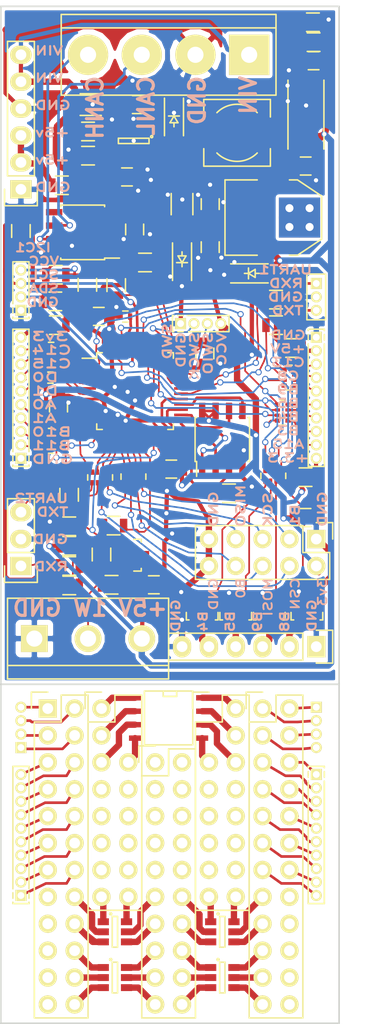
<source format=kicad_pcb>
(kicad_pcb (version 4) (host pcbnew no-vcs-found-product)
  (layers (0 F.Cu signal) (31 B.Cu signal) (34 B.Paste user) (35 F.Paste user) (36 B.SilkS user) (37 F.SilkS user) (38 B.Mask user) (39 F.Mask user) (44 Edge.Cuts user))
  (net 0 "")
  (net 1 /SPI_NS)
  (net 2 /SPI_SO)
  (net 3 /FL_WP)
  (net 4 GND)
  (net 5 /SPI_SI)
  (net 6 /SPI_CLK)
  (net 7 +3V3)
  (net 8 "Net-(P1-Pad2)")
  (net 9 +36V)
  (net 10 "Net-(P3-Pad3)")
  (net 11 "Net-(P3-Pad5)")
  (net 12 "Net-(P3-Pad7)")
  (net 13 "Net-(P3-Pad9)")
  (net 14 "Net-(P3-Pad4)")
  (net 15 "Net-(P3-Pad6)")
  (net 16 "Net-(P3-Pad8)")
  (net 17 "Net-(P3-Pad10)")
  (net 18 "Net-(P3-Pad2)")
  (net 19 "Net-(P4-Pad2)")
  (net 20 +5V)
  (net 21 "Net-(P5-Pad3)")
  (net 22 "Net-(P5-Pad5)")
  (net 23 "Net-(P5-Pad7)")
  (net 24 "Net-(P5-Pad9)")
  (net 25 "Net-(P5-Pad4)")
  (net 26 "Net-(P5-Pad6)")
  (net 27 "Net-(P5-Pad8)")
  (net 28 "Net-(P5-Pad10)")
  (net 29 "Net-(P5-Pad2)")
  (net 30 /W_CE)
  (net 31 /W_CSN)
  (net 32 /W_SCK)
  (net 33 /W_MOSI)
  (net 34 /W_MISO)
  (net 35 /W_IRQ)
  (net 36 "Net-(P8-Pad4)")
  (net 37 "Net-(P9-Pad3)")
  (net 38 "Net-(P9-Pad2)")
  (net 39 "Net-(P10-Pad1)")
  (net 40 "Net-(P10-Pad3)")
  (net 41 "Net-(P11-Pad2)")
  (net 42 "Net-(P11-Pad3)")
  (net 43 "Net-(P11-Pad4)")
  (net 44 "Net-(P11-Pad5)")
  (net 45 "Net-(C3-Pad2)")
  (net 46 "Net-(C1-Pad2)")
  (net 47 "Net-(R12-Pad2)")
  (net 48 "Net-(C3-Pad1)")
  (net 49 /C13)
  (net 50 /C14)
  (net 51 /C15)
  (net 52 /D0)
  (net 53 /D1)
  (net 54 /RST)
  (net 55 /A0)
  (net 56 /A1)
  (net 57 /A2)
  (net 58 /A3)
  (net 59 "Net-(RP5-Pad6)")
  (net 60 "Net-(RP5-Pad5)")
  (net 61 "Net-(RP6-Pad8)")
  (net 62 "Net-(RP6-Pad7)")
  (net 63 "Net-(RP6-Pad6)")
  (net 64 "Net-(RP6-Pad5)")
  (net 65 /OW_PULLUP)
  (net 66 /OW_UARTTX)
  (net 67 /OW_UARTRX)
  (net 68 "Net-(R26-Pad2)")
  (net 69 "Net-(R25-Pad2)")
  (net 70 "Net-(R24-Pad2)")
  (net 71 "Net-(R23-Pad2)")
  (net 72 /A15)
  (net 73 /B3)
  (net 74 /B4)
  (net 75 /B5)
  (net 76 /BOOT0)
  (net 77 /B8)
  (net 78 /B9)
  (net 79 "Net-(R23-Pad1)")
  (net 80 "Net-(R24-Pad1)")
  (net 81 "Net-(P6-Pad1)")
  (net 82 "Net-(P6-Pad3)")
  (net 83 "Net-(Q1-Pad1)")
  (net 84 "Net-(Q1-Pad2)")
  (net 85 "Net-(Q1-Pad3)")
  (net 86 "Net-(Q2-Pad1)")
  (net 87 "Net-(Q3-Pad1)")
  (net 88 "Net-(Q4-Pad1)")
  (net 89 "Net-(Q5-Pad1)")
  (net 90 /I2CSDA)
  (net 91 /I2CSCL)
  (net 92 /CAN-)
  (net 93 /CAN+)
  (net 94 "Net-(P2-5-Pad1)")
  (net 95 "Net-(P2-5-Pad3)")
  (net 96 "Net-(P2-5-Pad5)")
  (net 97 "Net-(P2-5-Pad7)")
  (net 98 "Net-(P2-5-Pad9)")
  (net 99 "Net-(P2-5-Pad4)")
  (net 100 "Net-(P2-5-Pad6)")
  (net 101 "Net-(P2-5-Pad8)")
  (net 102 "Net-(P2-5-Pad10)")
  (net 103 "Net-(P2-5-Pad2)")
  (net 104 "Net-(P2-10-Pad1)")
  (net 105 "Net-(P2-10-Pad3)")
  (net 106 "Net-(P2-10-Pad2)")
  (net 107 "Net-(PARR1-Pad15)")
  (net 108 "Net-(PARR1-Pad16)")
  (net 109 "Net-(PARR1-Pad17)")
  (net 110 "Net-(PARR1-Pad18)")
  (net 111 "Net-(PARR1-Pad19)")
  (net 112 "Net-(PARR1-Pad20)")
  (net 113 "Net-(PARR2-Pad1)")
  (net 114 "Net-(PARR2-Pad3)")
  (net 115 "Net-(PARR2-Pad5)")
  (net 116 "Net-(PARR2-Pad6)")
  (net 117 "Net-(PARR2-Pad7)")
  (net 118 "Net-(PARR2-Pad8)")
  (net 119 "Net-(PARR2-Pad9)")
  (net 120 "Net-(PARR2-Pad10)")
  (net 121 "Net-(PARR2-Pad11)")
  (net 122 "Net-(PARR2-Pad12)")
  (net 123 "Net-(PARR2-Pad13)")
  (net 124 "Net-(PARR2-Pad14)")
  (net 125 "Net-(PARR2-Pad15)")
  (net 126 "Net-(PARR2-Pad16)")
  (net 127 "Net-(RP4-Pad1)")
  (net 128 "Net-(RP4-Pad8)")
  (net 129 "Net-(U3-Pad1)")
  (net 130 "Net-(U4-Pad5)")
  (net 131 "Net-(PARR3-Pad1)")
  (net 132 "Net-(PARR3-Pad2)")
  (net 133 "Net-(PARR3-Pad3)")
  (net 134 "Net-(PARR3-Pad4)")
  (net 135 "Net-(PARR3-Pad5)")
  (net 136 "Net-(PARR3-Pad6)")
  (net 137 "Net-(PARR3-Pad7)")
  (net 138 "Net-(PARR3-Pad8)")
  (net 139 "Net-(PARR3-Pad9)")
  (net 140 "Net-(PARR3-Pad10)")
  (net 141 "Net-(PARR3-Pad11)")
  (net 142 "Net-(PARR3-Pad12)")
  (net 143 "Net-(PARR3-Pad13)")
  (net 144 "Net-(PARR3-Pad14)")
  (net 145 "Net-(PARR3-Pad15)")
  (net 146 "Net-(PARR3-Pad16)")
  (net 147 "Net-(PARR3-Pad17)")
  (net 148 "Net-(PARR3-Pad18)")
  (net 149 "Net-(PARR3-Pad19)")
  (net 150 "Net-(PARR3-Pad20)")
  (net 151 "Net-(PARR4-Pad2)")
  (net 152 "Net-(PARR4-Pad4)")
  (net 153 "Net-(PARR4-Pad5)")
  (net 154 "Net-(PARR4-Pad6)")
  (net 155 "Net-(PARR4-Pad7)")
  (net 156 "Net-(PARR4-Pad8)")
  (net 157 "Net-(PARR4-Pad9)")
  (net 158 "Net-(PARR4-Pad10)")
  (net 159 "Net-(PARR4-Pad11)")
  (net 160 "Net-(PARR4-Pad12)")
  (net 161 "Net-(PARR4-Pad13)")
  (net 162 "Net-(PARR4-Pad14)")
  (net 163 "Net-(PARR4-Pad15)")
  (net 164 "Net-(PARR4-Pad16)")
  (net 165 "Net-(PARR5-Pad15)")
  (net 166 "Net-(PARR5-Pad16)")
  (net 167 "Net-(PARR5-Pad17)")
  (net 168 "Net-(PARR5-Pad18)")
  (net 169 "Net-(PARR5-Pad19)")
  (net 170 "Net-(PARR5-Pad20)")
  (net 171 /CN14)
  (net 172 /CN12)
  (net 173 /CN10)
  (net 174 /CN8)
  (net 175 /CN6)
  (net 176 /CN11)
  (net 177 /CN9)
  (net 178 /CN7)
  (net 179 /CN5)
  (net 180 /CN13)
  (net 181 /CN4)
  (net 182 /CN2)
  (net 183 /CN1)
  (net 184 /CN3)
  (net 185 "Net-(PARR1-Pad21)")
  (net 186 "Net-(PARR1-Pad22)")
  (net 187 "Net-(PARR1-Pad23)")
  (net 188 "Net-(PARR1-Pad24)")
  (net 189 "Net-(PARR5-Pad21)")
  (net 190 "Net-(PARR5-Pad22)")
  (net 191 "Net-(PARR5-Pad23)")
  (net 192 "Net-(PARR5-Pad24)")
  (net 193 "Net-(P2-10-Pad4)")
  (module conns:Pin_Header_Straight_1x4_Pitch1.27mm (layer F.Cu) (at 43.18 40.64)
    (fp_text reference P10 (at 0.55 -2.97) (layer F.SilkS) (effects (font (size -2147.483648 -2147.483648) (thickness -2147.483648))))
    (fp_text value UART1)
    (pad 1 thru_hole rect (at 0 -1.27) (size 1.05 1.05) (drill 0.65) (layers *.Cu *.Mask F.SilkS) (net 39 "Net-(P10-Pad1)"))
    (pad 3 thru_hole circle (at 0 1.27) (size 1.05 1.05) (drill 0.65) (layers *.Cu *.Mask F.SilkS) (net 40 "Net-(P10-Pad3)"))
    (pad 2 thru_hole circle (at 0 0) (size 1.05 1.05) (drill 0.65) (layers *.Cu *.Mask F.SilkS) (net 4 GND))
  )
  (module conns:Pin_Header_Straight_1x4_Pitch1.27mm (layer F.Cu) (at 15.24 83.185 180)
    (fp_text reference P2-8 (at 0.55 -1.7 180) (layer F.SilkS) (effects (font (size -2147.483648 -2147.483648) (thickness -2147.483648))))
    (fp_text value I2C)
    (pad 1 thru_hole rect (at 0 0 180) (size 1.05 1.05) (drill 0.65) (layers *.Cu *.Mask F.SilkS) (net 181 /CN4))
    (pad 3 thru_hole circle (at 0 2.54 180) (size 1.05 1.05) (drill 0.65) (layers *.Cu *.Mask F.SilkS) (net 182 /CN2))
    (pad 4 thru_hole circle (at 0 3.81 180) (size 1.05 1.05) (drill 0.65) (layers *.Cu *.Mask F.SilkS) (net 183 /CN1))
    (pad 2 thru_hole circle (at 0 1.27 180) (size 1.05 1.05) (drill 0.65) (layers *.Cu *.Mask F.SilkS) (net 184 /CN3))
  )
  (module conns:Pin_Header_Straight_1x4_Pitch1.27mm (layer F.Cu) (at 15.24 41.91 180)
    (fp_text reference P8 (at 0.55 -1.7 180) (layer F.SilkS) (effects (font (size -2147.483648 -2147.483648) (thickness -2147.483648))))
    (fp_text value I2C)
    (pad 1 thru_hole rect (at 0 0 180) (size 1.05 1.05) (drill 0.65) (layers *.Cu *.Mask F.SilkS) (net 4 GND))
    (pad 3 thru_hole circle (at 0 2.54 180) (size 1.05 1.05) (drill 0.65) (layers *.Cu *.Mask F.SilkS) (net 91 /I2CSCL))
    (pad 4 thru_hole circle (at 0 3.81 180) (size 1.05 1.05) (drill 0.65) (layers *.Cu *.Mask F.SilkS) (net 36 "Net-(P8-Pad4)"))
    (pad 2 thru_hole circle (at 0 1.27 180) (size 1.05 1.05) (drill 0.65) (layers *.Cu *.Mask F.SilkS) (net 90 /I2CSDA))
  )
  (module conns:Pin_Header_Straight_1x4_Pitch1.27mm (layer F.Cu) (at 43.18 81.28)
    (fp_text reference P2-10 (at 0.55 -3.605) (layer F.SilkS) (effects (font (size -2147.483648 -2147.483648) (thickness -2147.483648))))
    (fp_text value UART1)
    (pad 1 thru_hole rect (at 0 -1.905) (size 1.05 1.05) (drill 0.65) (layers *.Cu *.Mask F.SilkS) (net 104 "Net-(P2-10-Pad1)"))
    (pad 3 thru_hole circle (at 0 0.635) (size 1.05 1.05) (drill 0.65) (layers *.Cu *.Mask F.SilkS) (net 105 "Net-(P2-10-Pad3)"))
    (pad 4 thru_hole circle (at 0 1.905) (size 1.05 1.05) (drill 0.65) (layers *.Cu *.Mask F.SilkS) (net 193 "Net-(P2-10-Pad4)"))
    (pad 2 thru_hole circle (at 0 -0.635) (size 1.05 1.05) (drill 0.65) (layers *.Cu *.Mask F.SilkS) (net 106 "Net-(P2-10-Pad2)"))
  )
  (module TO_SOT_Packages_SMD:SOT-223 (layer F.Cu) (at 39.116 33.147 270)
    (fp_text reference U2 (at 0 -0.762 270) (layer F.SilkS) (effects (font (size -2147.483648 -2147.483648) (thickness -2147.483648))))
    (fp_text value AMS1117-3.3)
    (pad 2 thru_hole rect (at -0.889 -3.429 270) (size 2 2) (drill 0.76) (layers *.Cu F.Mask) (net 7 +3V3))
    (pad 2 smd rect (at 0 3.302 270) (size 1.016 2.032) (layers F.Cu F.Paste F.Mask) (net 7 +3V3))
    (pad 3 smd rect (at 2.286 3.302 270) (size 1.016 2.032) (layers F.Cu F.Paste F.Mask) (net 20 +5V))
    (pad 1 smd rect (at -2.286 3.302 270) (size 1.016 2.032) (layers F.Cu F.Paste F.Mask) (net 4 GND))
    (pad 2 thru_hole rect (at 0.889 -3.429 270) (size 2 2) (drill 0.762) (layers *.Cu F.Mask) (net 7 +3V3))
    (pad 2 thru_hole rect (at -0.889 -1.524 270) (size 2 2) (drill 0.76) (layers *.Cu F.Mask) (net 7 +3V3))
    (pad 2 thru_hole rect (at 0.889 -1.524 270) (size 2 2) (drill 0.76) (layers *.Cu F.Mask) (net 7 +3V3))
  )
  (module Connect:bornier4 (layer F.Cu) (at 29.21 17.78 180)
    (fp_text reference P2 (at 0 -6.35 180) (layer F.SilkS) (effects (font (size -2147.483648 -2147.483648) (thickness -2147.483648))))
    (fp_text value BUS)
    (pad 2 thru_hole circle (at -2.54 0 180) (size 3.81 3.81) (drill 1.524) (layers *.Cu *.Mask F.SilkS) (net 4 GND))
    (pad 3 thru_hole circle (at 2.54 0 180) (size 3.81 3.81) (drill 1.524) (layers *.Cu *.Mask F.SilkS) (net 92 /CAN-))
    (pad 1 thru_hole rect (at -7.62 0 180) (size 3.81 3.81) (drill 1.524) (layers *.Cu *.Mask F.SilkS) (net 9 +36V))
    (pad 4 thru_hole circle (at 7.62 0 180) (size 3.81 3.81) (drill 1.524) (layers *.Cu *.Mask F.SilkS) (net 93 /CAN+))
  )
  (module Housings_SOIC:SOIC-8_3.9x4.9mm_Pitch1.27mm (layer F.Cu) (at 21.082 34.544 180)
    (fp_text reference U4 (at 0 -3.5 180) (layer F.SilkS) (effects (font (size -2147.483648 -2147.483648) (thickness -2147.483648))))
    (fp_text value TJA1050)
    (pad 1 smd rect (at -2.7 -1.905 180) (size 1.55 0.6) (layers F.Cu F.Paste F.Mask) (net 79 "Net-(R23-Pad1)"))
    (pad 2 smd rect (at -2.7 -0.635 180) (size 1.55 0.6) (layers F.Cu F.Paste F.Mask) (net 4 GND))
    (pad 3 smd rect (at -2.7 0.635 180) (size 1.55 0.6) (layers F.Cu F.Paste F.Mask) (net 20 +5V))
    (pad 4 smd rect (at -2.7 1.905 180) (size 1.55 0.6) (layers F.Cu F.Paste F.Mask) (net 80 "Net-(R24-Pad1)"))
    (pad 5 smd rect (at 2.7 1.905 180) (size 1.55 0.6) (layers F.Cu F.Paste F.Mask) (net 130 "Net-(U4-Pad5)"))
    (pad 6 smd rect (at 2.7 0.635 180) (size 1.55 0.6) (layers F.Cu F.Paste F.Mask) (net 92 /CAN-))
    (pad 7 smd rect (at 2.7 -0.635 180) (size 1.55 0.6) (layers F.Cu F.Paste F.Mask) (net 93 /CAN+))
    (pad 8 smd rect (at 2.7 -1.905 180) (size 1.55 0.6) (layers F.Cu F.Paste F.Mask) (net 4 GND))
  )
  (module Housings_SOIC:SOIC-8_3.9x4.9mm_Pitch1.27mm (layer F.Cu) (at 34.29 54.102 90)
    (fp_text reference DD1 (at 0 -3.5 90) (layer F.SilkS) (effects (font (size -2147.483648 -2147.483648) (thickness -2147.483648))))
    (fp_text value SST25VFXX)
    (pad 1 smd rect (at -2.7 -1.905 90) (size 1.55 0.6) (layers F.Cu F.Paste F.Mask) (net 1 /SPI_NS))
    (pad 2 smd rect (at -2.7 -0.635 90) (size 1.55 0.6) (layers F.Cu F.Paste F.Mask) (net 2 /SPI_SO))
    (pad 3 smd rect (at -2.7 0.635 90) (size 1.55 0.6) (layers F.Cu F.Paste F.Mask) (net 3 /FL_WP))
    (pad 4 smd rect (at -2.7 1.905 90) (size 1.55 0.6) (layers F.Cu F.Paste F.Mask) (net 4 GND))
    (pad 5 smd rect (at 2.7 1.905 90) (size 1.55 0.6) (layers F.Cu F.Paste F.Mask) (net 5 /SPI_SI))
    (pad 6 smd rect (at 2.7 0.635 90) (size 1.55 0.6) (layers F.Cu F.Paste F.Mask) (net 6 /SPI_CLK))
    (pad 7 smd rect (at 2.7 -0.635 90) (size 1.55 0.6) (layers F.Cu F.Paste F.Mask) (net 7 +3V3))
    (pad 8 smd rect (at 2.7 -1.905 90) (size 1.55 0.6) (layers F.Cu F.Paste F.Mask) (net 7 +3V3))
  )
  (module Pin_Headers:Pin_Header_Straight_1x06 (layer F.Cu) (at 15.24 30.48 180)
    (fp_text reference P1 (at 0 -5.1 180) (layer F.SilkS) (effects (font (size -2147.483648 -2147.483648) (thickness -2147.483648))))
    (fp_text value EPWR)
    (pad 1 thru_hole rect (at 0 0 180) (size 2.032 1.7272) (drill 1.016) (layers *.Cu *.Mask F.SilkS) (net 4 GND))
    (pad 2 thru_hole oval (at 0 2.54 180) (size 2.032 1.7272) (drill 1.016) (layers *.Cu *.Mask F.SilkS) (net 8 "Net-(P1-Pad2)"))
    (pad 3 thru_hole oval (at 0 5.08 180) (size 2.032 1.7272) (drill 1.016) (layers *.Cu *.Mask F.SilkS) (net 8 "Net-(P1-Pad2)"))
    (pad 4 thru_hole oval (at 0 7.62 180) (size 2.032 1.7272) (drill 1.016) (layers *.Cu *.Mask F.SilkS) (net 4 GND))
    (pad 5 thru_hole oval (at 0 10.16 180) (size 2.032 1.7272) (drill 1.016) (layers *.Cu *.Mask F.SilkS) (net 9 +36V))
    (pad 6 thru_hole oval (at 0 12.7 180) (size 2.032 1.7272) (drill 1.016) (layers *.Cu *.Mask F.SilkS) (net 9 +36V))
  )
  (module conns:Pin_Header_Straight_1x10_Pitch1.27mm (layer F.Cu) (at 15.24 55.88 180)
    (fp_text reference P3 (at 0.55 -1.7 180) (layer F.SilkS) (effects (font (size -2147.483648 -2147.483648) (thickness -2147.483648))))
    (fp_text value EXT1)
    (pad 1 thru_hole rect (at 0 0 180) (size 1.05 1.05) (drill 0.65) (layers *.Cu *.Mask F.SilkS) (net 4 GND))
    (pad 3 thru_hole circle (at 0 2.54 180) (size 1.05 1.05) (drill 0.65) (layers *.Cu *.Mask F.SilkS) (net 10 "Net-(P3-Pad3)"))
    (pad 5 thru_hole circle (at 0 5.08 180) (size 1.05 1.05) (drill 0.65) (layers *.Cu *.Mask F.SilkS) (net 11 "Net-(P3-Pad5)"))
    (pad 7 thru_hole circle (at 0 7.62 180) (size 1.05 1.05) (drill 0.65) (layers *.Cu *.Mask F.SilkS) (net 12 "Net-(P3-Pad7)"))
    (pad 9 thru_hole circle (at 0 10.16 180) (size 1.05 1.05) (drill 0.65) (layers *.Cu *.Mask F.SilkS) (net 13 "Net-(P3-Pad9)"))
    (pad 4 thru_hole circle (at 0 3.81 180) (size 1.05 1.05) (drill 0.65) (layers *.Cu *.Mask F.SilkS) (net 14 "Net-(P3-Pad4)"))
    (pad 6 thru_hole circle (at 0 6.35 180) (size 1.05 1.05) (drill 0.65) (layers *.Cu *.Mask F.SilkS) (net 15 "Net-(P3-Pad6)"))
    (pad 8 thru_hole circle (at 0 8.89 180) (size 1.05 1.05) (drill 0.65) (layers *.Cu *.Mask F.SilkS) (net 16 "Net-(P3-Pad8)"))
    (pad 10 thru_hole circle (at 0 11.43 180) (size 1.05 1.05) (drill 0.65) (layers *.Cu *.Mask F.SilkS) (net 17 "Net-(P3-Pad10)"))
    (pad 2 thru_hole circle (at 0 1.27 180) (size 1.05 1.05) (drill 0.65) (layers *.Cu *.Mask F.SilkS) (net 18 "Net-(P3-Pad2)"))
  )
  (module Connect:bornier3 (layer F.Cu) (at 21.59 72.898)
    (fp_text reference P4 (at 0 -5.08) (layer F.SilkS) (effects (font (size -2147.483648 -2147.483648) (thickness -2147.483648))))
    (fp_text value OW)
    (pad 1 thru_hole rect (at -5.08 0) (size 2.54 2.54) (drill 1.524) (layers *.Cu *.Mask F.SilkS) (net 4 GND))
    (pad 2 thru_hole circle (at 0 0) (size 2.54 2.54) (drill 1.524) (layers *.Cu *.Mask F.SilkS) (net 19 "Net-(P4-Pad2)"))
    (pad 3 thru_hole circle (at 5.08 0) (size 2.54 2.54) (drill 1.524) (layers *.Cu *.Mask F.SilkS) (net 20 +5V))
  )
  (module conns:Pin_Header_Straight_1x10_Pitch1.27mm (layer F.Cu) (at 43.18 44.45)
    (fp_text reference P5 (at 0.55 -1.7) (layer F.SilkS) (effects (font (size -2147.483648 -2147.483648) (thickness -2147.483648))))
    (fp_text value EXT2)
    (pad 1 thru_hole rect (at 0 0) (size 1.05 1.05) (drill 0.65) (layers *.Cu *.Mask F.SilkS) (net 4 GND))
    (pad 3 thru_hole circle (at 0 2.54) (size 1.05 1.05) (drill 0.65) (layers *.Cu *.Mask F.SilkS) (net 21 "Net-(P5-Pad3)"))
    (pad 5 thru_hole circle (at 0 5.08) (size 1.05 1.05) (drill 0.65) (layers *.Cu *.Mask F.SilkS) (net 22 "Net-(P5-Pad5)"))
    (pad 7 thru_hole circle (at 0 7.62) (size 1.05 1.05) (drill 0.65) (layers *.Cu *.Mask F.SilkS) (net 23 "Net-(P5-Pad7)"))
    (pad 9 thru_hole circle (at 0 10.16) (size 1.05 1.05) (drill 0.65) (layers *.Cu *.Mask F.SilkS) (net 24 "Net-(P5-Pad9)"))
    (pad 4 thru_hole circle (at 0 3.81) (size 1.05 1.05) (drill 0.65) (layers *.Cu *.Mask F.SilkS) (net 25 "Net-(P5-Pad4)"))
    (pad 6 thru_hole circle (at 0 6.35) (size 1.05 1.05) (drill 0.65) (layers *.Cu *.Mask F.SilkS) (net 26 "Net-(P5-Pad6)"))
    (pad 8 thru_hole circle (at 0 8.89) (size 1.05 1.05) (drill 0.65) (layers *.Cu *.Mask F.SilkS) (net 27 "Net-(P5-Pad8)"))
    (pad 10 thru_hole circle (at 0 11.43) (size 1.05 1.05) (drill 0.65) (layers *.Cu *.Mask F.SilkS) (net 28 "Net-(P5-Pad10)"))
    (pad 2 thru_hole circle (at 0 1.27) (size 1.05 1.05) (drill 0.65) (layers *.Cu *.Mask F.SilkS) (net 29 "Net-(P5-Pad2)"))
  )
  (module Pin_Headers:Pin_Header_Straight_2x05 (layer F.Cu) (at 43.18 63.5 270)
    (fp_text reference P7 (at 0 -5.1 270) (layer F.SilkS) (effects (font (size -2147.483648 -2147.483648) (thickness -2147.483648))))
    (fp_text value RF)
    (pad 1 thru_hole rect (at 0 0 270) (size 1.7272 1.7272) (drill 1.016) (layers *.Cu *.Mask F.SilkS) (net 4 GND))
    (pad 2 thru_hole oval (at 2.54 0 270) (size 1.7272 1.7272) (drill 1.016) (layers *.Cu *.Mask F.SilkS) (net 7 +3V3))
    (pad 3 thru_hole oval (at 0 2.54 270) (size 1.7272 1.7272) (drill 1.016) (layers *.Cu *.Mask F.SilkS) (net 30 /W_CE))
    (pad 4 thru_hole oval (at 2.54 2.54 270) (size 1.7272 1.7272) (drill 1.016) (layers *.Cu *.Mask F.SilkS) (net 31 /W_CSN))
    (pad 5 thru_hole oval (at 0 5.08 270) (size 1.7272 1.7272) (drill 1.016) (layers *.Cu *.Mask F.SilkS) (net 32 /W_SCK))
    (pad 6 thru_hole oval (at 2.54 5.08 270) (size 1.7272 1.7272) (drill 1.016) (layers *.Cu *.Mask F.SilkS) (net 33 /W_MOSI))
    (pad 7 thru_hole oval (at 0 7.62 270) (size 1.7272 1.7272) (drill 1.016) (layers *.Cu *.Mask F.SilkS) (net 34 /W_MISO))
    (pad 8 thru_hole oval (at 2.54 7.62 270) (size 1.7272 1.7272) (drill 1.016) (layers *.Cu *.Mask F.SilkS) (net 35 /W_IRQ))
    (pad 9 thru_hole oval (at 0 10.16 270) (size 1.7272 1.7272) (drill 1.016) (layers *.Cu *.Mask F.SilkS) (net 4 GND))
    (pad 10 thru_hole oval (at 2.54 10.16 270) (size 1.7272 1.7272) (drill 1.016) (layers *.Cu *.Mask F.SilkS) (net 4 GND))
  )
  (module conns:Pin_Header_Straight_1x4_Pitch1.27mm (layer F.Cu) (at 32.2443 43.1558 90)
    (fp_text reference P9 (at 0.55 -3.605 90) (layer F.SilkS) (effects (font (size -2147.483648 -2147.483648) (thickness -2147.483648))))
    (fp_text value SWD)
    (pad 1 thru_hole rect (at 0 -1.905 90) (size 1.05 1.05) (drill 0.65) (layers *.Cu *.Mask F.SilkS) (net 4 GND))
    (pad 3 thru_hole circle (at 0 0.635 90) (size 1.05 1.05) (drill 0.65) (layers *.Cu *.Mask F.SilkS) (net 37 "Net-(P9-Pad3)"))
    (pad 4 thru_hole circle (at 0 1.905 90) (size 1.05 1.05) (drill 0.65) (layers *.Cu *.Mask F.SilkS) (net 7 +3V3))
    (pad 2 thru_hole circle (at 0 -0.635 90) (size 1.05 1.05) (drill 0.65) (layers *.Cu *.Mask F.SilkS) (net 38 "Net-(P9-Pad2)"))
  )
  (module Housings_SOT-23_SOT-143_TSOT-6:SOT-23-6 (layer F.Cu) (at 25.908 25.908 270)
    (fp_text reference U1 (at 0 -2.9 270) (layer F.SilkS) (effects (font (size -2147.483648 -2147.483648) (thickness -2147.483648))))
    (fp_text value MP2451)
    (pad 1 smd rect (at -1.1 -0.95 270) (size 1.06 0.65) (layers F.Cu F.Paste F.Mask) (net 45 "Net-(C3-Pad2)"))
    (pad 2 smd rect (at -1.1 0 270) (size 1.06 0.65) (layers F.Cu F.Paste F.Mask) (net 4 GND))
    (pad 3 smd rect (at -1.1 0.95 270) (size 1.06 0.65) (layers F.Cu F.Paste F.Mask) (net 46 "Net-(C1-Pad2)"))
    (pad 4 smd rect (at 1.1 0.95 270) (size 1.06 0.65) (layers F.Cu F.Paste F.Mask) (net 47 "Net-(R12-Pad2)"))
    (pad 6 smd rect (at 1.1 -0.95 270) (size 1.06 0.65) (layers F.Cu F.Paste F.Mask) (net 48 "Net-(C3-Pad1)"))
    (pad 5 smd rect (at 1.1 0 270) (size 1.06 0.65) (layers F.Cu F.Paste F.Mask) (net 9 +36V))
  )
  (module Housings_QFP:LQFP-48_7x7mm_Pitch0.5mm (layer F.Cu) (at 26.035 49.53)
    (fp_text reference U3 (at 0 -6) (layer F.SilkS) (effects (font (size -2147.483648 -2147.483648) (thickness -2147.483648))))
    (fp_text value STM32F103C_QFP48)
    (pad 1 smd rect (at -4.35 -2.75) (size 1.3 0.25) (layers F.Cu F.Paste F.Mask) (net 129 "Net-(U3-Pad1)"))
    (pad 2 smd rect (at -4.35 -2.25) (size 1.3 0.25) (layers F.Cu F.Paste F.Mask) (net 49 /C13))
    (pad 3 smd rect (at -4.35 -1.75) (size 1.3 0.25) (layers F.Cu F.Paste F.Mask) (net 50 /C14))
    (pad 4 smd rect (at -4.35 -1.25) (size 1.3 0.25) (layers F.Cu F.Paste F.Mask) (net 51 /C15))
    (pad 5 smd rect (at -4.35 -0.75) (size 1.3 0.25) (layers F.Cu F.Paste F.Mask) (net 52 /D0))
    (pad 6 smd rect (at -4.35 -0.25) (size 1.3 0.25) (layers F.Cu F.Paste F.Mask) (net 53 /D1))
    (pad 7 smd rect (at -4.35 0.25) (size 1.3 0.25) (layers F.Cu F.Paste F.Mask) (net 54 /RST))
    (pad 8 smd rect (at -4.35 0.75) (size 1.3 0.25) (layers F.Cu F.Paste F.Mask) (net 4 GND))
    (pad 9 smd rect (at -4.35 1.25) (size 1.3 0.25) (layers F.Cu F.Paste F.Mask) (net 7 +3V3))
    (pad 10 smd rect (at -4.35 1.75) (size 1.3 0.25) (layers F.Cu F.Paste F.Mask) (net 55 /A0))
    (pad 11 smd rect (at -4.35 2.25) (size 1.3 0.25) (layers F.Cu F.Paste F.Mask) (net 56 /A1))
    (pad 12 smd rect (at -4.35 2.75) (size 1.3 0.25) (layers F.Cu F.Paste F.Mask) (net 57 /A2))
    (pad 13 smd rect (at -2.75 4.35 90) (size 1.3 0.25) (layers F.Cu F.Paste F.Mask) (net 58 /A3))
    (pad 14 smd rect (at -2.25 4.35 90) (size 1.3 0.25) (layers F.Cu F.Paste F.Mask) (net 59 "Net-(RP5-Pad6)"))
    (pad 15 smd rect (at -1.75 4.35 90) (size 1.3 0.25) (layers F.Cu F.Paste F.Mask) (net 60 "Net-(RP5-Pad5)"))
    (pad 16 smd rect (at -1.25 4.35 90) (size 1.3 0.25) (layers F.Cu F.Paste F.Mask) (net 61 "Net-(RP6-Pad8)"))
    (pad 17 smd rect (at -0.75 4.35 90) (size 1.3 0.25) (layers F.Cu F.Paste F.Mask) (net 62 "Net-(RP6-Pad7)"))
    (pad 18 smd rect (at -0.25 4.35 90) (size 1.3 0.25) (layers F.Cu F.Paste F.Mask) (net 63 "Net-(RP6-Pad6)"))
    (pad 19 smd rect (at 0.25 4.35 90) (size 1.3 0.25) (layers F.Cu F.Paste F.Mask) (net 64 "Net-(RP6-Pad5)"))
    (pad 20 smd rect (at 0.75 4.35 90) (size 1.3 0.25) (layers F.Cu F.Paste F.Mask) (net 65 /OW_PULLUP))
    (pad 21 smd rect (at 1.25 4.35 90) (size 1.3 0.25) (layers F.Cu F.Paste F.Mask) (net 66 /OW_UARTTX))
    (pad 22 smd rect (at 1.75 4.35 90) (size 1.3 0.25) (layers F.Cu F.Paste F.Mask) (net 67 /OW_UARTRX))
    (pad 23 smd rect (at 2.25 4.35 90) (size 1.3 0.25) (layers F.Cu F.Paste F.Mask) (net 4 GND))
    (pad 24 smd rect (at 2.75 4.35 90) (size 1.3 0.25) (layers F.Cu F.Paste F.Mask) (net 7 +3V3))
    (pad 25 smd rect (at 4.35 2.75) (size 1.3 0.25) (layers F.Cu F.Paste F.Mask) (net 1 /SPI_NS))
    (pad 26 smd rect (at 4.35 2.25) (size 1.3 0.25) (layers F.Cu F.Paste F.Mask) (net 6 /SPI_CLK))
    (pad 27 smd rect (at 4.35 1.75) (size 1.3 0.25) (layers F.Cu F.Paste F.Mask) (net 2 /SPI_SO))
    (pad 28 smd rect (at 4.35 1.25) (size 1.3 0.25) (layers F.Cu F.Paste F.Mask) (net 5 /SPI_SI))
    (pad 29 smd rect (at 4.35 0.75) (size 1.3 0.25) (layers F.Cu F.Paste F.Mask) (net 3 /FL_WP))
    (pad 30 smd rect (at 4.35 0.25) (size 1.3 0.25) (layers F.Cu F.Paste F.Mask) (net 68 "Net-(R26-Pad2)"))
    (pad 31 smd rect (at 4.35 -0.25) (size 1.3 0.25) (layers F.Cu F.Paste F.Mask) (net 69 "Net-(R25-Pad2)"))
    (pad 32 smd rect (at 4.35 -0.75) (size 1.3 0.25) (layers F.Cu F.Paste F.Mask) (net 70 "Net-(R24-Pad2)"))
    (pad 33 smd rect (at 4.35 -1.25) (size 1.3 0.25) (layers F.Cu F.Paste F.Mask) (net 71 "Net-(R23-Pad2)"))
    (pad 34 smd rect (at 4.35 -1.75) (size 1.3 0.25) (layers F.Cu F.Paste F.Mask) (net 37 "Net-(P9-Pad3)"))
    (pad 35 smd rect (at 4.35 -2.25) (size 1.3 0.25) (layers F.Cu F.Paste F.Mask) (net 4 GND))
    (pad 36 smd rect (at 4.35 -2.75) (size 1.3 0.25) (layers F.Cu F.Paste F.Mask) (net 7 +3V3))
    (pad 37 smd rect (at 2.75 -4.35 90) (size 1.3 0.25) (layers F.Cu F.Paste F.Mask) (net 38 "Net-(P9-Pad2)"))
    (pad 38 smd rect (at 2.25 -4.35 90) (size 1.3 0.25) (layers F.Cu F.Paste F.Mask) (net 72 /A15))
    (pad 39 smd rect (at 1.75 -4.35 90) (size 1.3 0.25) (layers F.Cu F.Paste F.Mask) (net 73 /B3))
    (pad 40 smd rect (at 1.25 -4.35 90) (size 1.3 0.25) (layers F.Cu F.Paste F.Mask) (net 74 /B4))
    (pad 41 smd rect (at 0.75 -4.35 90) (size 1.3 0.25) (layers F.Cu F.Paste F.Mask) (net 75 /B5))
    (pad 42 smd rect (at 0.25 -4.35 90) (size 1.3 0.25) (layers F.Cu F.Paste F.Mask) (net 91 /I2CSCL))
    (pad 43 smd rect (at -0.25 -4.35 90) (size 1.3 0.25) (layers F.Cu F.Paste F.Mask) (net 90 /I2CSDA))
    (pad 44 smd rect (at -0.75 -4.35 90) (size 1.3 0.25) (layers F.Cu F.Paste F.Mask) (net 76 /BOOT0))
    (pad 45 smd rect (at -1.25 -4.35 90) (size 1.3 0.25) (layers F.Cu F.Paste F.Mask) (net 77 /B8))
    (pad 46 smd rect (at -1.75 -4.35 90) (size 1.3 0.25) (layers F.Cu F.Paste F.Mask) (net 78 /B9))
    (pad 47 smd rect (at -2.25 -4.35 90) (size 1.3 0.25) (layers F.Cu F.Paste F.Mask) (net 4 GND))
    (pad 48 smd rect (at -2.75 -4.35 90) (size 1.3 0.25) (layers F.Cu F.Paste F.Mask) (net 7 +3V3))
  )
  (module Choke_SMD:Choke_SMD_6.3x6.3_H3 (layer F.Cu) (at 35.687 25.146)
    (fp_text reference L1 (at 0 -4.445) (layer F.SilkS) (effects (font (size -2147.483648 -2147.483648) (thickness -2147.483648))))
    (fp_text value "Ihlp2525czer6r8m01 6.8UH")
    (pad 1 smd rect (at -2.75 0) (size 1.5 2.4) (layers F.Cu F.Paste F.Mask) (net 48 "Net-(C3-Pad1)"))
    (pad 2 smd rect (at 2.75 0) (size 1.5 2.4) (layers F.Cu F.Paste F.Mask) (net 20 +5V))
  )
  (module TO_SOT_Packages_SMD:SOT-23 (layer F.Cu) (at 25.9715 65.024 270)
    (fp_text reference Q1 (at 0 -2.25 270) (layer F.SilkS) (effects (font (size -2147.483648 -2147.483648) (thickness -2147.483648))))
    (fp_text value Q_PNP_BEC)
    (pad 1 smd rect (at -0.95 1.00076 270) (size 0.8001 0.8001) (layers F.Cu F.Paste F.Mask) (net 83 "Net-(Q1-Pad1)"))
    (pad 2 smd rect (at 0.95 1.00076 270) (size 0.8001 0.8001) (layers F.Cu F.Paste F.Mask) (net 84 "Net-(Q1-Pad2)"))
    (pad 3 smd rect (at 0 -0.99822 270) (size 0.8001 0.8001) (layers F.Cu F.Paste F.Mask) (net 85 "Net-(Q1-Pad3)"))
  )
  (module TO_SOT_Packages_SMD:SOT-23 (layer F.Cu) (at 42.291 70.485 180)
    (fp_text reference Q2 (at 0 -2.25 180) (layer F.SilkS) (effects (font (size -2147.483648 -2147.483648) (thickness -2147.483648))))
    (fp_text value Q_NPN_BEC)
    (pad 1 smd rect (at -0.95 1.00076 180) (size 0.8001 0.8001) (layers F.Cu F.Paste F.Mask) (net 86 "Net-(Q2-Pad1)"))
    (pad 2 smd rect (at 0.95 1.00076 180) (size 0.8001 0.8001) (layers F.Cu F.Paste F.Mask) (net 4 GND))
    (pad 3 smd rect (at 0 -0.99822 180) (size 0.8001 0.8001) (layers F.Cu F.Paste F.Mask) (net 41 "Net-(P11-Pad2)"))
  )
  (module TO_SOT_Packages_SMD:SOT-23 (layer F.Cu) (at 38.735 70.485 180)
    (fp_text reference Q3 (at 0 -2.25 180) (layer F.SilkS) (effects (font (size -2147.483648 -2147.483648) (thickness -2147.483648))))
    (fp_text value Q_NPN_BEC)
    (pad 1 smd rect (at -0.95 1.00076 180) (size 0.8001 0.8001) (layers F.Cu F.Paste F.Mask) (net 87 "Net-(Q3-Pad1)"))
    (pad 2 smd rect (at 0.95 1.00076 180) (size 0.8001 0.8001) (layers F.Cu F.Paste F.Mask) (net 4 GND))
    (pad 3 smd rect (at 0 -0.99822 180) (size 0.8001 0.8001) (layers F.Cu F.Paste F.Mask) (net 42 "Net-(P11-Pad3)"))
  )
  (module TO_SOT_Packages_SMD:SOT-23 (layer F.Cu) (at 35.56 70.485 180)
    (fp_text reference Q4 (at 0 -2.25 180) (layer F.SilkS) (effects (font (size -2147.483648 -2147.483648) (thickness -2147.483648))))
    (fp_text value Q_NPN_BEC)
    (pad 1 smd rect (at -0.95 1.00076 180) (size 0.8001 0.8001) (layers F.Cu F.Paste F.Mask) (net 88 "Net-(Q4-Pad1)"))
    (pad 2 smd rect (at 0.95 1.00076 180) (size 0.8001 0.8001) (layers F.Cu F.Paste F.Mask) (net 4 GND))
    (pad 3 smd rect (at 0 -0.99822 180) (size 0.8001 0.8001) (layers F.Cu F.Paste F.Mask) (net 43 "Net-(P11-Pad4)"))
  )
  (module TO_SOT_Packages_SMD:SOT-23 (layer F.Cu) (at 32.385 70.485 180)
    (fp_text reference Q5 (at 0 -2.25 180) (layer F.SilkS) (effects (font (size -2147.483648 -2147.483648) (thickness -2147.483648))))
    (fp_text value Q_NPN_BEC)
    (pad 1 smd rect (at -0.95 1.00076 180) (size 0.8001 0.8001) (layers F.Cu F.Paste F.Mask) (net 89 "Net-(Q5-Pad1)"))
    (pad 2 smd rect (at 0.95 1.00076 180) (size 0.8001 0.8001) (layers F.Cu F.Paste F.Mask) (net 4 GND))
    (pad 3 smd rect (at 0 -0.99822 180) (size 0.8001 0.8001) (layers F.Cu F.Paste F.Mask) (net 44 "Net-(P11-Pad5)"))
  )
  (module Pin_Headers:Pin_Header_Straight_1x03 (layer F.Cu) (at 15.24 66.04 180)
    (fp_text reference P6 (at 0 -5.1 180) (layer F.SilkS) (effects (font (size -2147.483648 -2147.483648) (thickness -2147.483648))))
    (fp_text value UART2)
    (pad 1 thru_hole rect (at 0 0 180) (size 2.032 1.7272) (drill 1.016) (layers *.Cu *.Mask F.SilkS) (net 81 "Net-(P6-Pad1)"))
    (pad 2 thru_hole oval (at 0 2.54 180) (size 2.032 1.7272) (drill 1.016) (layers *.Cu *.Mask F.SilkS) (net 4 GND))
    (pad 3 thru_hole oval (at 0 5.08 180) (size 2.032 1.7272) (drill 1.016) (layers *.Cu *.Mask F.SilkS) (net 82 "Net-(P6-Pad3)"))
  )
  (module Pin_Headers:Pin_Header_Straight_1x06 (layer F.Cu) (at 43.18 73.66 270)
    (fp_text reference P11 (at 0 -5.1 270) (layer F.SilkS) (effects (font (size -2147.483648 -2147.483648) (thickness -2147.483648))))
    (fp_text value CONN_01X06)
    (pad 1 thru_hole rect (at 0 0 270) (size 2.032 1.7272) (drill 1.016) (layers *.Cu *.Mask F.SilkS) (net 4 GND))
    (pad 2 thru_hole oval (at 0 2.54 270) (size 2.032 1.7272) (drill 1.016) (layers *.Cu *.Mask F.SilkS) (net 41 "Net-(P11-Pad2)"))
    (pad 3 thru_hole oval (at 0 5.08 270) (size 2.032 1.7272) (drill 1.016) (layers *.Cu *.Mask F.SilkS) (net 42 "Net-(P11-Pad3)"))
    (pad 4 thru_hole oval (at 0 7.62 270) (size 2.032 1.7272) (drill 1.016) (layers *.Cu *.Mask F.SilkS) (net 43 "Net-(P11-Pad4)"))
    (pad 5 thru_hole oval (at 0 10.16 270) (size 2.032 1.7272) (drill 1.016) (layers *.Cu *.Mask F.SilkS) (net 44 "Net-(P11-Pad5)"))
    (pad 6 thru_hole oval (at 0 12.7 270) (size 2.032 1.7272) (drill 1.016) (layers *.Cu *.Mask F.SilkS) (net 4 GND))
  )
  (module Capacitors_Tantalum_SMD:TantalC_SizeC_EIA-6032_Reflow (layer F.Cu) (at 42.2021 23.1775 90)
    (fp_text reference C4 (at -0.1 -2.7 90) (layer F.SilkS) (effects (font (size -2147.483648 -2147.483648) (thickness -2147.483648))))
    (fp_text value 22uF)
    (pad 2 smd rect (at 2.47 0 90) (size 2.37 2.23) (layers F.Cu F.Paste F.Mask) (net 4 GND))
    (pad 1 smd rect (at -2.47 0 90) (size 2.37 2.23) (layers F.Cu F.Paste F.Mask) (net 20 +5V))
  )
  (module Capacitors_SMD:C_1206 (layer F.Cu) (at 30.48 31.877 90)
    (fp_text reference C10 (at 0 -2.3 90) (layer F.SilkS) (effects (font (size -2147.483648 -2147.483648) (thickness -2147.483648))))
    (fp_text value 4.7uF)
    (pad 1 smd rect (at -1.5 0 90) (size 1 1.6) (layers F.Cu F.Paste F.Mask) (net 7 +3V3))
    (pad 2 smd rect (at 1.5 0 90) (size 1 1.6) (layers F.Cu F.Paste F.Mask) (net 4 GND))
  )
  (module Capacitors_SMD:C_1206 (layer F.Cu) (at 21.844 22.479)
    (fp_text reference C7 (at 0 -2.3) (layer F.SilkS) (effects (font (size -2147.483648 -2147.483648) (thickness -2147.483648))))
    (fp_text value 4.7uF)
    (pad 1 smd rect (at -1.5 0) (size 1 1.6) (layers F.Cu F.Paste F.Mask) (net 9 +36V))
    (pad 2 smd rect (at 1.5 0) (size 1 1.6) (layers F.Cu F.Paste F.Mask) (net 4 GND))
  )
  (module Diodes_SMD:SOD-123 (layer F.Cu) (at 29.718 23.876 270)
    (fp_text reference D1 (at 0 -2 270) (layer F.SilkS) (effects (font (size -2147.483648 -2147.483648) (thickness -2147.483648))))
    (fp_text value D_Schottky)
    (pad 1 smd rect (at -1.635 0 270) (size 0.91 1.22) (layers F.Cu F.Paste F.Mask) (net 4 GND))
    (pad 2 smd rect (at 1.635 0 270) (size 0.91 1.22) (layers F.Cu F.Paste F.Mask) (net 48 "Net-(C3-Pad1)"))
  )
  (module Diodes_SMD:SOD-123 (layer F.Cu) (at 37.084 38.4175)
    (fp_text reference D2 (at 0 -2) (layer F.SilkS) (effects (font (size -2147.483648 -2147.483648) (thickness -2147.483648))))
    (fp_text value 5V1)
    (pad 1 smd rect (at -1.635 0) (size 0.91 1.22) (layers F.Cu F.Paste F.Mask) (net 4 GND))
    (pad 2 smd rect (at 1.635 0) (size 0.91 1.22) (layers F.Cu F.Paste F.Mask) (net 20 +5V))
  )
  (module Diodes_SMD:SOD-123 (layer F.Cu) (at 30.48 37.084 90)
    (fp_text reference D3 (at 0 -2 90) (layer F.SilkS) (effects (font (size -2147.483648 -2147.483648) (thickness -2147.483648))))
    (fp_text value 3V6)
    (pad 1 smd rect (at -1.635 0 90) (size 0.91 1.22) (layers F.Cu F.Paste F.Mask) (net 4 GND))
    (pad 2 smd rect (at 1.635 0 90) (size 0.91 1.22) (layers F.Cu F.Paste F.Mask) (net 7 +3V3))
  )
  (module Resistors_SMD:R_Array_Convex_4x0402 (layer F.Cu) (at 18.0975 46.101)
    (fp_text reference RP1 (at 0 -2.1) (layer F.SilkS) (effects (font (size -2147.483648 -2147.483648) (thickness -2147.483648))))
    (fp_text value 4x1k)
    (pad 1 smd rect (at -0.5 -0.75) (size 0.5 0.4) (layers F.Cu F.Paste F.Mask) (net 13 "Net-(P3-Pad9)"))
    (pad 3 smd rect (at -0.5 0.25) (size 0.5 0.3) (layers F.Cu F.Paste F.Mask) (net 12 "Net-(P3-Pad7)"))
    (pad 2 smd rect (at -0.5 -0.25) (size 0.5 0.3) (layers F.Cu F.Paste F.Mask) (net 16 "Net-(P3-Pad8)"))
    (pad 4 smd rect (at -0.5 0.75) (size 0.5 0.4) (layers F.Cu F.Paste F.Mask) (net 15 "Net-(P3-Pad6)"))
    (pad 7 smd rect (at 0.5 -0.25) (size 0.5 0.3) (layers F.Cu F.Paste F.Mask) (net 51 /C15))
    (pad 8 smd rect (at 0.5 -0.75) (size 0.5 0.4) (layers F.Cu F.Paste F.Mask) (net 50 /C14))
    (pad 6 smd rect (at 0.5 0.25) (size 0.5 0.3) (layers F.Cu F.Paste F.Mask) (net 52 /D0))
    (pad 5 smd rect (at 0.5 0.75) (size 0.5 0.4) (layers F.Cu F.Paste F.Mask) (net 53 /D1))
  )
  (module Resistors_SMD:R_Array_Convex_4x0402 (layer F.Cu) (at 18.0975 54.229)
    (fp_text reference RP2 (at 0 -2.1) (layer F.SilkS) (effects (font (size -2147.483648 -2147.483648) (thickness -2147.483648))))
    (fp_text value 4x1k)
    (pad 1 smd rect (at -0.5 -0.75) (size 0.5 0.4) (layers F.Cu F.Paste F.Mask) (net 11 "Net-(P3-Pad5)"))
    (pad 3 smd rect (at -0.5 0.25) (size 0.5 0.3) (layers F.Cu F.Paste F.Mask) (net 10 "Net-(P3-Pad3)"))
    (pad 2 smd rect (at -0.5 -0.25) (size 0.5 0.3) (layers F.Cu F.Paste F.Mask) (net 14 "Net-(P3-Pad4)"))
    (pad 4 smd rect (at -0.5 0.75) (size 0.5 0.4) (layers F.Cu F.Paste F.Mask) (net 18 "Net-(P3-Pad2)"))
    (pad 7 smd rect (at 0.5 -0.25) (size 0.5 0.3) (layers F.Cu F.Paste F.Mask) (net 56 /A1))
    (pad 8 smd rect (at 0.5 -0.75) (size 0.5 0.4) (layers F.Cu F.Paste F.Mask) (net 55 /A0))
    (pad 6 smd rect (at 0.5 0.25) (size 0.5 0.3) (layers F.Cu F.Paste F.Mask) (net 66 /OW_UARTTX))
    (pad 5 smd rect (at 0.5 0.75) (size 0.5 0.4) (layers F.Cu F.Paste F.Mask) (net 67 /OW_UARTRX))
  )
  (module Resistors_SMD:R_Array_Convex_4x0402 (layer F.Cu) (at 40.005 51.562 180)
    (fp_text reference RP3 (at 0 -2.1 180) (layer F.SilkS) (effects (font (size -2147.483648 -2147.483648) (thickness -2147.483648))))
    (fp_text value 4x1k)
    (pad 1 smd rect (at -0.5 -0.75 180) (size 0.5 0.4) (layers F.Cu F.Paste F.Mask) (net 24 "Net-(P5-Pad9)"))
    (pad 3 smd rect (at -0.5 0.25 180) (size 0.5 0.3) (layers F.Cu F.Paste F.Mask) (net 23 "Net-(P5-Pad7)"))
    (pad 2 smd rect (at -0.5 -0.25 180) (size 0.5 0.3) (layers F.Cu F.Paste F.Mask) (net 27 "Net-(P5-Pad8)"))
    (pad 4 smd rect (at -0.5 0.75 180) (size 0.5 0.4) (layers F.Cu F.Paste F.Mask) (net 26 "Net-(P5-Pad6)"))
    (pad 7 smd rect (at 0.5 -0.25 180) (size 0.5 0.3) (layers F.Cu F.Paste F.Mask) (net 73 /B3))
    (pad 8 smd rect (at 0.5 -0.75 180) (size 0.5 0.4) (layers F.Cu F.Paste F.Mask) (net 72 /A15))
    (pad 6 smd rect (at 0.5 0.25 180) (size 0.5 0.3) (layers F.Cu F.Paste F.Mask) (net 74 /B4))
    (pad 5 smd rect (at 0.5 0.75 180) (size 0.5 0.4) (layers F.Cu F.Paste F.Mask) (net 75 /B5))
  )
  (module Resistors_SMD:R_Array_Convex_4x0402 (layer F.Cu) (at 22.733 57.6834 90)
    (fp_text reference RP5 (at 0 -2.1 90) (layer F.SilkS) (effects (font (size -2147.483648 -2147.483648) (thickness -2147.483648))))
    (fp_text value 4x510)
    (pad 1 smd rect (at -0.5 -0.75 90) (size 0.5 0.4) (layers F.Cu F.Paste F.Mask) (net 82 "Net-(P6-Pad3)"))
    (pad 3 smd rect (at -0.5 0.25 90) (size 0.5 0.3) (layers F.Cu F.Paste F.Mask) (net 31 /W_CSN))
    (pad 2 smd rect (at -0.5 -0.25 90) (size 0.5 0.3) (layers F.Cu F.Paste F.Mask) (net 81 "Net-(P6-Pad1)"))
    (pad 4 smd rect (at -0.5 0.75 90) (size 0.5 0.4) (layers F.Cu F.Paste F.Mask) (net 32 /W_SCK))
    (pad 7 smd rect (at 0.5 -0.25 90) (size 0.5 0.3) (layers F.Cu F.Paste F.Mask) (net 58 /A3))
    (pad 8 smd rect (at 0.5 -0.75 90) (size 0.5 0.4) (layers F.Cu F.Paste F.Mask) (net 57 /A2))
    (pad 6 smd rect (at 0.5 0.25 90) (size 0.5 0.3) (layers F.Cu F.Paste F.Mask) (net 59 "Net-(RP5-Pad6)"))
    (pad 5 smd rect (at 0.5 0.75 90) (size 0.5 0.4) (layers F.Cu F.Paste F.Mask) (net 60 "Net-(RP5-Pad5)"))
  )
  (module Resistors_SMD:R_Array_Convex_4x0402 (layer F.Cu) (at 25.8826 57.6072 90)
    (fp_text reference RP6 (at 0 -2.1 90) (layer F.SilkS) (effects (font (size -2147.483648 -2147.483648) (thickness -2147.483648))))
    (fp_text value 4x510)
    (pad 1 smd rect (at -0.5 -0.75 90) (size 0.5 0.4) (layers F.Cu F.Paste F.Mask) (net 34 /W_MISO))
    (pad 3 smd rect (at -0.5 0.25 90) (size 0.5 0.3) (layers F.Cu F.Paste F.Mask) (net 35 /W_IRQ))
    (pad 2 smd rect (at -0.5 -0.25 90) (size 0.5 0.3) (layers F.Cu F.Paste F.Mask) (net 33 /W_MOSI))
    (pad 4 smd rect (at -0.5 0.75 90) (size 0.5 0.4) (layers F.Cu F.Paste F.Mask) (net 30 /W_CE))
    (pad 7 smd rect (at 0.5 -0.25 90) (size 0.5 0.3) (layers F.Cu F.Paste F.Mask) (net 62 "Net-(RP6-Pad7)"))
    (pad 8 smd rect (at 0.5 -0.75 90) (size 0.5 0.4) (layers F.Cu F.Paste F.Mask) (net 61 "Net-(RP6-Pad8)"))
    (pad 6 smd rect (at 0.5 0.25 90) (size 0.5 0.3) (layers F.Cu F.Paste F.Mask) (net 63 "Net-(RP6-Pad6)"))
    (pad 5 smd rect (at 0.5 0.75 90) (size 0.5 0.4) (layers F.Cu F.Paste F.Mask) (net 64 "Net-(RP6-Pad5)"))
  )
  (module Resistors_SMD:R_Array_Convex_4x0402 (layer F.Cu) (at 40.64 48.26 180)
    (fp_text reference RP4 (at 0 -2.1 180) (layer F.SilkS) (effects (font (size -2147.483648 -2147.483648) (thickness -2147.483648))))
    (fp_text value 4x1k)
    (pad 1 smd rect (at -0.5 -0.75 180) (size 0.5 0.4) (layers F.Cu F.Paste F.Mask) (net 127 "Net-(RP4-Pad1)"))
    (pad 3 smd rect (at -0.5 0.25 180) (size 0.5 0.3) (layers F.Cu F.Paste F.Mask) (net 25 "Net-(P5-Pad4)"))
    (pad 2 smd rect (at -0.5 -0.25 180) (size 0.5 0.3) (layers F.Cu F.Paste F.Mask) (net 22 "Net-(P5-Pad5)"))
    (pad 4 smd rect (at -0.5 0.75 180) (size 0.5 0.4) (layers F.Cu F.Paste F.Mask) (net 21 "Net-(P5-Pad3)"))
    (pad 7 smd rect (at 0.5 -0.25 180) (size 0.5 0.3) (layers F.Cu F.Paste F.Mask) (net 78 /B9))
    (pad 8 smd rect (at 0.5 -0.75 180) (size 0.5 0.4) (layers F.Cu F.Paste F.Mask) (net 128 "Net-(RP4-Pad8)"))
    (pad 6 smd rect (at 0.5 0.25 180) (size 0.5 0.3) (layers F.Cu F.Paste F.Mask) (net 77 /B8))
    (pad 5 smd rect (at 0.5 0.75 180) (size 0.5 0.4) (layers F.Cu F.Paste F.Mask) (net 49 /C13))
  )
  (module Capacitors_SMD:C_0805 (layer F.Cu) (at 25.273 29.3116)
    (fp_text reference C5 (at 0 -2.1) (layer F.SilkS) (effects (font (size -2147.483648 -2147.483648) (thickness -2147.483648))))
    (fp_text value 0.1uF)
    (pad 1 smd rect (at -1 0) (size 1 1.25) (layers F.Cu F.Paste F.Mask) (net 9 +36V))
    (pad 2 smd rect (at 1 0) (size 1 1.25) (layers F.Cu F.Paste F.Mask) (net 4 GND))
  )
  (module Capacitors_SMD:C_0805 (layer F.Cu) (at 42.926 18.3388 180)
    (fp_text reference C1 (at 0 -2.1 180) (layer F.SilkS) (effects (font (size -2147.483648 -2147.483648) (thickness -2147.483648))))
    (fp_text value 33pF)
    (pad 1 smd rect (at -1 0 180) (size 1 1.25) (layers F.Cu F.Paste F.Mask) (net 20 +5V))
    (pad 2 smd rect (at 1 0 180) (size 1 1.25) (layers F.Cu F.Paste F.Mask) (net 46 "Net-(C1-Pad2)"))
  )
  (module Capacitors_SMD:C_0805 (layer F.Cu) (at 27.813 67.818)
    (fp_text reference C2 (at 0 -2.1) (layer F.SilkS) (effects (font (size -2147.483648 -2147.483648) (thickness -2147.483648))))
    (fp_text value 0.1uF)
    (pad 1 smd rect (at -1 0) (size 1 1.25) (layers F.Cu F.Paste F.Mask) (net 20 +5V))
    (pad 2 smd rect (at 1 0) (size 1 1.25) (layers F.Cu F.Paste F.Mask) (net 4 GND))
  )
  (module Capacitors_SMD:C_0805 (layer F.Cu) (at 26.289 22.479 180)
    (fp_text reference C3 (at 0 -2.1 180) (layer F.SilkS) (effects (font (size -2147.483648 -2147.483648) (thickness -2147.483648))))
    (fp_text value 0.1uf)
    (pad 1 smd rect (at -1 0 180) (size 1 1.25) (layers F.Cu F.Paste F.Mask) (net 48 "Net-(C3-Pad1)"))
    (pad 2 smd rect (at 1 0 180) (size 1 1.25) (layers F.Cu F.Paste F.Mask) (net 45 "Net-(C3-Pad2)"))
  )
  (module Capacitors_SMD:C_0805 (layer F.Cu) (at 42.1767 28.2829)
    (fp_text reference C6 (at 0 -2.1) (layer F.SilkS) (effects (font (size -2147.483648 -2147.483648) (thickness -2147.483648))))
    (fp_text value 0.1uF)
    (pad 1 smd rect (at -1 0) (size 1 1.25) (layers F.Cu F.Paste F.Mask) (net 20 +5V))
    (pad 2 smd rect (at 1 0) (size 1 1.25) (layers F.Cu F.Paste F.Mask) (net 4 GND))
  )
  (module Capacitors_SMD:C_0805 (layer F.Cu) (at 18.796 50.9905 270)
    (fp_text reference C8 (at 0 -2.1 270) (layer F.SilkS) (effects (font (size -2147.483648 -2147.483648) (thickness -2147.483648))))
    (fp_text value 0.1uF)
    (pad 1 smd rect (at -1 0 270) (size 1 1.25) (layers F.Cu F.Paste F.Mask) (net 4 GND))
    (pad 2 smd rect (at 1 0 270) (size 1 1.25) (layers F.Cu F.Paste F.Mask) (net 7 +3V3))
  )
  (module Capacitors_SMD:C_0805 (layer F.Cu) (at 33.147 35.941 270)
    (fp_text reference C9 (at 0 -2.1 270) (layer F.SilkS) (effects (font (size -2147.483648 -2147.483648) (thickness -2147.483648))))
    (fp_text value 0.1uF)
    (pad 1 smd rect (at -1 0 270) (size 1 1.25) (layers F.Cu F.Paste F.Mask) (net 20 +5V))
    (pad 2 smd rect (at 1 0 270) (size 1 1.25) (layers F.Cu F.Paste F.Mask) (net 4 GND))
  )
  (module Capacitors_SMD:C_0805 (layer F.Cu) (at 22.606 42.4815 180)
    (fp_text reference C11 (at 0 -2.1 180) (layer F.SilkS) (effects (font (size -2147.483648 -2147.483648) (thickness -2147.483648))))
    (fp_text value 0.1uF)
    (pad 1 smd rect (at -1 0 180) (size 1 1.25) (layers F.Cu F.Paste F.Mask) (net 4 GND))
    (pad 2 smd rect (at 1 0 180) (size 1 1.25) (layers F.Cu F.Paste F.Mask) (net 7 +3V3))
  )
  (module Capacitors_SMD:C_0805 (layer F.Cu) (at 33.147 31.877 90)
    (fp_text reference C12 (at 0 -2.1 90) (layer F.SilkS) (effects (font (size -2147.483648 -2147.483648) (thickness -2147.483648))))
    (fp_text value 0.1uF)
    (pad 1 smd rect (at -1 0 90) (size 1 1.25) (layers F.Cu F.Paste F.Mask) (net 7 +3V3))
    (pad 2 smd rect (at 1 0 90) (size 1 1.25) (layers F.Cu F.Paste F.Mask) (net 4 GND))
  )
  (module Capacitors_SMD:C_0805 (layer F.Cu) (at 29.464 56.896)
    (fp_text reference C14 (at 0 -2.1) (layer F.SilkS) (effects (font (size -2147.483648 -2147.483648) (thickness -2147.483648))))
    (fp_text value 0.1uF)
    (pad 1 smd rect (at -1 0) (size 1 1.25) (layers F.Cu F.Paste F.Mask) (net 4 GND))
    (pad 2 smd rect (at 1 0) (size 1 1.25) (layers F.Cu F.Paste F.Mask) (net 7 +3V3))
  )
  (module Capacitors_SMD:C_0805 (layer F.Cu) (at 32.639 45.974 270)
    (fp_text reference C15 (at 0 -2.1 270) (layer F.SilkS) (effects (font (size -2147.483648 -2147.483648) (thickness -2147.483648))))
    (fp_text value 0.1uF)
    (pad 1 smd rect (at -1 0 270) (size 1 1.25) (layers F.Cu F.Paste F.Mask) (net 7 +3V3))
    (pad 2 smd rect (at 1 0 270) (size 1 1.25) (layers F.Cu F.Paste F.Mask) (net 4 GND))
  )
  (module Capacitors_SMD:C_0805 (layer F.Cu) (at 25.9983 34.2708 270)
    (fp_text reference C16 (at 0 -2.1 270) (layer F.SilkS) (effects (font (size -2147.483648 -2147.483648) (thickness -2147.483648))))
    (fp_text value 0.1uF)
    (pad 1 smd rect (at -1 0 270) (size 1 1.25) (layers F.Cu F.Paste F.Mask) (net 20 +5V))
    (pad 2 smd rect (at 1 0 270) (size 1 1.25) (layers F.Cu F.Paste F.Mask) (net 4 GND))
  )
  (module Resistors_SMD:R_0805 (layer F.Cu) (at 42.926 16.5862 180)
    (fp_text reference R1 (at 0 -2.1 180) (layer F.SilkS) (effects (font (size -2147.483648 -2147.483648) (thickness -2147.483648))))
    (fp_text value 150k)
    (pad 1 smd rect (at -0.95 0 180) (size 0.7 1.3) (layers F.Cu F.Paste F.Mask) (net 20 +5V))
    (pad 2 smd rect (at 0.95 0 180) (size 0.7 1.3) (layers F.Cu F.Paste F.Mask) (net 46 "Net-(C1-Pad2)"))
  )
  (module Resistors_SMD:R_0805 (layer F.Cu) (at 42.8625 14.7066)
    (fp_text reference R2 (at 0 -2.1) (layer F.SilkS) (effects (font (size -2147.483648 -2147.483648) (thickness -2147.483648))))
    (fp_text value 27k)
    (pad 1 smd rect (at -0.95 0) (size 0.7 1.3) (layers F.Cu F.Paste F.Mask) (net 46 "Net-(C1-Pad2)"))
    (pad 2 smd rect (at 0.95 0) (size 0.7 1.3) (layers F.Cu F.Paste F.Mask) (net 4 GND))
  )
  (module Resistors_SMD:R_0805 (layer F.Cu) (at 19.812 66.04)
    (fp_text reference R3 (at 0 -2.1) (layer F.SilkS) (effects (font (size -2147.483648 -2147.483648) (thickness -2147.483648))))
    (fp_text value NI)
    (pad 1 smd rect (at -0.95 0) (size 0.7 1.3) (layers F.Cu F.Paste F.Mask) (net 7 +3V3))
    (pad 2 smd rect (at 0.95 0) (size 0.7 1.3) (layers F.Cu F.Paste F.Mask) (net 84 "Net-(Q1-Pad2)"))
  )
  (module Resistors_SMD:R_0805 (layer F.Cu) (at 19.812 64.135 180)
    (fp_text reference R4 (at 0 -2.1 180) (layer F.SilkS) (effects (font (size -2147.483648 -2147.483648) (thickness -2147.483648))))
    (fp_text value 27)
    (pad 1 smd rect (at -0.95 0 180) (size 0.7 1.3) (layers F.Cu F.Paste F.Mask) (net 84 "Net-(Q1-Pad2)"))
    (pad 2 smd rect (at 0.95 0 180) (size 0.7 1.3) (layers F.Cu F.Paste F.Mask) (net 20 +5V))
  )
  (module Resistors_SMD:R_0805 (layer F.Cu) (at 19.812 67.8815)
    (fp_text reference R5 (at 0 -2.1) (layer F.SilkS) (effects (font (size -2147.483648 -2147.483648) (thickness -2147.483648))))
    (fp_text value 1k)
    (pad 1 smd rect (at -0.95 0) (size 0.7 1.3) (layers F.Cu F.Paste F.Mask) (net 19 "Net-(P4-Pad2)"))
    (pad 2 smd rect (at 0.95 0) (size 0.7 1.3) (layers F.Cu F.Paste F.Mask) (net 84 "Net-(Q1-Pad2)"))
  )
  (module Resistors_SMD:R_0805 (layer F.Cu) (at 19.1135 30.099 180)
    (fp_text reference R6 (at 0 -2.1 180) (layer F.SilkS) (effects (font (size -2147.483648 -2147.483648) (thickness -2147.483648))))
    (fp_text value 27)
    (pad 1 smd rect (at -0.95 0 180) (size 0.7 1.3) (layers F.Cu F.Paste F.Mask) (net 20 +5V))
    (pad 2 smd rect (at 0.95 0 180) (size 0.7 1.3) (layers F.Cu F.Paste F.Mask) (net 8 "Net-(P1-Pad2)"))
  )
  (module Resistors_SMD:R_0805 (layer F.Cu) (at 19.7993 59.3217 90)
    (fp_text reference R7 (at 0 -2.1 90) (layer F.SilkS) (effects (font (size -2147.483648 -2147.483648) (thickness -2147.483648))))
    (fp_text value 27)
    (pad 1 smd rect (at -0.95 0 90) (size 0.7 1.3) (layers F.Cu F.Paste F.Mask) (net 19 "Net-(P4-Pad2)"))
    (pad 2 smd rect (at 0.95 0 90) (size 0.7 1.3) (layers F.Cu F.Paste F.Mask) (net 66 /OW_UARTTX))
  )
  (module Resistors_SMD:R_0805 (layer F.Cu) (at 22.86 64.9605 270)
    (fp_text reference R8 (at 0 -2.1 270) (layer F.SilkS) (effects (font (size -2147.483648 -2147.483648) (thickness -2147.483648))))
    (fp_text value 1K)
    (pad 1 smd rect (at -0.95 0 270) (size 0.7 1.3) (layers F.Cu F.Paste F.Mask) (net 67 /OW_UARTRX))
    (pad 2 smd rect (at 0.95 0 270) (size 0.7 1.3) (layers F.Cu F.Paste F.Mask) (net 19 "Net-(P4-Pad2)"))
  )
  (module Resistors_SMD:R_0805 (layer F.Cu) (at 19.812 62.2935 180)
    (fp_text reference R9 (at 0 -2.1 180) (layer F.SilkS) (effects (font (size -2147.483648 -2147.483648) (thickness -2147.483648))))
    (fp_text value 4.7k)
    (pad 1 smd rect (at -0.95 0 180) (size 0.7 1.3) (layers F.Cu F.Paste F.Mask) (net 67 /OW_UARTRX))
    (pad 2 smd rect (at 0.95 0 180) (size 0.7 1.3) (layers F.Cu F.Paste F.Mask) (net 4 GND))
  )
  (module Resistors_SMD:R_0805 (layer F.Cu) (at 23.8125 67.818 180)
    (fp_text reference R10 (at 0 -2.1 180) (layer F.SilkS) (effects (font (size -2147.483648 -2147.483648) (thickness -2147.483648))))
    (fp_text value 470)
    (pad 1 smd rect (at -0.95 0 180) (size 0.7 1.3) (layers F.Cu F.Paste F.Mask) (net 85 "Net-(Q1-Pad3)"))
    (pad 2 smd rect (at 0.95 0 180) (size 0.7 1.3) (layers F.Cu F.Paste F.Mask) (net 19 "Net-(P4-Pad2)"))
  )
  (module Resistors_SMD:R_0805 (layer F.Cu) (at 18.542 43.307 180)
    (fp_text reference R11 (at 0 -2.1 180) (layer F.SilkS) (effects (font (size -2147.483648 -2147.483648) (thickness -2147.483648))))
    (fp_text value 27)
    (pad 1 smd rect (at -0.95 0 180) (size 0.7 1.3) (layers F.Cu F.Paste F.Mask) (net 7 +3V3))
    (pad 2 smd rect (at 0.95 0 180) (size 0.7 1.3) (layers F.Cu F.Paste F.Mask) (net 17 "Net-(P3-Pad10)"))
  )
  (module Resistors_SMD:R_0805 (layer F.Cu) (at 21.59 27.305)
    (fp_text reference R12 (at 0 -2.1) (layer F.SilkS) (effects (font (size -2147.483648 -2147.483648) (thickness -2147.483648))))
    (fp_text value 8k2)
    (pad 1 smd rect (at -0.95 0) (size 0.7 1.3) (layers F.Cu F.Paste F.Mask) (net 4 GND))
    (pad 2 smd rect (at 0.95 0) (size 0.7 1.3) (layers F.Cu F.Paste F.Mask) (net 47 "Net-(R12-Pad2)"))
  )
  (module Resistors_SMD:R_0805 (layer F.Cu) (at 21.59 25.019)
    (fp_text reference R14 (at 0 -2.1) (layer F.SilkS) (effects (font (size -2147.483648 -2147.483648) (thickness -2147.483648))))
    (fp_text value 46k)
    (pad 1 smd rect (at -0.95 0) (size 0.7 1.3) (layers F.Cu F.Paste F.Mask) (net 9 +36V))
    (pad 2 smd rect (at 0.95 0) (size 0.7 1.3) (layers F.Cu F.Paste F.Mask) (net 47 "Net-(R12-Pad2)"))
  )
  (module Resistors_SMD:R_0805 (layer F.Cu) (at 40.894 45.466)
    (fp_text reference R15 (at 0 -2.1) (layer F.SilkS) (effects (font (size -2147.483648 -2147.483648) (thickness -2147.483648))))
    (fp_text value 27)
    (pad 1 smd rect (at -0.95 0) (size 0.7 1.3) (layers F.Cu F.Paste F.Mask) (net 20 +5V))
    (pad 2 smd rect (at 0.95 0) (size 0.7 1.3) (layers F.Cu F.Paste F.Mask) (net 29 "Net-(P5-Pad2)"))
  )
  (module Resistors_SMD:R_0805 (layer F.Cu) (at 42.164 57.658)
    (fp_text reference R16 (at 0 -2.1) (layer F.SilkS) (effects (font (size -2147.483648 -2147.483648) (thickness -2147.483648))))
    (fp_text value 27)
    (pad 1 smd rect (at -0.95 0) (size 0.7 1.3) (layers F.Cu F.Paste F.Mask) (net 7 +3V3))
    (pad 2 smd rect (at 0.95 0) (size 0.7 1.3) (layers F.Cu F.Paste F.Mask) (net 28 "Net-(P5-Pad10)"))
  )
  (module Resistors_SMD:R_0805 (layer F.Cu) (at 18.4912 41.0591)
    (fp_text reference R18 (at 0 -2.1) (layer F.SilkS) (effects (font (size -2147.483648 -2147.483648) (thickness -2147.483648))))
    (fp_text value 4k7)
    (pad 1 smd rect (at -0.95 0) (size 0.7 1.3) (layers F.Cu F.Paste F.Mask) (net 90 /I2CSDA))
    (pad 2 smd rect (at 0.95 0) (size 0.7 1.3) (layers F.Cu F.Paste F.Mask) (net 7 +3V3))
  )
  (module Resistors_SMD:R_0805 (layer F.Cu) (at 18.542 38.5445)
    (fp_text reference R19 (at 0 -2.1) (layer F.SilkS) (effects (font (size -2147.483648 -2147.483648) (thickness -2147.483648))))
    (fp_text value NC)
    (pad 1 smd rect (at -0.95 0) (size 0.7 1.3) (layers F.Cu F.Paste F.Mask) (net 20 +5V))
    (pad 2 smd rect (at 0.95 0) (size 0.7 1.3) (layers F.Cu F.Paste F.Mask) (net 36 "Net-(P8-Pad4)"))
  )
  (module Resistors_SMD:R_0805 (layer F.Cu) (at 21.5265 39.497 90)
    (fp_text reference R20 (at 0 -2.1 90) (layer F.SilkS) (effects (font (size -2147.483648 -2147.483648) (thickness -2147.483648))))
    (fp_text value 27)
    (pad 1 smd rect (at -0.95 0 90) (size 0.7 1.3) (layers F.Cu F.Paste F.Mask) (net 7 +3V3))
    (pad 2 smd rect (at 0.95 0 90) (size 0.7 1.3) (layers F.Cu F.Paste F.Mask) (net 36 "Net-(P8-Pad4)"))
  )
  (module Resistors_SMD:R_0805 (layer F.Cu) (at 15.24 34.417 270)
    (fp_text reference R21 (at 0 -2.1 270) (layer F.SilkS) (effects (font (size -2147.483648 -2147.483648) (thickness -2147.483648))))
    (fp_text value 4k7)
    (pad 1 smd rect (at -0.95 0 270) (size 0.7 1.3) (layers F.Cu F.Paste F.Mask) (net 7 +3V3))
    (pad 2 smd rect (at 0.95 0 270) (size 0.7 1.3) (layers F.Cu F.Paste F.Mask) (net 91 /I2CSCL))
  )
  (module Resistors_SMD:R_0805 (layer F.Cu) (at 26.9776 37.3875)
    (fp_text reference R23 (at 0 -2.1) (layer F.SilkS) (effects (font (size -2147.483648 -2147.483648) (thickness -2147.483648))))
    (fp_text value 510)
    (pad 1 smd rect (at -0.95 0) (size 0.7 1.3) (layers F.Cu F.Paste F.Mask) (net 79 "Net-(R23-Pad1)"))
    (pad 2 smd rect (at 0.95 0) (size 0.7 1.3) (layers F.Cu F.Paste F.Mask) (net 71 "Net-(R23-Pad2)"))
  )
  (module Resistors_SMD:R_0805 (layer F.Cu) (at 24.2551 39.5242 270)
    (fp_text reference R24 (at 0 -2.1 270) (layer F.SilkS) (effects (font (size -2147.483648 -2147.483648) (thickness -2147.483648))))
    (fp_text value 510)
    (pad 1 smd rect (at -0.95 0 270) (size 0.7 1.3) (layers F.Cu F.Paste F.Mask) (net 80 "Net-(R24-Pad1)"))
    (pad 2 smd rect (at 0.95 0 270) (size 0.7 1.3) (layers F.Cu F.Paste F.Mask) (net 70 "Net-(R24-Pad2)"))
  )
  (module Resistors_SMD:R_0805 (layer F.Cu) (at 39.37 40.894 180)
    (fp_text reference R25 (at 0 -2.1 180) (layer F.SilkS) (effects (font (size -2147.483648 -2147.483648) (thickness -2147.483648))))
    (fp_text value 510)
    (pad 1 smd rect (at -0.95 0 180) (size 0.7 1.3) (layers F.Cu F.Paste F.Mask) (net 39 "Net-(P10-Pad1)"))
    (pad 2 smd rect (at 0.95 0 180) (size 0.7 1.3) (layers F.Cu F.Paste F.Mask) (net 69 "Net-(R25-Pad2)"))
  )
  (module Resistors_SMD:R_0805 (layer F.Cu) (at 39.37 43.307 180)
    (fp_text reference R26 (at 0 -2.1 180) (layer F.SilkS) (effects (font (size -2147.483648 -2147.483648) (thickness -2147.483648))))
    (fp_text value 510)
    (pad 1 smd rect (at -0.95 0 180) (size 0.7 1.3) (layers F.Cu F.Paste F.Mask) (net 40 "Net-(P10-Pad3)"))
    (pad 2 smd rect (at 0.95 0 180) (size 0.7 1.3) (layers F.Cu F.Paste F.Mask) (net 68 "Net-(R26-Pad2)"))
  )
  (module Resistors_SMD:R_0402 (layer F.Cu) (at 18.034 48.26 180)
    (fp_text reference R17 (at 0 -1.8 180) (layer F.SilkS) (effects (font (size -2147.483648 -2147.483648) (thickness -2147.483648))))
    (fp_text value 10k)
    (pad 1 smd rect (at -0.45 0 180) (size 0.4 0.6) (layers F.Cu F.Paste F.Mask) (net 54 /RST))
    (pad 2 smd rect (at 0.45 0 180) (size 0.4 0.6) (layers F.Cu F.Paste F.Mask) (net 7 +3V3))
  )
  (module Resistors_SMD:R_0402 (layer F.Cu) (at 25.1206 42.4942 180)
    (fp_text reference R28 (at 0 -1.8 180) (layer F.SilkS) (effects (font (size -2147.483648 -2147.483648) (thickness -2147.483648))))
    (fp_text value 10k)
    (pad 1 smd rect (at -0.45 0 180) (size 0.4 0.6) (layers F.Cu F.Paste F.Mask) (net 76 /BOOT0))
    (pad 2 smd rect (at 0.45 0 180) (size 0.4 0.6) (layers F.Cu F.Paste F.Mask) (net 4 GND))
  )
  (module conns:Pin_Header_Straight_1x10_Pitch1.27mm (layer F.Cu) (at 15.24 97.155 180)
    (fp_text reference P2-3 (at 0.55 -1.7 180) (layer F.SilkS) (effects (font (size -2147.483648 -2147.483648) (thickness -2147.483648))))
    (fp_text value EXT1b)
    (pad 1 thru_hole rect (at 0 0 180) (size 1.05 1.05) (drill 0.65) (layers *.Cu *.Mask F.SilkS) (net 171 /CN14))
    (pad 3 thru_hole circle (at 0 2.54 180) (size 1.05 1.05) (drill 0.65) (layers *.Cu *.Mask F.SilkS) (net 172 /CN12))
    (pad 5 thru_hole circle (at 0 5.08 180) (size 1.05 1.05) (drill 0.65) (layers *.Cu *.Mask F.SilkS) (net 173 /CN10))
    (pad 7 thru_hole circle (at 0 7.62 180) (size 1.05 1.05) (drill 0.65) (layers *.Cu *.Mask F.SilkS) (net 174 /CN8))
    (pad 9 thru_hole circle (at 0 10.16 180) (size 1.05 1.05) (drill 0.65) (layers *.Cu *.Mask F.SilkS) (net 175 /CN6))
    (pad 4 thru_hole circle (at 0 3.81 180) (size 1.05 1.05) (drill 0.65) (layers *.Cu *.Mask F.SilkS) (net 176 /CN11))
    (pad 6 thru_hole circle (at 0 6.35 180) (size 1.05 1.05) (drill 0.65) (layers *.Cu *.Mask F.SilkS) (net 177 /CN9))
    (pad 8 thru_hole circle (at 0 8.89 180) (size 1.05 1.05) (drill 0.65) (layers *.Cu *.Mask F.SilkS) (net 178 /CN7))
    (pad 10 thru_hole circle (at 0 11.43 180) (size 1.05 1.05) (drill 0.65) (layers *.Cu *.Mask F.SilkS) (net 179 /CN5))
    (pad 2 thru_hole circle (at 0 1.27 180) (size 1.05 1.05) (drill 0.65) (layers *.Cu *.Mask F.SilkS) (net 180 /CN13))
  )
  (module conns:Pin_Header_Straight_1x10_Pitch1.27mm (layer F.Cu) (at 43.18 85.725)
    (fp_text reference P2-5 (at 0.55 -1.7) (layer F.SilkS) (effects (font (size -2147.483648 -2147.483648) (thickness -2147.483648))))
    (fp_text value EXT2b)
    (pad 1 thru_hole rect (at 0 0) (size 1.05 1.05) (drill 0.65) (layers *.Cu *.Mask F.SilkS) (net 94 "Net-(P2-5-Pad1)"))
    (pad 3 thru_hole circle (at 0 2.54) (size 1.05 1.05) (drill 0.65) (layers *.Cu *.Mask F.SilkS) (net 95 "Net-(P2-5-Pad3)"))
    (pad 5 thru_hole circle (at 0 5.08) (size 1.05 1.05) (drill 0.65) (layers *.Cu *.Mask F.SilkS) (net 96 "Net-(P2-5-Pad5)"))
    (pad 7 thru_hole circle (at 0 7.62) (size 1.05 1.05) (drill 0.65) (layers *.Cu *.Mask F.SilkS) (net 97 "Net-(P2-5-Pad7)"))
    (pad 9 thru_hole circle (at 0 10.16) (size 1.05 1.05) (drill 0.65) (layers *.Cu *.Mask F.SilkS) (net 98 "Net-(P2-5-Pad9)"))
    (pad 4 thru_hole circle (at 0 3.81) (size 1.05 1.05) (drill 0.65) (layers *.Cu *.Mask F.SilkS) (net 99 "Net-(P2-5-Pad4)"))
    (pad 6 thru_hole circle (at 0 6.35) (size 1.05 1.05) (drill 0.65) (layers *.Cu *.Mask F.SilkS) (net 100 "Net-(P2-5-Pad6)"))
    (pad 8 thru_hole circle (at 0 8.89) (size 1.05 1.05) (drill 0.65) (layers *.Cu *.Mask F.SilkS) (net 101 "Net-(P2-5-Pad8)"))
    (pad 10 thru_hole circle (at 0 11.43) (size 1.05 1.05) (drill 0.65) (layers *.Cu *.Mask F.SilkS) (net 102 "Net-(P2-5-Pad10)"))
    (pad 2 thru_hole circle (at 0 1.27) (size 1.05 1.05) (drill 0.65) (layers *.Cu *.Mask F.SilkS) (net 103 "Net-(P2-5-Pad2)"))
  )
  (module Capacitors_SMD:C_0805 (layer F.Cu) (at 42.164 61.468)
    (fp_text reference C17 (at 0 -2.1) (layer F.SilkS) (effects (font (size -2147.483648 -2147.483648) (thickness -2147.483648))))
    (fp_text value 0.1uF)
    (pad 1 smd rect (at -1 0) (size 1 1.25) (layers F.Cu F.Paste F.Mask) (net 7 +3V3))
    (pad 2 smd rect (at 1 0) (size 1 1.25) (layers F.Cu F.Paste F.Mask) (net 4 GND))
  )
  (module SMD_Packages:SOIC-8-N (layer F.Cu) (at 29.21 80.391 270)
    (fp_text reference SO81 (at 0 -1.27 270) (layer F.SilkS) (effects (font (size -2147.483648 -2147.483648) (thickness -2147.483648))))
    (fp_text value CONN_02X04)
    (pad 8 smd rect (at -1.905 -3.175 270) (size 0.508 1.143) (layers F.Cu F.Paste F.Mask) (net 151 "Net-(PARR4-Pad2)"))
    (pad 7 smd rect (at -0.635 -3.175 270) (size 0.508 1.143) (layers F.Cu F.Paste F.Mask) (net 152 "Net-(PARR4-Pad4)"))
    (pad 6 smd rect (at 0.635 -3.175 270) (size 0.508 1.143) (layers F.Cu F.Paste F.Mask) (net 154 "Net-(PARR4-Pad6)"))
    (pad 5 smd rect (at 1.905 -3.175 270) (size 0.508 1.143) (layers F.Cu F.Paste F.Mask) (net 153 "Net-(PARR4-Pad5)"))
    (pad 4 smd rect (at 1.905 3.175 270) (size 0.508 1.143) (layers F.Cu F.Paste F.Mask) (net 116 "Net-(PARR2-Pad6)"))
    (pad 3 smd rect (at 0.635 3.175 270) (size 0.508 1.143) (layers F.Cu F.Paste F.Mask) (net 115 "Net-(PARR2-Pad5)"))
    (pad 2 smd rect (at -0.635 3.175 270) (size 0.508 1.143) (layers F.Cu F.Paste F.Mask) (net 114 "Net-(PARR2-Pad3)"))
    (pad 1 smd rect (at -1.905 3.175 270) (size 0.508 1.143) (layers F.Cu F.Paste F.Mask) (net 113 "Net-(PARR2-Pad1)"))
  )
  (module Housings_SOT-23_SOT-143_TSOT-6:SOT-23-6 (layer F.Cu) (at 24.13 104.902)
    (fp_text reference SOT1 (at 0 -2.9) (layer F.SilkS) (effects (font (size -2147.483648 -2147.483648) (thickness -2147.483648))))
    (fp_text value CONN_02X04)
    (pad 1 smd rect (at -1.1 -0.95) (size 1.06 0.65) (layers F.Cu F.Paste F.Mask) (net 112 "Net-(PARR1-Pad20)"))
    (pad 2 smd rect (at -1.1 0) (size 1.06 0.65) (layers F.Cu F.Paste F.Mask) (net 186 "Net-(PARR1-Pad22)"))
    (pad 3 smd rect (at -1.1 0.95) (size 1.06 0.65) (layers F.Cu F.Paste F.Mask) (net 188 "Net-(PARR1-Pad24)"))
    (pad 4 smd rect (at 1.1 0.95) (size 1.06 0.65) (layers F.Cu F.Paste F.Mask) (net 149 "Net-(PARR3-Pad19)"))
    (pad 6 smd rect (at 1.1 -0.95) (size 1.06 0.65) (layers F.Cu F.Paste F.Mask) (net 145 "Net-(PARR3-Pad15)"))
    (pad 5 smd rect (at 1.1 0) (size 1.06 0.65) (layers F.Cu F.Paste F.Mask) (net 147 "Net-(PARR3-Pad17)"))
  )
  (module Housings_SOT-23_SOT-143_TSOT-6:SOT-23-6 (layer F.Cu) (at 34.29 100.584)
    (fp_text reference SOT2 (at 0 -2.9) (layer F.SilkS) (effects (font (size -2147.483648 -2147.483648) (thickness -2147.483648))))
    (fp_text value CONN_02X04)
    (pad 1 smd rect (at -1.1 -0.95) (size 1.06 0.65) (layers F.Cu F.Paste F.Mask) (net 163 "Net-(PARR4-Pad15)"))
    (pad 2 smd rect (at -1.1 0) (size 1.06 0.65) (layers F.Cu F.Paste F.Mask) (net 142 "Net-(PARR3-Pad12)"))
    (pad 3 smd rect (at -1.1 0.95) (size 1.06 0.65) (layers F.Cu F.Paste F.Mask) (net 144 "Net-(PARR3-Pad14)"))
    (pad 4 smd rect (at 1.1 0.95) (size 1.06 0.65) (layers F.Cu F.Paste F.Mask) (net 167 "Net-(PARR5-Pad17)"))
    (pad 6 smd rect (at 1.1 -0.95) (size 1.06 0.65) (layers F.Cu F.Paste F.Mask) (net 164 "Net-(PARR4-Pad16)"))
    (pad 5 smd rect (at 1.1 0) (size 1.06 0.65) (layers F.Cu F.Paste F.Mask) (net 165 "Net-(PARR5-Pad15)"))
  )
  (module Housings_SOT-23_SOT-143_TSOT-6:SOT-23-6 (layer F.Cu) (at 34.29 104.902)
    (fp_text reference SOT3 (at 0 -2.9) (layer F.SilkS) (effects (font (size -2147.483648 -2147.483648) (thickness -2147.483648))))
    (fp_text value CONN_02X04)
    (pad 1 smd rect (at -1.1 -0.95) (size 1.06 0.65) (layers F.Cu F.Paste F.Mask) (net 146 "Net-(PARR3-Pad16)"))
    (pad 2 smd rect (at -1.1 0) (size 1.06 0.65) (layers F.Cu F.Paste F.Mask) (net 148 "Net-(PARR3-Pad18)"))
    (pad 3 smd rect (at -1.1 0.95) (size 1.06 0.65) (layers F.Cu F.Paste F.Mask) (net 150 "Net-(PARR3-Pad20)"))
    (pad 4 smd rect (at 1.1 0.95) (size 1.06 0.65) (layers F.Cu F.Paste F.Mask) (net 191 "Net-(PARR5-Pad23)"))
    (pad 6 smd rect (at 1.1 -0.95) (size 1.06 0.65) (layers F.Cu F.Paste F.Mask) (net 169 "Net-(PARR5-Pad19)"))
    (pad 5 smd rect (at 1.1 0) (size 1.06 0.65) (layers F.Cu F.Paste F.Mask) (net 189 "Net-(PARR5-Pad21)"))
  )
  (module Housings_SOT-23_SOT-143_TSOT-6:SOT-23-6 (layer F.Cu) (at 24.13 100.584)
    (fp_text reference SOT231 (at 0 -2.9) (layer F.SilkS) (effects (font (size -2147.483648 -2147.483648) (thickness -2147.483648))))
    (fp_text value CONN_02X04)
    (pad 1 smd rect (at -1.1 -0.95) (size 1.06 0.65) (layers F.Cu F.Paste F.Mask) (net 125 "Net-(PARR2-Pad15)"))
    (pad 2 smd rect (at -1.1 0) (size 1.06 0.65) (layers F.Cu F.Paste F.Mask) (net 108 "Net-(PARR1-Pad16)"))
    (pad 3 smd rect (at -1.1 0.95) (size 1.06 0.65) (layers F.Cu F.Paste F.Mask) (net 110 "Net-(PARR1-Pad18)"))
    (pad 4 smd rect (at 1.1 0.95) (size 1.06 0.65) (layers F.Cu F.Paste F.Mask) (net 143 "Net-(PARR3-Pad13)"))
    (pad 6 smd rect (at 1.1 -0.95) (size 1.06 0.65) (layers F.Cu F.Paste F.Mask) (net 126 "Net-(PARR2-Pad16)"))
    (pad 5 smd rect (at 1.1 0) (size 1.06 0.65) (layers F.Cu F.Paste F.Mask) (net 141 "Net-(PARR3-Pad11)"))
  )
  (module Pin_Headers:Pin_Header_Straight_2x08 (layer F.Cu) (at 22.86 79.502)
    (fp_text reference PARR2 (at 0 -5.1) (layer F.SilkS) (effects (font (size -2147.483648 -2147.483648) (thickness -2147.483648))))
    (fp_text value CONN_02X10)
    (pad 1 thru_hole circle (at 0 0) (size 1.7272 1.7272) (drill 1.016) (layers *.Cu *.Mask F.SilkS) (net 113 "Net-(PARR2-Pad1)"))
    (pad 3 thru_hole oval (at 0 2.54) (size 1.7272 1.7272) (drill 1.016) (layers *.Cu *.Mask F.SilkS) (net 114 "Net-(PARR2-Pad3)"))
    (pad 5 thru_hole oval (at 0 5.08) (size 1.7272 1.7272) (drill 1.016) (layers *.Cu *.Mask F.SilkS) (net 115 "Net-(PARR2-Pad5)"))
    (pad 6 thru_hole oval (at 2.54 5.08) (size 1.7272 1.7272) (drill 1.016) (layers *.Cu *.Mask F.SilkS) (net 116 "Net-(PARR2-Pad6)"))
    (pad 7 thru_hole oval (at 0 7.62) (size 1.7272 1.7272) (drill 1.016) (layers *.Cu *.Mask F.SilkS) (net 117 "Net-(PARR2-Pad7)"))
    (pad 8 thru_hole oval (at 2.54 7.62) (size 1.7272 1.7272) (drill 1.016) (layers *.Cu *.Mask F.SilkS) (net 118 "Net-(PARR2-Pad8)"))
    (pad 9 thru_hole oval (at 0 10.16) (size 1.7272 1.7272) (drill 1.016) (layers *.Cu *.Mask F.SilkS) (net 119 "Net-(PARR2-Pad9)"))
    (pad 10 thru_hole oval (at 2.54 10.16) (size 1.7272 1.7272) (drill 1.016) (layers *.Cu *.Mask F.SilkS) (net 120 "Net-(PARR2-Pad10)"))
    (pad 11 thru_hole oval (at 0 12.7) (size 1.7272 1.7272) (drill 1.016) (layers *.Cu *.Mask F.SilkS) (net 121 "Net-(PARR2-Pad11)"))
    (pad 12 thru_hole oval (at 2.54 12.7) (size 1.7272 1.7272) (drill 1.016) (layers *.Cu *.Mask F.SilkS) (net 122 "Net-(PARR2-Pad12)"))
    (pad 13 thru_hole oval (at 0 15.24) (size 1.7272 1.7272) (drill 1.016) (layers *.Cu *.Mask F.SilkS) (net 123 "Net-(PARR2-Pad13)"))
    (pad 14 thru_hole oval (at 2.54 15.24) (size 1.7272 1.7272) (drill 1.016) (layers *.Cu *.Mask F.SilkS) (net 124 "Net-(PARR2-Pad14)"))
    (pad 15 thru_hole oval (at 0 17.78) (size 1.7272 1.7272) (drill 1.016) (layers *.Cu *.Mask F.SilkS) (net 125 "Net-(PARR2-Pad15)"))
    (pad 16 thru_hole oval (at 2.54 17.78) (size 1.7272 1.7272) (drill 1.016) (layers *.Cu *.Mask F.SilkS) (net 126 "Net-(PARR2-Pad16)"))
  )
  (module Pin_Headers:Pin_Header_Straight_2x08 (layer F.Cu) (at 33.02 79.502)
    (fp_text reference PARR4 (at 0 -5.1) (layer F.SilkS) (effects (font (size -2147.483648 -2147.483648) (thickness -2147.483648))))
    (fp_text value CONN_02X10)
    (pad 2 thru_hole oval (at 2.54 0) (size 1.7272 1.7272) (drill 1.016) (layers *.Cu *.Mask F.SilkS) (net 151 "Net-(PARR4-Pad2)"))
    (pad 4 thru_hole oval (at 2.54 2.54) (size 1.7272 1.7272) (drill 1.016) (layers *.Cu *.Mask F.SilkS) (net 152 "Net-(PARR4-Pad4)"))
    (pad 5 thru_hole oval (at 0 5.08) (size 1.7272 1.7272) (drill 1.016) (layers *.Cu *.Mask F.SilkS) (net 153 "Net-(PARR4-Pad5)"))
    (pad 6 thru_hole oval (at 2.54 5.08) (size 1.7272 1.7272) (drill 1.016) (layers *.Cu *.Mask F.SilkS) (net 154 "Net-(PARR4-Pad6)"))
    (pad 7 thru_hole oval (at 0 7.62) (size 1.7272 1.7272) (drill 1.016) (layers *.Cu *.Mask F.SilkS) (net 155 "Net-(PARR4-Pad7)"))
    (pad 8 thru_hole oval (at 2.54 7.62) (size 1.7272 1.7272) (drill 1.016) (layers *.Cu *.Mask F.SilkS) (net 156 "Net-(PARR4-Pad8)"))
    (pad 9 thru_hole oval (at 0 10.16) (size 1.7272 1.7272) (drill 1.016) (layers *.Cu *.Mask F.SilkS) (net 157 "Net-(PARR4-Pad9)"))
    (pad 10 thru_hole oval (at 2.54 10.16) (size 1.7272 1.7272) (drill 1.016) (layers *.Cu *.Mask F.SilkS) (net 158 "Net-(PARR4-Pad10)"))
    (pad 11 thru_hole oval (at 0 12.7) (size 1.7272 1.7272) (drill 1.016) (layers *.Cu *.Mask F.SilkS) (net 159 "Net-(PARR4-Pad11)"))
    (pad 12 thru_hole oval (at 2.54 12.7) (size 1.7272 1.7272) (drill 1.016) (layers *.Cu *.Mask F.SilkS) (net 160 "Net-(PARR4-Pad12)"))
    (pad 13 thru_hole oval (at 0 15.24) (size 1.7272 1.7272) (drill 1.016) (layers *.Cu *.Mask F.SilkS) (net 161 "Net-(PARR4-Pad13)"))
    (pad 14 thru_hole oval (at 2.54 15.24) (size 1.7272 1.7272) (drill 1.016) (layers *.Cu *.Mask F.SilkS) (net 162 "Net-(PARR4-Pad14)"))
    (pad 15 thru_hole oval (at 0 17.78) (size 1.7272 1.7272) (drill 1.016) (layers *.Cu *.Mask F.SilkS) (net 163 "Net-(PARR4-Pad15)"))
    (pad 16 thru_hole oval (at 2.54 17.78) (size 1.7272 1.7272) (drill 1.016) (layers *.Cu *.Mask F.SilkS) (net 164 "Net-(PARR4-Pad16)"))
  )
  (module Pin_Headers:Pin_Header_Straight_2x12 (layer F.Cu) (at 17.78 79.502)
    (fp_text reference PARR1 (at 0 -5.1) (layer F.SilkS) (effects (font (size -2147.483648 -2147.483648) (thickness -2147.483648))))
    (fp_text value CONN_02X10)
    (pad 1 thru_hole rect (at 0 0) (size 1.7272 1.7272) (drill 1.016) (layers *.Cu *.Mask F.SilkS) (net 183 /CN1))
    (pad 2 thru_hole oval (at 2.54 0) (size 1.7272 1.7272) (drill 1.016) (layers *.Cu *.Mask F.SilkS) (net 182 /CN2))
    (pad 3 thru_hole oval (at 0 2.54) (size 1.7272 1.7272) (drill 1.016) (layers *.Cu *.Mask F.SilkS) (net 184 /CN3))
    (pad 4 thru_hole oval (at 2.54 2.54) (size 1.7272 1.7272) (drill 1.016) (layers *.Cu *.Mask F.SilkS) (net 181 /CN4))
    (pad 5 thru_hole oval (at 0 5.08) (size 1.7272 1.7272) (drill 1.016) (layers *.Cu *.Mask F.SilkS) (net 179 /CN5))
    (pad 6 thru_hole oval (at 2.54 5.08) (size 1.7272 1.7272) (drill 1.016) (layers *.Cu *.Mask F.SilkS) (net 175 /CN6))
    (pad 7 thru_hole oval (at 0 7.62) (size 1.7272 1.7272) (drill 1.016) (layers *.Cu *.Mask F.SilkS) (net 178 /CN7))
    (pad 8 thru_hole oval (at 2.54 7.62) (size 1.7272 1.7272) (drill 1.016) (layers *.Cu *.Mask F.SilkS) (net 174 /CN8))
    (pad 9 thru_hole oval (at 0 10.16) (size 1.7272 1.7272) (drill 1.016) (layers *.Cu *.Mask F.SilkS) (net 177 /CN9))
    (pad 10 thru_hole oval (at 2.54 10.16) (size 1.7272 1.7272) (drill 1.016) (layers *.Cu *.Mask F.SilkS) (net 173 /CN10))
    (pad 11 thru_hole oval (at 0 12.7) (size 1.7272 1.7272) (drill 1.016) (layers *.Cu *.Mask F.SilkS) (net 176 /CN11))
    (pad 12 thru_hole oval (at 2.54 12.7) (size 1.7272 1.7272) (drill 1.016) (layers *.Cu *.Mask F.SilkS) (net 172 /CN12))
    (pad 13 thru_hole oval (at 0 15.24) (size 1.7272 1.7272) (drill 1.016) (layers *.Cu *.Mask F.SilkS) (net 180 /CN13))
    (pad 14 thru_hole oval (at 2.54 15.24) (size 1.7272 1.7272) (drill 1.016) (layers *.Cu *.Mask F.SilkS) (net 171 /CN14))
    (pad 15 thru_hole oval (at 0 17.78) (size 1.7272 1.7272) (drill 1.016) (layers *.Cu *.Mask F.SilkS) (net 107 "Net-(PARR1-Pad15)"))
    (pad 16 thru_hole oval (at 2.54 17.78) (size 1.7272 1.7272) (drill 1.016) (layers *.Cu *.Mask F.SilkS) (net 108 "Net-(PARR1-Pad16)"))
    (pad 17 thru_hole oval (at 0 20.32) (size 1.7272 1.7272) (drill 1.016) (layers *.Cu *.Mask F.SilkS) (net 109 "Net-(PARR1-Pad17)"))
    (pad 18 thru_hole oval (at 2.54 20.32) (size 1.7272 1.7272) (drill 1.016) (layers *.Cu *.Mask F.SilkS) (net 110 "Net-(PARR1-Pad18)"))
    (pad 19 thru_hole oval (at 0 22.86) (size 1.7272 1.7272) (drill 1.016) (layers *.Cu *.Mask F.SilkS) (net 111 "Net-(PARR1-Pad19)"))
    (pad 20 thru_hole oval (at 2.54 22.86) (size 1.7272 1.7272) (drill 1.016) (layers *.Cu *.Mask F.SilkS) (net 112 "Net-(PARR1-Pad20)"))
    (pad 21 thru_hole oval (at 0 25.4) (size 1.7272 1.7272) (drill 1.016) (layers *.Cu *.Mask F.SilkS) (net 185 "Net-(PARR1-Pad21)"))
    (pad 22 thru_hole oval (at 2.54 25.4) (size 1.7272 1.7272) (drill 1.016) (layers *.Cu *.Mask F.SilkS) (net 186 "Net-(PARR1-Pad22)"))
    (pad 23 thru_hole oval (at 0 27.94) (size 1.7272 1.7272) (drill 1.016) (layers *.Cu *.Mask F.SilkS) (net 187 "Net-(PARR1-Pad23)"))
    (pad 24 thru_hole oval (at 2.54 27.94) (size 1.7272 1.7272) (drill 1.016) (layers *.Cu *.Mask F.SilkS) (net 188 "Net-(PARR1-Pad24)"))
  )
  (module Pin_Headers:Pin_Header_Straight_2x12 (layer F.Cu) (at 38.1 79.502)
    (fp_text reference PARR5 (at 0 -5.1) (layer F.SilkS) (effects (font (size -2147.483648 -2147.483648) (thickness -2147.483648))))
    (fp_text value CONN_02X10)
    (pad 1 thru_hole circle (at 0 0) (size 1.7272 1.7272) (drill 1.016) (layers *.Cu *.Mask F.SilkS) (net 106 "Net-(P2-10-Pad2)"))
    (pad 2 thru_hole oval (at 2.54 0) (size 1.7272 1.7272) (drill 1.016) (layers *.Cu *.Mask F.SilkS) (net 104 "Net-(P2-10-Pad1)"))
    (pad 3 thru_hole oval (at 0 2.54) (size 1.7272 1.7272) (drill 1.016) (layers *.Cu *.Mask F.SilkS) (net 193 "Net-(P2-10-Pad4)"))
    (pad 4 thru_hole oval (at 2.54 2.54) (size 1.7272 1.7272) (drill 1.016) (layers *.Cu *.Mask F.SilkS) (net 105 "Net-(P2-10-Pad3)"))
    (pad 5 thru_hole oval (at 0 5.08) (size 1.7272 1.7272) (drill 1.016) (layers *.Cu *.Mask F.SilkS) (net 103 "Net-(P2-5-Pad2)"))
    (pad 6 thru_hole oval (at 2.54 5.08) (size 1.7272 1.7272) (drill 1.016) (layers *.Cu *.Mask F.SilkS) (net 94 "Net-(P2-5-Pad1)"))
    (pad 7 thru_hole oval (at 0 7.62) (size 1.7272 1.7272) (drill 1.016) (layers *.Cu *.Mask F.SilkS) (net 99 "Net-(P2-5-Pad4)"))
    (pad 8 thru_hole oval (at 2.54 7.62) (size 1.7272 1.7272) (drill 1.016) (layers *.Cu *.Mask F.SilkS) (net 95 "Net-(P2-5-Pad3)"))
    (pad 9 thru_hole oval (at 0 10.16) (size 1.7272 1.7272) (drill 1.016) (layers *.Cu *.Mask F.SilkS) (net 100 "Net-(P2-5-Pad6)"))
    (pad 10 thru_hole oval (at 2.54 10.16) (size 1.7272 1.7272) (drill 1.016) (layers *.Cu *.Mask F.SilkS) (net 96 "Net-(P2-5-Pad5)"))
    (pad 11 thru_hole oval (at 0 12.7) (size 1.7272 1.7272) (drill 1.016) (layers *.Cu *.Mask F.SilkS) (net 101 "Net-(P2-5-Pad8)"))
    (pad 12 thru_hole oval (at 2.54 12.7) (size 1.7272 1.7272) (drill 1.016) (layers *.Cu *.Mask F.SilkS) (net 97 "Net-(P2-5-Pad7)"))
    (pad 13 thru_hole oval (at 0 15.24) (size 1.7272 1.7272) (drill 1.016) (layers *.Cu *.Mask F.SilkS) (net 102 "Net-(P2-5-Pad10)"))
    (pad 14 thru_hole oval (at 2.54 15.24) (size 1.7272 1.7272) (drill 1.016) (layers *.Cu *.Mask F.SilkS) (net 98 "Net-(P2-5-Pad9)"))
    (pad 15 thru_hole oval (at 0 17.78) (size 1.7272 1.7272) (drill 1.016) (layers *.Cu *.Mask F.SilkS) (net 165 "Net-(PARR5-Pad15)"))
    (pad 16 thru_hole oval (at 2.54 17.78) (size 1.7272 1.7272) (drill 1.016) (layers *.Cu *.Mask F.SilkS) (net 166 "Net-(PARR5-Pad16)"))
    (pad 17 thru_hole oval (at 0 20.32) (size 1.7272 1.7272) (drill 1.016) (layers *.Cu *.Mask F.SilkS) (net 167 "Net-(PARR5-Pad17)"))
    (pad 18 thru_hole oval (at 2.54 20.32) (size 1.7272 1.7272) (drill 1.016) (layers *.Cu *.Mask F.SilkS) (net 168 "Net-(PARR5-Pad18)"))
    (pad 19 thru_hole oval (at 0 22.86) (size 1.7272 1.7272) (drill 1.016) (layers *.Cu *.Mask F.SilkS) (net 169 "Net-(PARR5-Pad19)"))
    (pad 20 thru_hole oval (at 2.54 22.86) (size 1.7272 1.7272) (drill 1.016) (layers *.Cu *.Mask F.SilkS) (net 170 "Net-(PARR5-Pad20)"))
    (pad 21 thru_hole oval (at 0 25.4) (size 1.7272 1.7272) (drill 1.016) (layers *.Cu *.Mask F.SilkS) (net 189 "Net-(PARR5-Pad21)"))
    (pad 22 thru_hole oval (at 2.54 25.4) (size 1.7272 1.7272) (drill 1.016) (layers *.Cu *.Mask F.SilkS) (net 190 "Net-(PARR5-Pad22)"))
    (pad 23 thru_hole oval (at 0 27.94) (size 1.7272 1.7272) (drill 1.016) (layers *.Cu *.Mask F.SilkS) (net 191 "Net-(PARR5-Pad23)"))
    (pad 24 thru_hole oval (at 2.54 27.94) (size 1.7272 1.7272) (drill 1.016) (layers *.Cu *.Mask F.SilkS) (net 192 "Net-(PARR5-Pad24)"))
  )
  (module Pin_Headers:Pin_Header_Straight_2x10 (layer F.Cu) (at 27.94 84.582)
    (fp_text reference PARR3 (at 0 -5.1) (layer F.SilkS) (effects (font (size -2147.483648 -2147.483648) (thickness -2147.483648))))
    (fp_text value CONN_02X10)
    (pad 1 thru_hole circle (at 0 0) (size 1.7272 1.7272) (drill 1.016) (layers *.Cu *.Mask F.SilkS) (net 131 "Net-(PARR3-Pad1)"))
    (pad 2 thru_hole oval (at 2.54 0) (size 1.7272 1.7272) (drill 1.016) (layers *.Cu *.Mask F.SilkS) (net 132 "Net-(PARR3-Pad2)"))
    (pad 3 thru_hole oval (at 0 2.54) (size 1.7272 1.7272) (drill 1.016) (layers *.Cu *.Mask F.SilkS) (net 133 "Net-(PARR3-Pad3)"))
    (pad 4 thru_hole oval (at 2.54 2.54) (size 1.7272 1.7272) (drill 1.016) (layers *.Cu *.Mask F.SilkS) (net 134 "Net-(PARR3-Pad4)"))
    (pad 5 thru_hole oval (at 0 5.08) (size 1.7272 1.7272) (drill 1.016) (layers *.Cu *.Mask F.SilkS) (net 135 "Net-(PARR3-Pad5)"))
    (pad 6 thru_hole oval (at 2.54 5.08) (size 1.7272 1.7272) (drill 1.016) (layers *.Cu *.Mask F.SilkS) (net 136 "Net-(PARR3-Pad6)"))
    (pad 7 thru_hole oval (at 0 7.62) (size 1.7272 1.7272) (drill 1.016) (layers *.Cu *.Mask F.SilkS) (net 137 "Net-(PARR3-Pad7)"))
    (pad 8 thru_hole oval (at 2.54 7.62) (size 1.7272 1.7272) (drill 1.016) (layers *.Cu *.Mask F.SilkS) (net 138 "Net-(PARR3-Pad8)"))
    (pad 9 thru_hole oval (at 0 10.16) (size 1.7272 1.7272) (drill 1.016) (layers *.Cu *.Mask F.SilkS) (net 139 "Net-(PARR3-Pad9)"))
    (pad 10 thru_hole oval (at 2.54 10.16) (size 1.7272 1.7272) (drill 1.016) (layers *.Cu *.Mask F.SilkS) (net 140 "Net-(PARR3-Pad10)"))
    (pad 11 thru_hole oval (at 0 12.7) (size 1.7272 1.7272) (drill 1.016) (layers *.Cu *.Mask F.SilkS) (net 141 "Net-(PARR3-Pad11)"))
    (pad 12 thru_hole oval (at 2.54 12.7) (size 1.7272 1.7272) (drill 1.016) (layers *.Cu *.Mask F.SilkS) (net 142 "Net-(PARR3-Pad12)"))
    (pad 13 thru_hole oval (at 0 15.24) (size 1.7272 1.7272) (drill 1.016) (layers *.Cu *.Mask F.SilkS) (net 143 "Net-(PARR3-Pad13)"))
    (pad 14 thru_hole oval (at 2.54 15.24) (size 1.7272 1.7272) (drill 1.016) (layers *.Cu *.Mask F.SilkS) (net 144 "Net-(PARR3-Pad14)"))
    (pad 15 thru_hole oval (at 0 17.78) (size 1.7272 1.7272) (drill 1.016) (layers *.Cu *.Mask F.SilkS) (net 145 "Net-(PARR3-Pad15)"))
    (pad 16 thru_hole oval (at 2.54 17.78) (size 1.7272 1.7272) (drill 1.016) (layers *.Cu *.Mask F.SilkS) (net 146 "Net-(PARR3-Pad16)"))
    (pad 17 thru_hole oval (at 0 20.32) (size 1.7272 1.7272) (drill 1.016) (layers *.Cu *.Mask F.SilkS) (net 147 "Net-(PARR3-Pad17)"))
    (pad 18 thru_hole oval (at 2.54 20.32) (size 1.7272 1.7272) (drill 1.016) (layers *.Cu *.Mask F.SilkS) (net 148 "Net-(PARR3-Pad18)"))
    (pad 19 thru_hole oval (at 0 22.86) (size 1.7272 1.7272) (drill 1.016) (layers *.Cu *.Mask F.SilkS) (net 149 "Net-(PARR3-Pad19)"))
    (pad 20 thru_hole oval (at 2.54 22.86) (size 1.7272 1.7272) (drill 1.016) (layers *.Cu *.Mask F.SilkS) (net 150 "Net-(PARR3-Pad20)"))
  )
  (module Resistors_SMD:R_0805 (layer F.Cu) (at 24.003 62.23)
    (fp_text reference R13 (at 0 -2.1) (layer F.SilkS) (effects (font (size -2147.483648 -2147.483648) (thickness -2147.483648))))
    (fp_text value 10k)
    (pad 1 smd rect (at -0.95 0) (size 0.7 1.3) (layers F.Cu F.Paste F.Mask) (net 83 "Net-(Q1-Pad1)"))
    (pad 2 smd rect (at 0.95 0) (size 0.7 1.3) (layers F.Cu F.Paste F.Mask) (net 65 /OW_PULLUP))
  )
  (module Resistors_SMD:R_0805 (layer F.Cu) (at 34.925 59.182)
    (fp_text reference R27 (at 0 -2.1) (layer F.SilkS) (effects (font (size -2147.483648 -2147.483648) (thickness -2147.483648))))
    (fp_text value 10k)
    (pad 1 smd rect (at -0.95 0) (size 0.7 1.3) (layers F.Cu F.Paste F.Mask) (net 3 /FL_WP))
    (pad 2 smd rect (at 0.95 0) (size 0.7 1.3) (layers F.Cu F.Paste F.Mask) (net 4 GND))
  )
  (module Resistors_SMD:R_Array_Convex_4x0402 (layer F.Cu) (at 39.116 57.531 270)
    (fp_text reference RP7 (at 0 -2.1 270) (layer F.SilkS) (effects (font (size -2147.483648 -2147.483648) (thickness -2147.483648))))
    (fp_text value R_PACK4)
    (pad 1 smd rect (at -0.5 -0.75 270) (size 0.5 0.4) (layers F.Cu F.Paste F.Mask) (net 77 /B8))
    (pad 3 smd rect (at -0.5 0.25 270) (size 0.5 0.3) (layers F.Cu F.Paste F.Mask) (net 75 /B5))
    (pad 2 smd rect (at -0.5 -0.25 270) (size 0.5 0.3) (layers F.Cu F.Paste F.Mask) (net 78 /B9))
    (pad 4 smd rect (at -0.5 0.75 270) (size 0.5 0.4) (layers F.Cu F.Paste F.Mask) (net 74 /B4))
    (pad 7 smd rect (at 0.5 -0.25 270) (size 0.5 0.3) (layers F.Cu F.Paste F.Mask) (net 87 "Net-(Q3-Pad1)"))
    (pad 8 smd rect (at 0.5 -0.75 270) (size 0.5 0.4) (layers F.Cu F.Paste F.Mask) (net 86 "Net-(Q2-Pad1)"))
    (pad 6 smd rect (at 0.5 0.25 270) (size 0.5 0.3) (layers F.Cu F.Paste F.Mask) (net 88 "Net-(Q4-Pad1)"))
    (pad 5 smd rect (at 0.5 0.75 270) (size 0.5 0.4) (layers F.Cu F.Paste F.Mask) (net 89 "Net-(Q5-Pad1)"))
  )
  (gr_line (start 45.339 77.216) (end 45.339 77.089) (angle 90) (layer Edge.Cuts) (width 0.15))
  (gr_line (start 13.335 77.216) (end 45.339 77.216) (angle 90) (layer Edge.Cuts) (width 0.15))
  (gr_line (start 45.339 13.208) (end 13.335 13.208) (angle 90) (layer Edge.Cuts) (width 0.15))
  (gr_line (start 45.339 13.208) (end 45.339 109.22) (angle 90) (layer Edge.Cuts) (width 0.15))
  (gr_text "GND\n+5V\nC13\nC8\nB9\nB5\nB4\nB3\nA15\n+3.3" (at 40.513 50.038) (layer B.SilkS) (effects (font (size 0.8 1.1) (thickness 0.1875)) (justify mirror)))
  (gr_line (start 13.335 109.22) (end 45.339 109.22) (angle 90) (layer Edge.Cuts) (width 0.15))
  (gr_line (start 13.335 77.216) (end 13.335 109.22) (angle 90) (layer Edge.Cuts) (width 0.15))
  (gr_text "3v3\nC14\nC15\nD0\nD1\nA0\nA1\nB10\nB11\nGND" (at 16.129 50.165) (layer B.SilkS) (effects (font (size 0.8 1.3) (thickness 0.2)) (justify right mirror)))
  (gr_text " I2C1\nVCC\nSCL\nSDA\nGND\n" (at 18.9611 38.5572) (layer B.SilkS) (effects (font (size 0.8 1) (thickness 0.2)) (justify left mirror)))
  (gr_text "SWD\n GND\n SWCK\n SWIO\n VCC" (at 31.6611 43.0022 90) (layer B.SilkS) (effects (font (size 0.8 1.1) (thickness 0.2)) (justify left mirror)))
  (gr_text "UART1\n RXD\n GND\n TXD" (at 42.926 40.005) (layer B.SilkS) (effects (font (size 0.8 1.1) (thickness 0.2)) (justify left mirror)))
  (gr_text "UART2\nTXD\n\nGND\n\nRXD" (at 19.8374 62.8777) (layer B.SilkS) (effects (font (size 0.8 1.1) (thickness 0.2)) (justify left mirror)))
  (gr_text "+5V 1W GND" (at 21.7805 70.0278) (layer B.SilkS) (effects (font (size 1.5 1.5) (thickness 0.3)) (justify mirror)))
  (gr_text "GND\n\nMISO\n\nSCK\n\nB1\n\nGND" (at 38.608 62.484 90) (layer B.SilkS) (effects (font (size 0.8 1.1) (thickness 0.2)) (justify right mirror)))
  (gr_text "GND\n\nB0\n\nMOSI\n\nCSN\n\n3v3" (at 38.608 67.056 90) (layer B.SilkS) (effects (font (size 0.8 1) (thickness 0.175)) (justify left mirror)))
  (gr_text "GND\n\nB4\n\nB5\n\nB9\n\nB8\n\nGND\n" (at 36.322 72.39 90) (layer B.SilkS) (effects (font (size 0.8 1) (thickness 0.2)) (justify right mirror)))
  (gr_text "VIN\n\nVIN\n\nGND\n\n+5v\n\n+5v\n\nGND" (at 16.4592 23.8379) (layer B.SilkS) (effects (font (size 0.8 1.1) (thickness 0.2)) (justify right mirror)))
  (gr_text "CANH\n\nCANL\n\nGND\n\nVIN" (at 29.5021 19.6088 90) (layer B.SilkS) (effects (font (size 1.5 1.5) (thickness 0.3)) (justify left mirror)))
  (gr_line (start 13.335 77.216) (end 13.335 13.208) (angle 90) (layer Edge.Cuts) (width 0.15))
  (segment (start 30.385 52.28) (end 30.385 52.61) (width 0.25) (layer F.Cu) (net 1))
  (segment (start 32.385 55.245) (end 32.385 56.802) (width 0.25) (layer F.Cu) (net 1))
  (segment (start 32.512 55.118) (end 32.385 55.245) (width 0.25) (layer F.Cu) (net 1))
  (via (at 32.512 55.118) (size 0.6) (drill 0.4) (layers F.Cu B.Cu) (net 1))
  (segment (start 33.401 55.118) (end 32.512 55.118) (width 0.25) (layer B.Cu) (net 1))
  (segment (start 34.544 53.975) (end 33.401 55.118) (width 0.25) (layer B.Cu) (net 1))
  (via (at 34.544 53.975) (size 0.6) (drill 0.4) (layers F.Cu B.Cu) (net 1))
  (segment (start 34.163 53.594) (end 34.544 53.975) (width 0.25) (layer F.Cu) (net 1))
  (segment (start 31.369 53.594) (end 34.163 53.594) (width 0.25) (layer F.Cu) (net 1))
  (segment (start 30.385 52.61) (end 31.369 53.594) (width 0.25) (layer F.Cu) (net 1))
  (segment (start 29.083 52.197) (end 29.083 52.324) (width 0.25) (layer F.Cu) (net 2))
  (segment (start 30.988 54.229) (end 32.258 54.229) (width 0.25) (layer F.Cu) (net 2))
  (segment (start 29.083 52.324) (end 30.988 54.229) (width 0.25) (layer F.Cu) (net 2))
  (segment (start 30.385 51.28) (end 29.238 51.28) (width 0.25) (layer F.Cu) (net 2))
  (segment (start 33.655 54.737) (end 33.655 56.802) (width 0.25) (layer F.Cu) (net 2))
  (segment (start 33.147 54.229) (end 33.655 54.737) (width 0.25) (layer F.Cu) (net 2))
  (segment (start 32.258 54.229) (end 33.147 54.229) (width 0.25) (layer F.Cu) (net 2))
  (segment (start 29.083 51.435) (end 29.083 52.197) (width 0.25) (layer F.Cu) (net 2))
  (segment (start 29.238 51.28) (end 29.083 51.435) (width 0.25) (layer F.Cu) (net 2))
  (segment (start 34.925 56.802) (end 34.925 57.404) (width 0.25) (layer F.Cu) (net 3))
  (segment (start 34.925 57.404) (end 33.975 58.354) (width 0.25) (layer F.Cu) (net 3))
  (segment (start 33.975 58.354) (end 33.975 59.182) (width 0.25) (layer F.Cu) (net 3))
  (segment (start 31.369 57.658) (end 31.369 58.039) (width 0.25) (layer F.Cu) (net 3))
  (segment (start 32.512 59.182) (end 33.975 59.182) (width 0.25) (layer F.Cu) (net 3))
  (segment (start 31.369 58.039) (end 32.512 59.182) (width 0.25) (layer F.Cu) (net 3))
  (segment (start 29.349 50.28) (end 28.968 50.28) (width 0.25) (layer F.Cu) (net 3))
  (segment (start 30.385 50.28) (end 29.349 50.28) (width 0.25) (layer F.Cu) (net 3))
  (segment (start 31.369 55.245) (end 31.369 57.658) (width 0.25) (layer F.Cu) (net 3))
  (segment (start 28.575 52.451) (end 31.369 55.245) (width 0.25) (layer F.Cu) (net 3))
  (segment (start 28.575 50.673) (end 28.575 52.451) (width 0.25) (layer F.Cu) (net 3))
  (segment (start 28.968 50.28) (end 28.575 50.673) (width 0.25) (layer F.Cu) (net 3))
  (segment (start 34.925 57.3421) (end 34.925 56.802) (width 0.25) (layer F.Cu) (net 3))
  (segment (start 35.875 59.182) (end 36.449 59.182) (width 0.4) (layer F.Cu) (net 4))
  (segment (start 36.195 57.658) (end 37.084 58.547) (width 0.4) (layer F.Cu) (net 4))
  (via (at 37.084 58.547) (size 0.6) (drill 0.4) (layers F.Cu B.Cu) (net 4))
  (segment (start 36.195 57.658) (end 36.195 56.802) (width 0.4) (layer F.Cu) (net 4))
  (segment (start 36.449 59.182) (end 37.084 58.547) (width 0.4) (layer F.Cu) (net 4))
  (segment (start 43.18 40.64) (end 41.275 40.64) (width 0.4) (layer B.Cu) (net 4))
  (segment (start 41.402 44.45) (end 43.18 44.45) (width 0.4) (layer B.Cu) (net 4))
  (segment (start 41.021 44.069) (end 41.402 44.45) (width 0.4) (layer B.Cu) (net 4))
  (segment (start 41.021 40.894) (end 41.021 44.069) (width 0.4) (layer B.Cu) (net 4))
  (segment (start 41.275 40.64) (end 41.021 40.894) (width 0.4) (layer B.Cu) (net 4))
  (segment (start 18.382 36.449) (end 17.145 36.449) (width 0.4) (layer F.Cu) (net 4))
  (via (at 17.145 36.449) (size 0.6) (drill 0.4) (layers F.Cu B.Cu) (net 4))
  (segment (start 41.341 69.48424) (end 41.341 68.641) (width 0.6) (layer F.Cu) (net 4))
  (via (at 41.529 68.453) (size 0.6) (drill 0.4) (layers F.Cu B.Cu) (net 4))
  (segment (start 41.341 68.641) (end 41.529 68.453) (width 0.6) (layer F.Cu) (net 4))
  (segment (start 42.851002 67.945) (end 42.164 67.945) (width 0.6) (layer F.Cu) (net 4))
  (segment (start 44.577 64.77) (end 44.577 67.056) (width 0.6) (layer F.Cu) (net 4))
  (segment (start 44.577 67.056) (end 43.688 67.945) (width 0.6) (layer F.Cu) (net 4))
  (segment (start 43.688 67.945) (end 42.851002 67.945) (width 0.6) (layer F.Cu) (net 4))
  (segment (start 43.307 63.5) (end 44.577 64.77) (width 0.6) (layer F.Cu) (net 4))
  (segment (start 41.341 68.768) (end 41.341 69.48424) (width 0.6) (layer F.Cu) (net 4))
  (segment (start 42.164 67.945) (end 41.341 68.768) (width 0.6) (layer F.Cu) (net 4))
  (segment (start 43.18 63.5) (end 43.307 63.5) (width 0.6) (layer F.Cu) (net 4))
  (segment (start 37.084 46.101) (end 37.084 41.1861) (width 0.4) (layer F.Cu) (net 4))
  (via (at 37.084 46.101) (size 0.6) (drill 0.4) (layers F.Cu B.Cu) (net 4))
  (segment (start 37.084 42.926) (end 37.084 41.1861) (width 0.4) (layer F.Cu) (net 4))
  (segment (start 37.084 41.1861) (end 35.4584 39.5605) (width 0.4) (layer F.Cu) (net 4))
  (segment (start 28.285 53.88) (end 28.285 53.05) (width 0.25) (layer F.Cu) (net 4))
  (segment (start 27.813 52.451) (end 27.658135 52.296135) (width 0.25) (layer F.Cu) (net 4))
  (segment (start 27.813 52.578) (end 27.813 52.451) (width 0.25) (layer F.Cu) (net 4))
  (segment (start 28.285 53.05) (end 27.813 52.578) (width 0.25) (layer F.Cu) (net 4))
  (segment (start 36.322 55.118) (end 36.322 55.626) (width 0.4) (layer F.Cu) (net 4))
  (segment (start 36.322 55.626) (end 36.195 56.802) (width 0.4) (layer F.Cu) (net 4))
  (via (at 36.322 55.118) (size 0.6) (layers F.Cu B.Cu) (net 4))
  (segment (start 36.1925 57.0191) (end 36.1925 57.1267) (width 0.25) (layer F.Cu) (net 4))
  (via (at 29.000733 61.060835) (size 0.6) (drill 0.4) (layers F.Cu B.Cu) (net 4))
  (segment (start 29.000733 61.060835) (end 28.956 60.96) (width 0.4) (layer B.Cu) (net 4))
  (segment (start 33.02 61.722) (end 32.004 59.944) (width 0.4) (layer F.Cu) (net 4))
  (segment (start 29.972 59.69) (end 29.050731 58.95416) (width 0.4) (layer F.Cu) (net 4))
  (segment (start 32.004 59.944) (end 29.972 59.69) (width 0.4) (layer F.Cu) (net 4))
  (segment (start 28.464 56.896) (end 29.050731 58.95416) (width 0.4) (layer F.Cu) (net 4))
  (segment (start 43.164 61.468) (end 43.164 63.484) (width 0.4) (layer F.Cu) (net 4))
  (segment (start 43.164 63.484) (end 43.18 63.5) (width 0.4) (layer F.Cu) (net 4))
  (via (at 30.402465 68.505307) (size 0.6) (drill 0.4) (layers F.Cu B.Cu) (net 4))
  (segment (start 30.402465 68.505307) (end 30.48 68.58) (width 0.4) (layer B.Cu) (net 4))
  (segment (start 28.813 67.818) (end 30.402465 68.505307) (width 0.4) (layer F.Cu) (net 4))
  (segment (start 30.402465 68.505307) (end 31.435 68.95179) (width 0.4) (layer F.Cu) (net 4))
  (segment (start 31.435 68.95179) (end 31.435 69.48424) (width 0.4) (layer F.Cu) (net 4))
  (segment (start 30.48 68.326) (end 31.435 68.644333) (width 0.4) (layer F.Cu) (net 4))
  (segment (start 31.435 68.644333) (end 31.435 69.48424) (width 0.4) (layer F.Cu) (net 4))
  (segment (start 28.813 67.818) (end 30.48 68.326) (width 0.4) (layer F.Cu) (net 4))
  (segment (start 31.75 67.31) (end 33.02 66.04) (width 0.6) (layer F.Cu) (net 4))
  (segment (start 30.48 68.326) (end 31.037561 67.879951) (width 0.6) (layer F.Cu) (net 4))
  (segment (start 31.037561 67.879951) (end 31.75 67.31) (width 0.6) (layer F.Cu) (net 4))
  (via (at 30.48 71.12) (size 0.6) (drill 0.4) (layers F.Cu B.Cu) (net 4))
  (segment (start 31.435 69.48424) (end 30.84576 69.48424) (width 0.6) (layer F.Cu) (net 4))
  (segment (start 30.48 69.85) (end 30.48 71.12) (width 0.6) (layer F.Cu) (net 4))
  (segment (start 30.48 71.12) (end 30.48 73.66) (width 0.6) (layer F.Cu) (net 4))
  (segment (start 30.84576 69.48424) (end 30.48 69.85) (width 0.6) (layer F.Cu) (net 4))
  (segment (start 33.02 66.04) (end 33.02 61.722) (width 0.6) (layer F.Cu) (net 4))
  (segment (start 33.02 61.722) (end 33.02 61.5315) (width 0.6) (layer F.Cu) (net 4))
  (segment (start 37.785 69.48424) (end 37.785 68.895) (width 0.6) (layer F.Cu) (net 4))
  (segment (start 37.785 68.895) (end 38.1 68.58) (width 0.6) (layer F.Cu) (net 4))
  (via (at 38.1 68.58) (size 0.6) (drill 0.4) (layers F.Cu B.Cu) (net 4))
  (segment (start 37.785 68.895) (end 38.1 68.58) (width 0.4) (layer F.Cu) (net 4))
  (segment (start 34.61 69.48424) (end 34.61 68.895) (width 0.6) (layer F.Cu) (net 4))
  (segment (start 34.61 68.895) (end 34.925 68.58) (width 0.6) (layer F.Cu) (net 4))
  (via (at 34.925 68.58) (size 0.6) (drill 0.4) (layers F.Cu B.Cu) (net 4))
  (segment (start 34.61 68.895) (end 34.925 68.58) (width 0.4) (layer F.Cu) (net 4))
  (segment (start 28.813 67.818) (end 28.813 63.7065) (width 0.4) (layer F.Cu) (net 4))
  (segment (start 28.963687 62.621775) (end 29.000733 61.060835) (width 0.4) (layer F.Cu) (net 4))
  (via (at 29.5402 62.9793) (size 0.6) (drill 0.4) (layers F.Cu B.Cu) (net 4))
  (segment (start 28.963687 62.621775) (end 29.5402 62.9793) (width 0.4) (layer F.Cu) (net 4))
  (segment (start 28.813 63.7065) (end 29.5402 62.9793) (width 0.4) (layer F.Cu) (net 4))
  (segment (start 31.75 17.78) (end 28.702 13.97) (width 0.6) (layer F.Cu) (net 4))
  (segment (start 28.702 13.97) (end 15.24 13.97) (width 0.6) (layer F.Cu) (net 4))
  (segment (start 15.24 13.97) (end 13.783983 15.426017) (width 0.6) (layer F.Cu) (net 4))
  (segment (start 13.783983 16.51) (end 13.783983 21.403983) (width 0.4) (layer F.Cu) (net 4))
  (segment (start 13.783983 21.403983) (end 15.24 22.86) (width 0.4) (layer F.Cu) (net 4))
  (segment (start 13.783983 16.51) (end 13.783983 15.426017) (width 0.4) (layer F.Cu) (net 4))
  (segment (start 15.24 13.97) (end 28.702 13.97) (width 0.4) (layer F.Cu) (net 4))
  (segment (start 13.783983 15.426017) (end 15.24 13.97) (width 0.4) (layer F.Cu) (net 4))
  (segment (start 43.1767 28.2829) (end 43.1546 29.6291) (width 0.4) (layer F.Cu) (net 4))
  (via (at 43.1546 29.6291) (size 0.6) (drill 0.4) (layers F.Cu B.Cu) (net 4))
  (segment (start 35.449 38.4175) (end 35.4584 39.5605) (width 0.4) (layer F.Cu) (net 4))
  (segment (start 34.0995 46.9265) (end 32.9565 48.4251) (width 0.4) (layer B.Cu) (net 4))
  (segment (start 23.606 42.4815) (end 23.606 43.5068) (width 0.4) (layer F.Cu) (net 4))
  (segment (start 23.606 43.5068) (end 23.592 43.6625) (width 0.4) (layer F.Cu) (net 4))
  (via (at 23.592 43.6625) (size 0.6) (layers F.Cu B.Cu) (net 4))
  (segment (start 33.9725 46.99) (end 34.0995 46.9265) (width 0.4) (layer F.Cu) (net 4))
  (via (at 34.0995 46.9265) (size 0.6) (drill 0.4) (layers F.Cu B.Cu) (net 4))
  (segment (start 33.9725 46.99) (end 32.639 46.974) (width 0.4) (layer F.Cu) (net 4))
  (segment (start 24.2697 44.7802) (end 23.592 43.6625) (width 0.4) (layer B.Cu) (net 4))
  (segment (start 26.9367 45.3771) (end 24.2697 44.7802) (width 0.4) (layer B.Cu) (net 4))
  (segment (start 28.3591 45.9867) (end 26.9367 45.3771) (width 0.4) (layer B.Cu) (net 4))
  (segment (start 30.353 48.4124) (end 28.3591 45.9867) (width 0.4) (layer B.Cu) (net 4))
  (segment (start 30.5689 49.0093) (end 30.353 48.4124) (width 0.4) (layer B.Cu) (net 4))
  (segment (start 31.2928 49.1109) (end 30.5689 49.0093) (width 0.4) (layer B.Cu) (net 4))
  (segment (start 32.1691 49.0728) (end 31.2928 49.1109) (width 0.4) (layer B.Cu) (net 4))
  (segment (start 32.9565 48.4251) (end 32.1691 49.0728) (width 0.4) (layer B.Cu) (net 4))
  (segment (start 30.4673 39.624) (end 32.3088 39.1414) (width 0.4) (layer B.Cu) (net 4))
  (via (at 33.1597 38.1127) (size 0.6) (drill 0.4) (layers F.Cu B.Cu) (net 4))
  (segment (start 33.1597 38.1127) (end 33.147 36.941) (width 0.4) (layer F.Cu) (net 4))
  (via (at 30.4673 39.624) (size 0.6) (drill 0.4) (layers F.Cu B.Cu) (net 4))
  (segment (start 32.3088 39.1414) (end 33.1597 38.1127) (width 0.4) (layer B.Cu) (net 4))
  (segment (start 30.3393 43.1558) (end 30.4673 39.624) (width 0.4) (layer F.Cu) (net 4))
  (segment (start 30.4673 39.624) (end 30.48 38.719) (width 0.4) (layer F.Cu) (net 4))
  (segment (start 27.139078 41.148523) (end 29.3629 38.719) (width 0.4) (layer B.Cu) (net 4))
  (segment (start 29.4697 38.719) (end 29.3629 38.719) (width 0.4) (layer F.Cu) (net 4))
  (segment (start 29.4697 38.719) (end 30.48 38.719) (width 0.4) (layer F.Cu) (net 4))
  (via (at 29.3629 38.719) (size 0.6) (layers F.Cu B.Cu) (net 4))
  (segment (start 24.2697 41.5925) (end 25.4127 42.0116) (width 0.4) (layer B.Cu) (net 4))
  (via (at 24.2697 41.5925) (size 0.6) (drill 0.4) (layers F.Cu B.Cu) (net 4))
  (segment (start 23.606 42.4815) (end 24.2697 41.5925) (width 0.4) (layer F.Cu) (net 4))
  (segment (start 26.162 41.7703) (end 27.139078 41.148523) (width 0.4) (layer B.Cu) (net 4))
  (segment (start 27.139078 41.148523) (end 27.1399 41.148) (width 0.4) (layer B.Cu) (net 4))
  (segment (start 25.4127 42.0116) (end 26.162 41.7703) (width 0.4) (layer B.Cu) (net 4))
  (segment (start 20.066 35.814) (end 20.5994 36.1569) (width 0.4) (layer B.Cu) (net 4))
  (segment (start 18.382 36.449) (end 19.5573 36.449) (width 0.4) (layer F.Cu) (net 4))
  (segment (start 19.5573 36.449) (end 20.066 35.814) (width 0.4) (layer F.Cu) (net 4))
  (via (at 20.066 35.814) (size 0.6) (layers F.Cu B.Cu) (net 4))
  (segment (start 20.5994 36.1569) (end 24.9573 35.179) (width 0.4) (layer B.Cu) (net 4))
  (via (at 24.9573 35.179) (size 0.6) (drill 0.4) (layers F.Cu B.Cu) (net 4))
  (segment (start 24.9573 35.179) (end 24.9682 35.179) (width 0.4) (layer B.Cu) (net 4))
  (segment (start 33.147 36.941) (end 35.449 38.4175) (width 0.4) (layer F.Cu) (net 4))
  (segment (start 35.449 38.4175) (end 35.433 37.3507) (width 0.4) (layer F.Cu) (net 4))
  (via (at 35.433 37.3507) (size 0.6) (drill 0.4) (layers F.Cu B.Cu) (net 4))
  (segment (start 33.147 36.941) (end 34.2011 36.9316) (width 0.4) (layer F.Cu) (net 4))
  (via (at 34.2011 36.9316) (size 0.6) (drill 0.4) (layers F.Cu B.Cu) (net 4))
  (segment (start 30.48 30.377) (end 30.5054 31.4452) (width 0.4) (layer F.Cu) (net 4))
  (via (at 30.5054 31.4452) (size 0.6) (drill 0.4) (layers F.Cu B.Cu) (net 4))
  (segment (start 30.48 30.377) (end 31.4452 30.3784) (width 0.4) (layer F.Cu) (net 4))
  (segment (start 32.1217 30.877) (end 33.147 30.877) (width 0.4) (layer F.Cu) (net 4))
  (segment (start 32.001 30.9977) (end 32.1217 30.877) (width 0.4) (layer F.Cu) (net 4))
  (via (at 32.001 30.9977) (size 0.6) (layers F.Cu B.Cu) (net 4))
  (segment (start 31.7373 30.5689) (end 32.001 30.9977) (width 0.4) (layer F.Cu) (net 4))
  (segment (start 31.4452 30.3784) (end 31.7373 30.5689) (width 0.4) (layer F.Cu) (net 4))
  (segment (start 34.5567 30.861) (end 33.147 30.877) (width 0.4) (layer F.Cu) (net 4))
  (segment (start 33.147 30.877) (end 33.1343 30.0482) (width 0.4) (layer F.Cu) (net 4))
  (via (at 33.1343 30.0482) (size 0.6) (drill 0.4) (layers F.Cu B.Cu) (net 4))
  (segment (start 24.6706 42.4942) (end 23.606 42.4815) (width 0.4) (layer F.Cu) (net 4))
  (segment (start 30.48 30.377) (end 29.3878 30.6324) (width 0.6) (layer F.Cu) (net 4))
  (via (at 29.1338 30.988) (size 0.6) (drill 0.4) (layers F.Cu B.Cu) (net 4))
  (segment (start 29.3878 30.6324) (end 29.1338 30.988) (width 0.6) (layer F.Cu) (net 4))
  (segment (start 42.2021 20.7075) (end 42.2148 22.5679) (width 0.6) (layer F.Cu) (net 4))
  (via (at 42.2148 22.5679) (size 0.6) (drill 0.4) (layers F.Cu B.Cu) (net 4))
  (segment (start 42.2021 20.7075) (end 40.4876 22.1615) (width 0.6) (layer F.Cu) (net 4))
  (via (at 40.4876 22.1615) (size 0.6) (drill 0.4) (layers F.Cu B.Cu) (net 4))
  (segment (start 42.2021 20.7075) (end 40.4622 20.6883) (width 0.6) (layer F.Cu) (net 4))
  (via (at 40.4622 20.6883) (size 0.6) (drill 0.4) (layers F.Cu B.Cu) (net 4))
  (segment (start 42.2021 20.7075) (end 40.5892 19.2405) (width 0.6) (layer F.Cu) (net 4))
  (via (at 40.5892 19.2405) (size 0.6) (drill 0.4) (layers F.Cu B.Cu) (net 4))
  (segment (start 43.8125 14.7066) (end 44.3484 14.4526) (width 0.4) (layer F.Cu) (net 4))
  (via (at 44.3484 14.4526) (size 0.6) (drill 0.4) (layers F.Cu B.Cu) (net 4))
  (segment (start 26.273 29.3116) (end 27.2161 28.6131) (width 0.4) (layer F.Cu) (net 4))
  (segment (start 27.121701 28.654625) (end 27.121701 28.654624) (width 0.4) (layer B.Cu) (net 4))
  (segment (start 27.2161 28.6131) (end 27.121701 28.654625) (width 0.4) (layer B.Cu) (net 4))
  (via (at 27.2161 28.6131) (size 0.6) (drill 0.4) (layers F.Cu B.Cu) (net 4))
  (segment (start 29.718 22.241) (end 31.115 22.1742) (width 0.6) (layer F.Cu) (net 4))
  (via (at 31.115 22.1742) (size 0.6) (drill 0.4) (layers F.Cu B.Cu) (net 4))
  (segment (start 23.344 22.479) (end 23.9776 20.5486) (width 0.6) (layer F.Cu) (net 4))
  (via (at 25.7937 20.2184) (size 0.6) (drill 0.4) (layers F.Cu B.Cu) (net 4))
  (segment (start 24.638 20.2946) (end 25.7937 20.2184) (width 0.6) (layer F.Cu) (net 4))
  (segment (start 23.9776 20.5486) (end 24.638 20.2946) (width 0.6) (layer F.Cu) (net 4))
  (segment (start 23.344 22.479) (end 22.0218 22.4663) (width 0.6) (layer F.Cu) (net 4))
  (via (at 22.0218 22.4663) (size 0.6) (drill 0.4) (layers F.Cu B.Cu) (net 4))
  (segment (start 23.344 22.479) (end 23.3045 23.6728) (width 0.6) (layer F.Cu) (net 4))
  (via (at 23.8506 23.8887) (size 0.6) (drill 0.4) (layers F.Cu B.Cu) (net 4))
  (segment (start 23.3045 23.6728) (end 23.8506 23.8887) (width 0.6) (layer F.Cu) (net 4))
  (segment (start 26.273 29.3116) (end 26.3271 30.607) (width 0.6) (layer F.Cu) (net 4))
  (via (at 26.3271 30.607) (size 0.6) (drill 0.4) (layers F.Cu B.Cu) (net 4))
  (segment (start 25.908 24.808) (end 25.8826 23.8252) (width 0.6) (layer F.Cu) (net 4))
  (via (at 25.8826 23.8252) (size 0.6) (drill 0.4) (layers F.Cu B.Cu) (net 4))
  (segment (start 29.718 23.2522) (end 25.908 25.8955) (width 0.6) (layer B.Cu) (net 4))
  (via (at 25.908 25.8955) (size 0.6) (layers F.Cu B.Cu) (net 4))
  (segment (start 25.908 25.8955) (end 25.908 24.808) (width 0.4) (layer F.Cu) (net 4))
  (segment (start 31.75 17.78) (end 29.718 23.2522) (width 0.6) (layer B.Cu) (net 4))
  (segment (start 26.273 29.3116) (end 27.0891 29.4005) (width 0.6) (layer F.Cu) (net 4))
  (segment (start 27.5336 29.591) (end 27.5209 29.591) (width 0.6) (layer B.Cu) (net 4))
  (via (at 27.5336 29.591) (size 0.6) (drill 0.4) (layers F.Cu B.Cu) (net 4))
  (segment (start 27.0891 29.4005) (end 27.5336 29.591) (width 0.6) (layer F.Cu) (net 4))
  (segment (start 33.02 63.5) (end 33.02 66.04) (width 0.4) (layer F.Cu) (net 4))
  (via (at 29.050731 58.95416) (size 0.6) (drill 0.4) (layers F.Cu B.Cu) (net 4))
  (segment (start 29.050731 58.95416) (end 29.0576 58.9534) (width 0.4) (layer B.Cu) (net 4))
  (segment (start 29.050731 58.95416) (end 29.000733 61.060835) (width 0.4) (layer F.Cu) (net 4))
  (segment (start 28.285 54.9305) (end 28.702 55.626) (width 0.25) (layer F.Cu) (net 4))
  (segment (start 28.464 56.896) (end 28.702 55.626) (width 0.4) (layer F.Cu) (net 4))
  (segment (start 28.285 54.9305) (end 28.285 53.88) (width 0.2498) (layer F.Cu) (net 4))
  (via (at 25.146 52.324) (size 0.6) (drill 0.4) (layers F.Cu B.Cu) (net 4))
  (segment (start 27.658135 52.296135) (end 25.146 52.324) (width 0.4) (layer F.Cu) (net 4))
  (segment (start 25.146 52.324) (end 24.397437 51.775596) (width 0.4) (layer F.Cu) (net 4))
  (segment (start 25.146 52.324) (end 26.0477 50.419) (width 0.4) (layer F.Cu) (net 4))
  (segment (start 26.0477 50.419) (end 26.035 50.419) (width 0.4) (layer F.Cu) (net 4))
  (via (at 26.035 50.419) (size 0.6) (drill 0.4) (layers F.Cu B.Cu) (net 4))
  (segment (start 25.333687 49.605994) (end 26.035 50.419) (width 0.4) (layer F.Cu) (net 4))
  (via (at 24.397437 51.775596) (size 0.6) (drill 0.4) (layers F.Cu B.Cu) (net 4))
  (segment (start 24.397437 51.775596) (end 24.3967 51.7779) (width 0.4) (layer B.Cu) (net 4))
  (via (at 25.333687 49.605994) (size 0.6) (drill 0.4) (layers F.Cu B.Cu) (net 4))
  (segment (start 25.333687 49.605994) (end 25.3365 49.6062) (width 0.4) (layer B.Cu) (net 4))
  (segment (start 24.1173 49.1363) (end 25.333687 49.605994) (width 0.4) (layer F.Cu) (net 4))
  (via (at 24.1173 49.1363) (size 0.6) (drill 0.4) (layers F.Cu B.Cu) (net 4))
  (via (at 23.2537 51.4096) (size 0.6) (drill 0.4) (layers F.Cu B.Cu) (net 4))
  (segment (start 23.0632 50.4698) (end 23.2537 51.4096) (width 0.25) (layer F.Cu) (net 4))
  (segment (start 23.2537 51.4096) (end 23.0632 50.4698) (width 0.4) (layer F.Cu) (net 4))
  (segment (start 24.397437 51.775596) (end 23.2537 51.4096) (width 0.4) (layer F.Cu) (net 4))
  (segment (start 22.961024 50.188511) (end 24.1173 49.1363) (width 0.4) (layer F.Cu) (net 4))
  (segment (start 22.8473 50.292) (end 22.961024 50.188511) (width 0.25) (layer F.Cu) (net 4))
  (segment (start 23.0632 50.4698) (end 22.8473 50.292) (width 0.4) (layer F.Cu) (net 4))
  (segment (start 21.685 50.28) (end 22.8473 50.292) (width 0.25) (layer F.Cu) (net 4))
  (segment (start 22.8473 50.292) (end 23.0632 50.4698) (width 0.25) (layer F.Cu) (net 4))
  (segment (start 23.9522 48.7807) (end 24.1173 49.1363) (width 0.4) (layer F.Cu) (net 4))
  (segment (start 23.8252 46.5963) (end 23.9522 48.7807) (width 0.4) (layer F.Cu) (net 4))
  (segment (start 23.7998 46.3296) (end 23.8252 46.5963) (width 0.25) (layer F.Cu) (net 4))
  (segment (start 23.7998 46.3296) (end 23.785 45.18) (width 0.25) (layer F.Cu) (net 4))
  (segment (start 23.785 45.18) (end 23.7871 44.3103) (width 0.25) (layer F.Cu) (net 4))
  (segment (start 23.7871 44.3103) (end 23.9776 44.1071) (width 0.25) (layer F.Cu) (net 4))
  (segment (start 23.9776 44.1071) (end 24.0665 43.942) (width 0.25) (layer F.Cu) (net 4))
  (segment (start 24.0665 43.942) (end 24.0665 43.6372) (width 0.25) (layer F.Cu) (net 4))
  (segment (start 24.0665 43.6372) (end 23.9776 43.307) (width 0.25) (layer F.Cu) (net 4))
  (segment (start 23.9776 43.307) (end 23.606 42.4815) (width 0.25) (layer F.Cu) (net 4))
  (via (at 19.7401 26.7343) (size 0.6) (layers F.Cu B.Cu) (net 4))
  (via (at 17.9753 61.855) (size 0.6) (layers F.Cu B.Cu) (net 4))
  (via (at 27.4476 34.7195) (size 0.6) (layers F.Cu B.Cu) (net 4))
  (via (at 32.0012 36.9483) (size 0.6) (layers F.Cu B.Cu) (net 4))
  (segment (start 32.0012 36.9483) (end 32.1217 36.941) (width 0.4) (layer F.Cu) (net 4))
  (segment (start 33.147 36.941) (end 32.1217 36.941) (width 0.4) (layer F.Cu) (net 4))
  (via (at 19.7357 50.6222) (size 0.6) (layers F.Cu B.Cu) (net 4))
  (via (at 34.4637 38.5475) (size 0.6) (layers F.Cu B.Cu) (net 4))
  (segment (start 34.4637 38.5475) (end 34.5937 38.4175) (width 0.4) (layer F.Cu) (net 4))
  (segment (start 35.449 38.4175) (end 34.5937 38.4175) (width 0.4) (layer F.Cu) (net 4))
  (via (at 29.718 23.2522) (size 0.6) (layers F.Cu B.Cu) (net 4))
  (via (at 34.3977 31.6959) (size 0.6) (layers F.Cu B.Cu) (net 4))
  (segment (start 20.64 27.305) (end 19.8897 27.305) (width 0.4) (layer F.Cu) (net 4))
  (segment (start 19.7401 26.7343) (end 19.8897 27.305) (width 0.4) (layer F.Cu) (net 4))
  (segment (start 18.862 62.2935) (end 18.1117 62.2935) (width 0.4) (layer F.Cu) (net 4))
  (segment (start 17.9753 61.855) (end 18.1117 62.2935) (width 0.4) (layer F.Cu) (net 4))
  (segment (start 29.718 22.241) (end 29.718 23.2522) (width 0.4) (layer F.Cu) (net 4))
  (segment (start 20.6345 50.28) (end 21.685 50.28) (width 0.2498) (layer F.Cu) (net 4))
  (segment (start 19.7357 49.972) (end 19.7357 50.6222) (width 0.4) (layer F.Cu) (net 4))
  (segment (start 18.796 49.9905) (end 19.7357 49.972) (width 0.4) (layer F.Cu) (net 4))
  (segment (start 19.7357 49.972) (end 20.6345 50.28) (width 0.4) (layer F.Cu) (net 4))
  (segment (start 35.814 30.861) (end 34.5567 30.861) (width 0.4) (layer F.Cu) (net 4))
  (segment (start 34.5567 30.861) (end 34.3977 30.861) (width 0.4) (layer F.Cu) (net 4))
  (segment (start 34.3977 30.861) (end 34.3977 31.6959) (width 0.4) (layer F.Cu) (net 4))
  (segment (start 32.639 47.3047) (end 31.4355 47.3047) (width 0.4) (layer F.Cu) (net 4))
  (segment (start 32.639 46.974) (end 32.639 47.3047) (width 0.4) (layer F.Cu) (net 4))
  (segment (start 31.4355 47.3047) (end 31.3602 47.28) (width 0.2498) (layer F.Cu) (net 4))
  (segment (start 30.385 47.28) (end 31.3602 47.28) (width 0.2498) (layer F.Cu) (net 4))
  (segment (start 25.9983 35.2709) (end 24.9573 35.179) (width 0.4) (layer F.Cu) (net 4))
  (segment (start 25.9983 35.2708) (end 25.9983 35.2709) (width 0.4) (layer F.Cu) (net 4))
  (segment (start 23.782 35.179) (end 24.9573 35.179) (width 0.4) (layer F.Cu) (net 4))
  (segment (start 25.9985 35.2709) (end 27.4476 34.7195) (width 0.4) (layer F.Cu) (net 4))
  (segment (start 25.9983 35.2708) (end 25.9985 35.2709) (width 0.4) (layer F.Cu) (net 4))
  (segment (start 32.9946 66.1035) (end 33.2867 66.1162) (width 0.16) (layer B.Cu) (net 4))
  (segment (start 32.6136 66.0273) (end 32.9946 66.1035) (width 0.16) (layer B.Cu) (net 4))
  (segment (start 30.385 50.78) (end 31.496 50.8) (width 0.25) (layer F.Cu) (net 5))
  (segment (start 36.195 50.419) (end 36.195 51.402) (width 0.25) (layer F.Cu) (net 5))
  (segment (start 35.941 50.165) (end 36.195 50.419) (width 0.25) (layer F.Cu) (net 5))
  (segment (start 33.655 50.165) (end 35.941 50.165) (width 0.25) (layer F.Cu) (net 5))
  (segment (start 31.877 50.165) (end 33.655 50.165) (width 0.25) (layer F.Cu) (net 5))
  (segment (start 31.623 50.546) (end 31.877 50.165) (width 0.25) (layer F.Cu) (net 5))
  (segment (start 31.496 50.8) (end 31.623 50.546) (width 0.25) (layer F.Cu) (net 5))
  (segment (start 35.9508 51.9684) (end 36.1925 51.7267) (width 0.25) (layer F.Cu) (net 5))
  (segment (start 30.385 51.78) (end 31.369 51.816) (width 0.25) (layer F.Cu) (net 6))
  (segment (start 34.925 52.451) (end 34.925 51.402) (width 0.25) (layer F.Cu) (net 6))
  (segment (start 34.671 52.705) (end 34.925 52.451) (width 0.25) (layer F.Cu) (net 6))
  (segment (start 34.036 52.959) (end 34.671 52.705) (width 0.25) (layer F.Cu) (net 6))
  (segment (start 32.385 52.959) (end 34.036 52.959) (width 0.25) (layer F.Cu) (net 6))
  (segment (start 32.004 52.832) (end 32.385 52.959) (width 0.25) (layer F.Cu) (net 6))
  (segment (start 31.623 52.324) (end 32.004 52.832) (width 0.25) (layer F.Cu) (net 6))
  (segment (start 31.369 51.816) (end 31.623 52.324) (width 0.25) (layer F.Cu) (net 6))
  (via (at 37.465 53.6956) (size 0.6) (drill 0.4) (layers F.Cu B.Cu) (net 7))
  (segment (start 37.465 53.6956) (end 37.465 52.197) (width 0.6) (layer F.Cu) (net 7))
  (segment (start 33.02 52.324) (end 36.449 53.086) (width 0.6) (layer B.Cu) (net 7))
  (segment (start 36.449 53.086) (end 37.465 53.6956) (width 0.6) (layer B.Cu) (net 7))
  (segment (start 25.270079 51.334388) (end 22.5679 49.9491) (width 0.6) (layer B.Cu) (net 7))
  (segment (start 22.5679 49.9491) (end 20.8153 49.403) (width 0.6) (layer B.Cu) (net 7))
  (segment (start 20.8153 49.403) (end 18.64614 49.403) (width 0.6) (layer B.Cu) (net 7))
  (segment (start 18.64614 49.403) (end 17.6091 49.8265) (width 0.6) (layer B.Cu) (net 7))
  (segment (start 25.270079 51.334388) (end 27.432 52.197) (width 0.6) (layer B.Cu) (net 7))
  (segment (start 27.432 52.197) (end 33.02 52.324) (width 0.6) (layer B.Cu) (net 7))
  (segment (start 41.783 59.055) (end 41.148 59.944) (width 0.4) (layer B.Cu) (net 7))
  (segment (start 41.148 59.944) (end 40.083487 60.121419) (width 0.4) (layer B.Cu) (net 7))
  (segment (start 37.465 52.197) (end 37.465 50.292) (width 0.6) (layer F.Cu) (net 7))
  (segment (start 37.465 50.292) (end 35.687 48.514) (width 0.6) (layer F.Cu) (net 7))
  (segment (start 35.687 48.514) (end 35.687 44.6935) (width 0.6) (layer F.Cu) (net 7))
  (segment (start 35.687 44.6935) (end 34.1493 43.1558) (width 0.6) (layer F.Cu) (net 7))
  (segment (start 37.465 56.007) (end 37.465 57.023) (width 0.6) (layer B.Cu) (net 7))
  (segment (start 37.465 57.023) (end 40.083487 59.641487) (width 0.6) (layer B.Cu) (net 7))
  (segment (start 40.083487 59.641487) (end 40.083487 60.121419) (width 0.6) (layer B.Cu) (net 7))
  (segment (start 40.083487 60.121419) (end 40.083487 61.546487) (width 0.6) (layer B.Cu) (net 7))
  (segment (start 37.465 53.6956) (end 37.465 56.007) (width 0.6) (layer B.Cu) (net 7))
  (segment (start 37.465 56.007) (end 37.465 56.134) (width 0.6) (layer B.Cu) (net 7))
  (segment (start 31.369 57.531) (end 30.48 58.42) (width 0.6) (layer B.Cu) (net 7))
  (segment (start 36.068 57.531) (end 31.369 57.531) (width 0.6) (layer B.Cu) (net 7))
  (segment (start 37.465 56.134) (end 36.068 57.531) (width 0.6) (layer B.Cu) (net 7))
  (segment (start 33.02 52.324) (end 33.02 52.037) (width 0.25) (layer F.Cu) (net 7))
  (via (at 33.02 52.324) (size 0.6) (drill 0.4) (layers F.Cu B.Cu) (net 7))
  (segment (start 33.02 52.037) (end 32.385 51.402) (width 0.25) (layer F.Cu) (net 7))
  (segment (start 32.385 51.402) (end 33.655 51.402) (width 0.25) (layer F.Cu) (net 7))
  (segment (start 33.655 51.402) (end 33.02 52.037) (width 0.25) (layer F.Cu) (net 7))
  (segment (start 30.464 56.896) (end 30.48 58.42) (width 0.4) (layer F.Cu) (net 7))
  (via (at 30.48 58.42) (size 0.6) (drill 0.4) (layers F.Cu B.Cu) (net 7))
  (via (at 41.783 59.055) (size 0.6) (drill 0.4) (layers F.Cu B.Cu) (net 7))
  (segment (start 41.9537 58.8843) (end 41.783 59.055) (width 0.4) (layer F.Cu) (net 7))
  (segment (start 41.214 57.658) (end 41.9537 58.8843) (width 0.4) (layer F.Cu) (net 7))
  (segment (start 40.083487 61.546487) (end 40.507751 61.546487) (width 0.4) (layer B.Cu) (net 7))
  (segment (start 42.316401 65.176401) (end 43.18 66.04) (width 0.4) (layer B.Cu) (net 7))
  (segment (start 41.936399 64.796399) (end 42.316401 65.176401) (width 0.4) (layer B.Cu) (net 7))
  (segment (start 41.936399 62.975135) (end 41.936399 64.796399) (width 0.4) (layer B.Cu) (net 7))
  (segment (start 40.507751 61.546487) (end 41.936399 62.975135) (width 0.4) (layer B.Cu) (net 7))
  (segment (start 41.164 61.468) (end 40.161974 61.468) (width 0.4) (layer F.Cu) (net 7))
  (via (at 40.083487 61.546487) (size 0.6) (drill 0.4) (layers F.Cu B.Cu) (net 7))
  (segment (start 40.161974 61.468) (end 40.083487 61.546487) (width 0.4) (layer F.Cu) (net 7))
  (segment (start 16.354816 35.179) (end 16.354816 33.531816) (width 0.4) (layer F.Cu) (net 7))
  (segment (start 16.354816 33.531816) (end 16.29 33.467) (width 0.4) (layer F.Cu) (net 7))
  (segment (start 33.147 32.877) (end 32.3215 33.3756) (width 0.4) (layer F.Cu) (net 7))
  (segment (start 32.3215 33.3756) (end 31.927849 33.375899) (width 0.4) (layer F.Cu) (net 7))
  (segment (start 31.927849 33.375899) (end 30.48 33.377) (width 0.4) (layer F.Cu) (net 7))
  (segment (start 32.639 44.974) (end 30.6705 46.482) (width 0.4) (layer F.Cu) (net 7))
  (segment (start 30.385 46.78) (end 30.6705 46.482) (width 0.25) (layer F.Cu) (net 7))
  (segment (start 30.6705 46.482) (end 30.6832 46.482) (width 0.25) (layer F.Cu) (net 7))
  (segment (start 30.464 56.896) (end 29.2354 54.2036) (width 0.4) (layer F.Cu) (net 7))
  (segment (start 29.2354 54.2036) (end 28.785 53.88) (width 0.25) (layer F.Cu) (net 7))
  (segment (start 15.24 33.467) (end 16.29 33.467) (width 0.4) (layer F.Cu) (net 7))
  (segment (start 19.3548 39.6748) (end 19.492 39.812) (width 0.4) (layer F.Cu) (net 7))
  (segment (start 16.354816 35.179) (end 16.354816 39.316416) (width 0.4) (layer F.Cu) (net 7))
  (segment (start 16.354816 39.316416) (end 16.7132 39.6748) (width 0.4) (layer F.Cu) (net 7))
  (segment (start 16.7132 39.6748) (end 19.3548 39.6748) (width 0.4) (layer F.Cu) (net 7))
  (segment (start 19.492 39.812) (end 19.4412 41.0591) (width 0.4) (layer F.Cu) (net 7))
  (segment (start 13.7454 38.301137) (end 13.7454 33.9116) (width 0.4) (layer F.Cu) (net 7))
  (segment (start 13.7454 33.9116) (end 14.19 33.467) (width 0.4) (layer F.Cu) (net 7))
  (segment (start 14.19 33.467) (end 15.24 33.467) (width 0.4) (layer F.Cu) (net 7))
  (segment (start 13.7454 38.301137) (end 13.7454 37.959) (width 0.4) (layer F.Cu) (net 7))
  (segment (start 13.7454 67.0116) (end 13.7454 38.301137) (width 0.4) (layer F.Cu) (net 7))
  (segment (start 25.0698 39.5224) (end 23.368 39.5224) (width 0.4) (layer F.Cu) (net 7))
  (segment (start 22.6187 40.4368) (end 22.781935 40.314374) (width 0.4) (layer F.Cu) (net 7))
  (segment (start 22.5044 40.4495) (end 21.5265 40.447) (width 0.4) (layer F.Cu) (net 7))
  (segment (start 22.5044 40.4495) (end 22.6187 40.4368) (width 0.4) (layer F.Cu) (net 7))
  (segment (start 23.368 39.5224) (end 23.1648 39.5859) (width 0.4) (layer F.Cu) (net 7))
  (segment (start 23.1648 39.5859) (end 23.0124 39.7002) (width 0.4) (layer F.Cu) (net 7))
  (segment (start 23.0124 39.7002) (end 22.781935 40.221252) (width 0.4) (layer F.Cu) (net 7))
  (segment (start 22.781935 40.221252) (end 22.781935 40.314374) (width 0.4) (layer F.Cu) (net 7))
  (segment (start 25.0698 39.5224) (end 25.9969 39.497) (width 0.4) (layer F.Cu) (net 7))
  (segment (start 27.0256 36.322) (end 26.9875 36.5887) (width 0.4) (layer F.Cu) (net 7))
  (segment (start 27.2542 35.9918) (end 27.0256 36.322) (width 0.4) (layer F.Cu) (net 7))
  (segment (start 28.4226 35.052) (end 27.2542 35.9918) (width 0.4) (layer F.Cu) (net 7))
  (segment (start 30.48 33.377) (end 28.4226 35.052) (width 0.4) (layer F.Cu) (net 7))
  (segment (start 26.9748 38.2397) (end 26.9875 36.5887) (width 0.4) (layer F.Cu) (net 7))
  (segment (start 26.924 38.5191) (end 26.9748 38.2397) (width 0.4) (layer F.Cu) (net 7))
  (segment (start 26.797 38.9636) (end 26.924 38.5191) (width 0.4) (layer F.Cu) (net 7))
  (segment (start 26.4033 39.37) (end 26.797 38.9636) (width 0.4) (layer F.Cu) (net 7))
  (segment (start 25.9969 39.497) (end 26.4033 39.37) (width 0.4) (layer F.Cu) (net 7))
  (segment (start 21.685 50.78) (end 20.9423 50.7746) (width 0.25) (layer F.Cu) (net 7))
  (segment (start 19.6342 51.7906) (end 18.796 51.9905) (width 0.25) (layer F.Cu) (net 7))
  (segment (start 19.8247 51.6128) (end 19.6342 51.7906) (width 0.25) (layer F.Cu) (net 7))
  (segment (start 19.9898 51.4223) (end 19.8247 51.6128) (width 0.25) (layer F.Cu) (net 7))
  (segment (start 20.3581 50.8381) (end 19.9898 51.4223) (width 0.25) (layer F.Cu) (net 7))
  (segment (start 20.9423 50.7746) (end 20.3581 50.8381) (width 0.25) (layer F.Cu) (net 7))
  (segment (start 17.6091 49.8265) (end 17.6276 50.7238) (width 0.4) (layer F.Cu) (net 7))
  (segment (start 17.9832 52.0446) (end 18.796 51.9905) (width 0.4) (layer F.Cu) (net 7))
  (segment (start 17.8562 52.0192) (end 17.9832 52.0446) (width 0.4) (layer F.Cu) (net 7))
  (segment (start 17.7546 51.8795) (end 17.8562 52.0192) (width 0.4) (layer F.Cu) (net 7))
  (segment (start 17.6403 51.6763) (end 17.7546 51.8795) (width 0.4) (layer F.Cu) (net 7))
  (segment (start 17.6276 50.7238) (end 17.6403 51.6763) (width 0.4) (layer F.Cu) (net 7))
  (via (at 17.6091 49.8265) (size 0.6) (layers F.Cu B.Cu) (net 7))
  (segment (start 22.5679 49.9491) (end 20.8153 49.403) (width 0.4) (layer B.Cu) (net 7))
  (segment (start 20.8153 49.403) (end 18.796 49.3776) (width 0.4) (layer B.Cu) (net 7))
  (segment (start 18.796 49.3776) (end 18.0467 49.5046) (width 0.4) (layer B.Cu) (net 7))
  (segment (start 18.0467 49.5046) (end 17.6091 49.8265) (width 0.4) (layer B.Cu) (net 7))
  (segment (start 30.48 36.3043) (end 31.4325 37.6555) (width 0.4) (layer F.Cu) (net 7))
  (segment (start 31.4325 37.6555) (end 33.528 40.767) (width 0.4) (layer F.Cu) (net 7))
  (segment (start 33.528 40.767) (end 34.1493 43.1558) (width 0.4) (layer F.Cu) (net 7))
  (segment (start 30.48 35.449) (end 30.48 36.3043) (width 0.4) (layer F.Cu) (net 7))
  (segment (start 32.639 44.974) (end 33.385 44.974) (width 0.4) (layer F.Cu) (net 7))
  (segment (start 34.1493 44.2097) (end 34.1493 43.1558) (width 0.4) (layer F.Cu) (net 7))
  (segment (start 33.385 44.974) (end 34.1493 44.2097) (width 0.4) (layer F.Cu) (net 7))
  (segment (start 21.5265 40.447) (end 21.5265 41.1973) (width 0.4) (layer F.Cu) (net 7))
  (segment (start 19.4412 41.2989) (end 21.5265 41.1973) (width 0.4) (layer F.Cu) (net 7))
  (segment (start 19.4412 41.2989) (end 19.492 43.307) (width 0.4) (layer F.Cu) (net 7))
  (segment (start 14.08 67.3462) (end 13.7454 67.0116) (width 0.4) (layer F.Cu) (net 7))
  (segment (start 16.3436 67.3462) (end 14.08 67.3462) (width 0.4) (layer F.Cu) (net 7))
  (segment (start 18.1117 66.04) (end 16.3436 67.3462) (width 0.4) (layer F.Cu) (net 7))
  (segment (start 18.862 66.04) (end 18.1117 66.04) (width 0.4) (layer F.Cu) (net 7))
  (segment (start 43.418 66.7292) (end 43.434 66.0339) (width 0.4) (layer F.Cu) (net 7))
  (segment (start 43.18 66.04) (end 43.434 66.0339) (width 0.4) (layer F.Cu) (net 7))
  (segment (start 34.1723 32.877) (end 34.3977 33.147) (width 0.4) (layer F.Cu) (net 7))
  (segment (start 35.814 33.147) (end 34.3977 33.147) (width 0.4) (layer F.Cu) (net 7))
  (segment (start 33.147 32.877) (end 34.1723 32.877) (width 0.4) (layer F.Cu) (net 7))
  (segment (start 23.0939 44.9889) (end 23.285 45.18) (width 0.2498) (layer F.Cu) (net 7))
  (segment (start 21.606 42.4815) (end 21.606 43.5068) (width 0.4) (layer F.Cu) (net 7))
  (segment (start 19.4412 41.0591) (end 19.4412 41.2989) (width 0.4) (layer F.Cu) (net 7))
  (segment (start 30.48 33.7773) (end 30.48 33.377) (width 0.4) (layer F.Cu) (net 7))
  (segment (start 18.862 66.04) (end 19.6123 66.04) (width 0.4) (layer F.Cu) (net 7))
  (segment (start 30.48 33.7773) (end 30.48 35.449) (width 0.4) (layer F.Cu) (net 7))
  (segment (start 18.796 51.7952) (end 18.796 51.9002) (width 0.4) (layer F.Cu) (net 7))
  (segment (start 18.796 51.9905) (end 18.796 51.9002) (width 0.4) (layer F.Cu) (net 7))
  (segment (start 43.18 66.04) (end 42.5915 66.04) (width 0.4) (layer B.Cu) (net 7))
  (segment (start 21.5265 41.1973) (end 21.606 41.4562) (width 0.4) (layer F.Cu) (net 7))
  (segment (start 22.6778 44.1247) (end 21.606 43.5068) (width 0.4) (layer F.Cu) (net 7))
  (segment (start 23.0939 44.5408) (end 22.6778 44.1247) (width 0.4) (layer F.Cu) (net 7))
  (segment (start 23.0939 44.9889) (end 23.0939 44.5408) (width 0.4) (layer F.Cu) (net 7))
  (segment (start 17.584 48.9603) (end 17.6091 49.8265) (width 0.4) (layer F.Cu) (net 7))
  (segment (start 21.606 42.4815) (end 21.606 41.4562) (width 0.4) (layer F.Cu) (net 7))
  (segment (start 17.584 48.26) (end 17.584 48.9603) (width 0.4) (layer F.Cu) (net 7))
  (segment (start 15.24 25.4) (end 15.24 27.94) (width 0.6) (layer F.Cu) (net 8))
  (segment (start 18.1635 30.099) (end 17.13546 28.119222) (width 0.6) (layer F.Cu) (net 8))
  (segment (start 17.13546 28.119222) (end 15.24 27.94) (width 0.6) (layer F.Cu) (net 8))
  (segment (start 20.344 22.479) (end 20.344 22.836) (width 0.6) (layer F.Cu) (net 9))
  (segment (start 20.344 22.836) (end 18.6563 24.5237) (width 0.6) (layer F.Cu) (net 9))
  (segment (start 18.6563 24.5237) (end 18.6563 27.7749) (width 0.6) (layer F.Cu) (net 9))
  (segment (start 20.344 22.479) (end 20.344 20.9663) (width 0.6) (layer F.Cu) (net 9))
  (segment (start 20.344 20.9663) (end 19.6977 20.32) (width 0.6) (layer F.Cu) (net 9))
  (segment (start 19.6977 20.32) (end 15.24 20.32) (width 0.6) (layer F.Cu) (net 9))
  (segment (start 19.6977 20.32) (end 15.24 20.32) (width 0.4) (layer F.Cu) (net 9))
  (segment (start 20.344 20.9663) (end 19.6977 20.32) (width 0.4) (layer F.Cu) (net 9))
  (segment (start 20.3708 28.6893) (end 21.8948 28.9052) (width 0.6) (layer F.Cu) (net 9))
  (segment (start 19.8882 23.5458) (end 19.2405 24.0284) (width 0.6) (layer F.Cu) (net 9))
  (segment (start 19.2405 24.0284) (end 18.5547 24.7904) (width 0.6) (layer F.Cu) (net 9))
  (segment (start 18.5547 24.7904) (end 18.542 27.178) (width 0.6) (layer F.Cu) (net 9))
  (segment (start 18.542 27.178) (end 18.6563 27.7749) (width 0.6) (layer F.Cu) (net 9))
  (segment (start 18.6563 27.7749) (end 18.9484 28.3337) (width 0.6) (layer F.Cu) (net 9))
  (segment (start 18.9484 28.3337) (end 19.558 28.6004) (width 0.6) (layer F.Cu) (net 9))
  (segment (start 19.558 28.6004) (end 20.3708 28.6893) (width 0.6) (layer F.Cu) (net 9))
  (segment (start 20.344 22.479) (end 19.8882 23.5458) (width 0.6) (layer F.Cu) (net 9))
  (segment (start 21.8948 28.9052) (end 24.273 29.3116) (width 0.6) (layer F.Cu) (net 9))
  (segment (start 25.908 27.008) (end 25.908 27.9146) (width 0.4) (layer F.Cu) (net 9))
  (segment (start 25.908 27.9146) (end 25.7302 28.0416) (width 0.4) (layer F.Cu) (net 9))
  (segment (start 25.7302 28.0416) (end 24.9428 28.2702) (width 0.4) (layer F.Cu) (net 9))
  (segment (start 24.9428 28.2702) (end 24.5872 28.5115) (width 0.4) (layer F.Cu) (net 9))
  (segment (start 24.5872 28.5115) (end 24.273 29.3116) (width 0.4) (layer F.Cu) (net 9))
  (segment (start 20.64 23.9687) (end 20.344 23.6793) (width 0.4) (layer F.Cu) (net 9))
  (segment (start 20.64 25.019) (end 20.64 23.9687) (width 0.4) (layer F.Cu) (net 9))
  (segment (start 20.344 22.479) (end 20.344 23.0791) (width 0.4) (layer F.Cu) (net 9))
  (segment (start 20.344 23.0791) (end 20.344 23.6793) (width 0.4) (layer F.Cu) (net 9))
  (segment (start 20.9554 14.9546) (end 15.24 16.2621) (width 0.4) (layer B.Cu) (net 9))
  (segment (start 32.9656 14.9546) (end 20.9554 14.9546) (width 0.4) (layer B.Cu) (net 9))
  (segment (start 34.4222 16.4112) (end 32.9656 14.9546) (width 0.4) (layer B.Cu) (net 9))
  (segment (start 34.7787 17.272) (end 34.4222 16.4112) (width 0.4) (layer B.Cu) (net 9))
  (segment (start 15.24 17.78) (end 15.24 16.2621) (width 0.4) (layer B.Cu) (net 9))
  (segment (start 15.24 17.78) (end 15.24 20.32) (width 0.4) (layer F.Cu) (net 9))
  (segment (start 36.83 17.78) (end 35.8542 17.78) (width 0.4) (layer B.Cu) (net 9))
  (segment (start 35.8542 17.78) (end 34.7787 17.272) (width 0.4) (layer B.Cu) (net 9))
  (segment (start 17.0872 54.479) (end 15.24 53.34) (width 0.16) (layer F.Cu) (net 10))
  (segment (start 17.5975 54.479) (end 17.0872 54.479) (width 0.16) (layer F.Cu) (net 10))
  (segment (start 17.5975 53.0187) (end 15.24 50.8) (width 0.16) (layer F.Cu) (net 11))
  (segment (start 17.5975 53.479) (end 17.5975 53.0187) (width 0.16) (layer F.Cu) (net 11))
  (segment (start 17.5975 46.351) (end 17.149 46.351) (width 0.16) (layer F.Cu) (net 12))
  (segment (start 17.149 46.351) (end 15.24 48.26) (width 0.16) (layer F.Cu) (net 12))
  (segment (start 15.6945 48.4405) (end 15.24 48.26) (width 0.16) (layer F.Cu) (net 12))
  (segment (start 17.0872 45.351) (end 15.24 45.72) (width 0.16) (layer F.Cu) (net 13))
  (segment (start 17.5975 45.351) (end 17.0872 45.351) (width 0.16) (layer F.Cu) (net 13))
  (segment (start 17.0872 53.979) (end 15.24 52.07) (width 0.16) (layer F.Cu) (net 14))
  (segment (start 17.5975 53.979) (end 17.0872 53.979) (width 0.16) (layer F.Cu) (net 14))
  (segment (start 17.5975 46.851) (end 17.284 46.851) (width 0.16) (layer F.Cu) (net 15))
  (segment (start 16.256 48.895) (end 15.621 49.53) (width 0.16) (layer F.Cu) (net 15))
  (segment (start 16.256 47.879) (end 16.256 48.895) (width 0.16) (layer F.Cu) (net 15))
  (segment (start 17.284 46.851) (end 16.256 47.879) (width 0.16) (layer F.Cu) (net 15))
  (segment (start 15.621 49.53) (end 15.24 49.53) (width 0.16) (layer F.Cu) (net 15))
  (segment (start 17.0872 45.851) (end 15.24 46.99) (width 0.16) (layer F.Cu) (net 16))
  (segment (start 17.5975 45.851) (end 17.0872 45.851) (width 0.16) (layer F.Cu) (net 16))
  (segment (start 16.8417 43.307) (end 15.24 44.45) (width 0.4) (layer F.Cu) (net 17))
  (segment (start 17.592 43.307) (end 16.8417 43.307) (width 0.4) (layer F.Cu) (net 17))
  (segment (start 17.5975 54.979) (end 17.0872 54.979) (width 0.16) (layer F.Cu) (net 18))
  (segment (start 17.0872 54.979) (end 15.24 54.61) (width 0.16) (layer F.Cu) (net 18))
  (segment (start 20.1517 61.7982) (end 20.0787 61.2394) (width 0.16) (layer F.Cu) (net 19))
  (segment (start 20.0787 61.2394) (end 19.7993 60.2717) (width 0.16) (layer F.Cu) (net 19))
  (segment (start 22.8625 67.818) (end 22.8625 67.3628) (width 0.16) (layer F.Cu) (net 19))
  (segment (start 22.8625 67.3628) (end 22.8625 66.9077) (width 0.16) (layer F.Cu) (net 19))
  (segment (start 22.8625 66.9077) (end 22.86 66.5208) (width 0.16) (layer F.Cu) (net 19))
  (segment (start 22.86 65.9105) (end 22.86 66.5208) (width 0.16) (layer F.Cu) (net 19))
  (segment (start 18.862 67.8815) (end 18.862 68.7918) (width 0.16) (layer F.Cu) (net 19))
  (segment (start 22.8625 67.3628) (end 21.59 68.7918) (width 0.16) (layer F.Cu) (net 19))
  (segment (start 21.59 68.7918) (end 21.59 72.898) (width 0.16) (layer F.Cu) (net 19))
  (segment (start 20.1517 68.7918) (end 20.1517 61.7982) (width 0.16) (layer F.Cu) (net 19))
  (segment (start 21.59 68.7918) (end 20.1517 68.7918) (width 0.16) (layer F.Cu) (net 19))
  (segment (start 20.1517 68.7918) (end 18.862 68.7918) (width 0.16) (layer F.Cu) (net 19))
  (segment (start 20.6248 60.0456) (end 20.193 60.071) (width 0.16) (layer F.Cu) (net 19))
  (segment (start 39.751 37.211) (end 42.799 37.211) (width 0.6) (layer B.Cu) (net 20))
  (segment (start 42.799 37.211) (end 44.577 35.433) (width 0.6) (layer B.Cu) (net 20))
  (segment (start 44.577 38.354) (end 44.577 35.433) (width 0.6) (layer B.Cu) (net 20))
  (segment (start 44.577 35.433) (end 44.577 25.908) (width 0.6) (layer B.Cu) (net 20))
  (segment (start 43.942 25.273) (end 43.5675 25.6475) (width 0.6) (layer F.Cu) (net 20))
  (via (at 43.942 25.273) (size 0.6) (drill 0.4) (layers F.Cu B.Cu) (net 20))
  (segment (start 43.5675 25.6475) (end 42.2021 25.6475) (width 0.6) (layer F.Cu) (net 20))
  (segment (start 44.577 25.908) (end 43.942 25.273) (width 0.6) (layer B.Cu) (net 20))
  (segment (start 44.577 64.516) (end 44.577 38.354) (width 0.6) (layer B.Cu) (net 20))
  (segment (start 44.577 38.354) (end 44.577 38.227) (width 0.6) (layer B.Cu) (net 20))
  (segment (start 43.561 37.211) (end 39.751 37.211) (width 0.6) (layer B.Cu) (net 20))
  (segment (start 44.577 38.227) (end 43.561 37.211) (width 0.6) (layer B.Cu) (net 20))
  (segment (start 44.577 72.771) (end 44.577 64.516) (width 0.6) (layer B.Cu) (net 20))
  (segment (start 44.577 75.184) (end 44.323 75.438) (width 0.6) (layer B.Cu) (net 20))
  (segment (start 44.577 72.771) (end 44.577 75.184) (width 0.6) (layer B.Cu) (net 20))
  (segment (start 35.814 35.433) (end 37.973 35.433) (width 0.6) (layer F.Cu) (net 20))
  (segment (start 37.973 35.433) (end 39.751 37.211) (width 0.6) (layer F.Cu) (net 20))
  (via (at 39.751 37.211) (size 0.6) (drill 0.4) (layers F.Cu B.Cu) (net 20))
  (segment (start 39.751 37.211) (end 38.719 38.243) (width 0.6) (layer F.Cu) (net 20))
  (segment (start 38.719 38.243) (end 38.719 38.4175) (width 0.6) (layer F.Cu) (net 20))
  (segment (start 35.814 35.433) (end 37.465 35.433) (width 0.6) (layer F.Cu) (net 20))
  (segment (start 38.735 33.528) (end 38.719 33.528) (width 0.6) (layer F.Cu) (net 20))
  (segment (start 38.735 34.163) (end 38.735 33.528) (width 0.6) (layer F.Cu) (net 20))
  (segment (start 37.465 35.433) (end 38.735 34.163) (width 0.6) (layer F.Cu) (net 20))
  (segment (start 38.719 33.528) (end 38.719 29.8102) (width 0.6) (layer F.Cu) (net 20))
  (segment (start 38.719 29.8102) (end 39.4081 29.1211) (width 0.6) (layer F.Cu) (net 20))
  (segment (start 26.67 72.898) (end 26.67 74.549) (width 0.6) (layer B.Cu) (net 20))
  (segment (start 27.559 75.438) (end 44.323 75.438) (width 0.6) (layer B.Cu) (net 20))
  (segment (start 26.67 74.549) (end 27.559 75.438) (width 0.6) (layer B.Cu) (net 20))
  (segment (start 39.944 45.466) (end 39.944 45.151) (width 0.4) (layer F.Cu) (net 20))
  (segment (start 39.944 45.151) (end 39.37 44.577) (width 0.4) (layer F.Cu) (net 20))
  (segment (start 39.37 44.577) (end 39.37 38.6408) (width 0.4) (layer F.Cu) (net 20))
  (segment (start 39.37 38.6408) (end 39.1467 38.4175) (width 0.4) (layer F.Cu) (net 20))
  (segment (start 39.1467 38.4175) (end 38.719 38.4175) (width 0.4) (layer F.Cu) (net 20))
  (segment (start 26.4854 31.9109) (end 23.2029 31.5849) (width 0.25) (layer F.Cu) (net 20))
  (segment (start 18.0213 37.7825) (end 17.592 38.5445) (width 0.25) (layer F.Cu) (net 20))
  (segment (start 18.4404 37.5031) (end 18.0213 37.7825) (width 0.25) (layer F.Cu) (net 20))
  (segment (start 19.4056 37.465) (end 18.4404 37.5031) (width 0.25) (layer F.Cu) (net 20))
  (segment (start 20.2438 37.2745) (end 19.4056 37.465) (width 0.25) (layer F.Cu) (net 20))
  (segment (start 20.5359 36.6649) (end 20.2438 37.2745) (width 0.25) (layer F.Cu) (net 20))
  (segment (start 21.4757 33.5661) (end 20.5359 36.6649) (width 0.25) (layer F.Cu) (net 20))
  (segment (start 21.7043 32.4104) (end 21.4757 33.5661) (width 0.25) (layer F.Cu) (net 20))
  (segment (start 22.479 31.7373) (end 21.7043 32.4104) (width 0.25) (layer F.Cu) (net 20))
  (segment (start 23.2029 31.5849) (end 22.479 31.7373) (width 0.25) (layer F.Cu) (net 20))
  (segment (start 29.2227 29.1465) (end 28.6766 29.4513) (width 0.6) (layer F.Cu) (net 20))
  (segment (start 27.5717 31.7881) (end 26.4854 31.9109) (width 0.6) (layer F.Cu) (net 20))
  (segment (start 28.0797 30.8737) (end 27.5717 31.7881) (width 0.6) (layer F.Cu) (net 20))
  (segment (start 28.4099 29.9847) (end 28.0797 30.8737) (width 0.6) (layer F.Cu) (net 20))
  (segment (start 28.6766 29.4513) (end 28.4099 29.9847) (width 0.6) (layer F.Cu) (net 20))
  (segment (start 41.1767 28.2829) (end 39.4081 29.1211) (width 0.6) (layer F.Cu) (net 20))
  (segment (start 31.1658 29.1465) (end 29.2227 29.1465) (width 0.6) (layer F.Cu) (net 20))
  (segment (start 39.4081 29.1211) (end 37.0332 29.1846) (width 0.6) (layer F.Cu) (net 20))
  (segment (start 37.0332 29.1846) (end 31.1658 29.1465) (width 0.6) (layer F.Cu) (net 20))
  (segment (start 29.2227 29.1465) (end 29.1973 29.1465) (width 0.6) (layer F.Cu) (net 20))
  (segment (start 43.926 18.3388) (end 44.0817 19.3421) (width 0.6) (layer F.Cu) (net 20))
  (segment (start 44.0817 19.3421) (end 44.0944 22.9743) (width 0.6) (layer F.Cu) (net 20))
  (segment (start 44.0944 22.9743) (end 44.0944 24.8412) (width 0.6) (layer F.Cu) (net 20))
  (segment (start 44.0944 24.8412) (end 44.0182 25.1714) (width 0.6) (layer F.Cu) (net 20))
  (segment (start 44.0182 25.1714) (end 43.8404 25.3238) (width 0.6) (layer F.Cu) (net 20))
  (segment (start 43.8404 25.3238) (end 43.6118 25.4381) (width 0.6) (layer F.Cu) (net 20))
  (segment (start 43.6118 25.4381) (end 42.2021 25.6475) (width 0.6) (layer F.Cu) (net 20))
  (segment (start 41.1767 28.2829) (end 41.1226 27.2669) (width 0.6) (layer F.Cu) (net 20))
  (segment (start 41.1226 27.2669) (end 42.2021 25.6475) (width 0.6) (layer F.Cu) (net 20))
  (segment (start 38.437 25.146) (end 42.2021 25.6475) (width 0.6) (layer F.Cu) (net 20))
  (segment (start 42.2021 25.6475) (end 41.1226 27.2669) (width 0.4) (layer F.Cu) (net 20))
  (segment (start 43.876 16.5862) (end 43.926 18.3388) (width 0.4) (layer F.Cu) (net 20))
  (via (at 17.9377 64.1657) (size 0.6) (layers F.Cu B.Cu) (net 20))
  (segment (start 34.1723 34.941) (end 34.3977 35.433) (width 0.4) (layer F.Cu) (net 20))
  (segment (start 33.6597 34.941) (end 34.1723 34.941) (width 0.4) (layer F.Cu) (net 20))
  (segment (start 35.814 35.433) (end 34.3977 35.433) (width 0.4) (layer F.Cu) (net 20))
  (segment (start 26.813 68.8433) (end 26.67 72.898) (width 0.4) (layer F.Cu) (net 20))
  (segment (start 38.719 38.4175) (end 39.1467 38.4175) (width 0.4) (layer F.Cu) (net 20))
  (segment (start 38.437 25.146) (end 39.0122 25.146) (width 0.4) (layer F.Cu) (net 20))
  (segment (start 33.6597 34.941) (end 33.147 34.941) (width 0.4) (layer F.Cu) (net 20))
  (segment (start 18.862 64.135) (end 18.1117 64.135) (width 0.4) (layer F.Cu) (net 20))
  (segment (start 26.67 72.898) (end 17.9377 64.1657) (width 0.4) (layer B.Cu) (net 20))
  (segment (start 18.1117 64.135) (end 17.9377 64.1657) (width 0.4) (layer F.Cu) (net 20))
  (segment (start 23.782 33.909) (end 24.9573 33.909) (width 0.4) (layer F.Cu) (net 20))
  (segment (start 24.9573 33.909) (end 24.973 33.2708) (width 0.4) (layer F.Cu) (net 20))
  (segment (start 25.9983 33.2708) (end 25.9983 32.3705) (width 0.4) (layer F.Cu) (net 20))
  (segment (start 26.5254 32.0025) (end 26.4854 31.9109) (width 0.4) (layer F.Cu) (net 20))
  (segment (start 26.5733 31.9816) (end 26.5254 32.0025) (width 0.4) (layer F.Cu) (net 20))
  (segment (start 26.5737 31.9813) (end 26.5733 31.9816) (width 0.4) (layer F.Cu) (net 20))
  (segment (start 26.4286 32.0447) (end 25.9983 32.3705) (width 0.4) (layer F.Cu) (net 20))
  (segment (start 26.5254 32.0025) (end 26.4286 32.0447) (width 0.4) (layer F.Cu) (net 20))
  (segment (start 25.9983 33.2708) (end 24.973 33.2708) (width 0.4) (layer F.Cu) (net 20))
  (segment (start 26.4854 31.9109) (end 20.7779 30.099) (width 0.4) (layer F.Cu) (net 20))
  (segment (start 20.0635 30.099) (end 20.7779 30.099) (width 0.4) (layer F.Cu) (net 20))
  (segment (start 26.813 67.818) (end 26.813 68.8433) (width 0.4) (layer F.Cu) (net 20))
  (segment (start 42.41 47.1767) (end 43.18 46.99) (width 0.16) (layer F.Cu) (net 21))
  (segment (start 41.14 47.51) (end 42.41 47.1767) (width 0.16) (layer F.Cu) (net 21))
  (segment (start 41.14 48.51) (end 41.91 48.514) (width 0.16) (layer F.Cu) (net 22))
  (segment (start 42.545 49.276) (end 43.18 49.53) (width 0.16) (layer F.Cu) (net 22))
  (segment (start 41.91 48.514) (end 42.545 49.276) (width 0.16) (layer F.Cu) (net 22))
  (segment (start 40.505 51.312) (end 41.402 51.308) (width 0.16) (layer F.Cu) (net 23))
  (segment (start 41.91 51.689) (end 43.18 52.07) (width 0.16) (layer F.Cu) (net 23))
  (segment (start 41.402 51.308) (end 41.91 51.689) (width 0.16) (layer F.Cu) (net 23))
  (segment (start 40.505 52.312) (end 41.148 52.451) (width 0.16) (layer F.Cu) (net 24))
  (segment (start 41.91 54.61) (end 43.18 54.61) (width 0.16) (layer F.Cu) (net 24))
  (segment (start 41.656 54.102) (end 41.91 54.61) (width 0.16) (layer F.Cu) (net 24))
  (segment (start 41.148 52.451) (end 41.656 54.102) (width 0.16) (layer F.Cu) (net 24))
  (segment (start 41.14 48.01) (end 42.164 48.006) (width 0.16) (layer F.Cu) (net 25))
  (segment (start 42.164 48.006) (end 43.18 48.26) (width 0.16) (layer F.Cu) (net 25))
  (segment (start 40.505 50.812) (end 43.18 50.8) (width 0.16) (layer F.Cu) (net 26))
  (segment (start 40.505 51.812) (end 41.148 51.816) (width 0.16) (layer F.Cu) (net 27))
  (segment (start 42.291 53.34) (end 43.18 53.34) (width 0.16) (layer F.Cu) (net 27))
  (segment (start 42.037 53.213) (end 42.291 53.34) (width 0.16) (layer F.Cu) (net 27))
  (segment (start 41.656 52.197) (end 42.037 53.213) (width 0.16) (layer F.Cu) (net 27))
  (segment (start 41.148 51.816) (end 41.656 52.197) (width 0.16) (layer F.Cu) (net 27))
  (segment (start 43.114 57.658) (end 43.18 55.88) (width 0.4) (layer F.Cu) (net 28))
  (segment (start 43.18 45.72) (end 42.098 45.72) (width 0.4) (layer F.Cu) (net 29))
  (segment (start 42.098 45.72) (end 41.844 45.466) (width 0.4) (layer F.Cu) (net 29))
  (segment (start 40.64 63.5) (end 38.735 61.214) (width 0.16) (layer B.Cu) (net 30))
  (segment (start 26.6446 58.4835) (end 26.67 58.5978) (width 0.16) (layer F.Cu) (net 30))
  (segment (start 26.67 58.5978) (end 26.8859 59.2455) (width 0.16) (layer F.Cu) (net 30))
  (via (at 26.8859 59.2455) (size 0.6) (drill 0.4) (layers F.Cu B.Cu) (net 30))
  (segment (start 26.8859 59.2455) (end 28.067923 59.505582) (width 0.16) (layer B.Cu) (net 30))
  (segment (start 28.067923 59.505582) (end 28.067922 59.505582) (width 0.16) (layer B.Cu) (net 30))
  (segment (start 26.6446 58.4835) (end 26.6326 58.1072) (width 0.16) (layer F.Cu) (net 30))
  (segment (start 30.48 59.944) (end 28.067922 59.505582) (width 0.16) (layer B.Cu) (net 30))
  (segment (start 35.687 60.325) (end 30.48 59.944) (width 0.16) (layer B.Cu) (net 30))
  (segment (start 38.735 61.214) (end 35.687 60.325) (width 0.16) (layer B.Cu) (net 30))
  (segment (start 40.64 66.04) (end 39.751 67.564) (width 0.16) (layer B.Cu) (net 31))
  (segment (start 31.242 67.564) (end 22.86 60.96) (width 0.16) (layer B.Cu) (net 31))
  (segment (start 31.623 67.818) (end 31.242 67.564) (width 0.16) (layer B.Cu) (net 31))
  (segment (start 32.004 67.945) (end 31.623 67.818) (width 0.16) (layer B.Cu) (net 31))
  (segment (start 38.354 67.945) (end 32.004 67.945) (width 0.16) (layer B.Cu) (net 31))
  (segment (start 38.862 67.945) (end 38.354 67.945) (width 0.16) (layer B.Cu) (net 31))
  (segment (start 39.37 67.818) (end 38.862 67.945) (width 0.16) (layer B.Cu) (net 31))
  (segment (start 39.751 67.564) (end 39.37 67.818) (width 0.16) (layer B.Cu) (net 31))
  (via (at 22.86 60.96) (size 0.6) (drill 0.4) (layers F.Cu B.Cu) (net 31))
  (segment (start 22.983 58.1834) (end 22.86 60.96) (width 0.16) (layer F.Cu) (net 31))
  (segment (start 26.533855 60.002059) (end 30.607 60.579) (width 0.16) (layer B.Cu) (net 32))
  (segment (start 37.592 62.357) (end 38.1 63.5) (width 0.16) (layer B.Cu) (net 32))
  (segment (start 36.449 61.849) (end 37.592 62.357) (width 0.16) (layer B.Cu) (net 32))
  (segment (start 30.607 60.579) (end 36.449 61.849) (width 0.16) (layer B.Cu) (net 32))
  (segment (start 23.483 58.1834) (end 23.4696 58.7375) (width 0.16) (layer F.Cu) (net 32))
  (segment (start 25.861434 59.896148) (end 25.861431 59.896147) (width 0.16) (layer B.Cu) (net 32))
  (segment (start 23.6474 59.0931) (end 25.861434 59.896148) (width 0.16) (layer B.Cu) (net 32))
  (via (at 23.6474 59.0931) (size 0.6) (drill 0.4) (layers F.Cu B.Cu) (net 32))
  (segment (start 23.4696 58.7375) (end 23.6474 59.0931) (width 0.16) (layer F.Cu) (net 32))
  (segment (start 25.861431 59.896147) (end 26.533855 60.002059) (width 0.16) (layer B.Cu) (net 32))
  (segment (start 26.533855 60.002059) (end 26.5684 60.0075) (width 0.16) (layer B.Cu) (net 32))
  (segment (start 37.5031 63.6651) (end 37.3634 63.5762) (width 0.16) (layer B.Cu) (net 32))
  (segment (start 30.325853 65.94893) (end 31.496 66.929) (width 0.16) (layer B.Cu) (net 33))
  (segment (start 32.90965 67.332901) (end 32.909652 67.332902) (width 0.16) (layer B.Cu) (net 33))
  (segment (start 31.496 66.929) (end 32.90965 67.332901) (width 0.16) (layer B.Cu) (net 33))
  (segment (start 25.654 61.214) (end 25.908 62.611) (width 0.16) (layer B.Cu) (net 33))
  (segment (start 25.908 62.611) (end 30.325853 65.94893) (width 0.16) (layer B.Cu) (net 33))
  (segment (start 38.1 66.04) (end 37.041668 67.204166) (width 0.16) (layer B.Cu) (net 33))
  (segment (start 36.449 67.437) (end 32.909652 67.332902) (width 0.16) (layer B.Cu) (net 33))
  (segment (start 37.041668 67.204166) (end 36.449 67.437) (width 0.16) (layer B.Cu) (net 33))
  (segment (start 25.654 61.214) (end 25.6326 58.1072) (width 0.16) (layer F.Cu) (net 33))
  (via (at 25.654 61.214) (size 0.6) (drill 0.4) (layers F.Cu B.Cu) (net 33))
  (segment (start 24.13 60.325) (end 26.797 60.833) (width 0.16) (layer B.Cu) (net 34))
  (segment (start 35.433 62.484) (end 35.56 63.5) (width 0.16) (layer B.Cu) (net 34))
  (segment (start 35.179 62.357) (end 35.433 62.484) (width 0.16) (layer B.Cu) (net 34))
  (segment (start 34.925 62.23) (end 35.179 62.357) (width 0.16) (layer B.Cu) (net 34))
  (segment (start 30.861 61.976) (end 34.925 62.23) (width 0.16) (layer B.Cu) (net 34))
  (segment (start 28.829 62.103) (end 30.861 61.976) (width 0.16) (layer B.Cu) (net 34))
  (segment (start 26.797 60.833) (end 28.829 62.103) (width 0.16) (layer B.Cu) (net 34))
  (segment (start 25.1326 58.1072) (end 25.0952 59.6646) (width 0.16) (layer F.Cu) (net 34))
  (segment (start 25.0952 59.6646) (end 24.13 60.325) (width 0.16) (layer F.Cu) (net 34))
  (via (at 24.13 60.325) (size 0.6) (drill 0.4) (layers F.Cu B.Cu) (net 34))
  (segment (start 35.56 66.04) (end 34.163 64.897) (width 0.16) (layer B.Cu) (net 35))
  (segment (start 34.163 64.897) (end 31.115 64.77) (width 0.16) (layer B.Cu) (net 35))
  (segment (start 26.1326 58.1072) (end 26.67 62.23) (width 0.16) (layer F.Cu) (net 35))
  (segment (start 29.083 63.881) (end 26.67 62.23) (width 0.16) (layer B.Cu) (net 35))
  (segment (start 31.115 64.77) (end 29.083 63.881) (width 0.16) (layer B.Cu) (net 35))
  (via (at 26.67 62.23) (size 0.6) (drill 0.4) (layers F.Cu B.Cu) (net 35))
  (segment (start 15.24 38.1) (end 20.193 38.1) (width 0.25) (layer B.Cu) (net 36))
  (segment (start 20.31962 37.97338) (end 20.31962 38.545516) (width 0.25) (layer F.Cu) (net 36))
  (segment (start 20.32 37.973) (end 20.31962 37.97338) (width 0.25) (layer F.Cu) (net 36))
  (via (at 20.32 37.973) (size 0.6) (drill 0.4) (layers F.Cu B.Cu) (net 36))
  (segment (start 20.193 38.1) (end 20.32 37.973) (width 0.25) (layer B.Cu) (net 36))
  (segment (start 20.5712 38.547) (end 20.31962 38.545516) (width 0.25) (layer F.Cu) (net 36))
  (segment (start 20.31962 38.545516) (end 20.1473 38.5445) (width 0.25) (layer F.Cu) (net 36))
  (segment (start 19.5879 38.5445) (end 20.1473 38.5445) (width 0.25) (layer F.Cu) (net 36))
  (segment (start 19.5879 38.5445) (end 19.492 38.5445) (width 0.25) (layer F.Cu) (net 36))
  (segment (start 21.5265 38.547) (end 20.5712 38.547) (width 0.25) (layer F.Cu) (net 36))
  (via (at 31.6484 48.0695) (size 0.6) (layers F.Cu B.Cu) (net 37))
  (segment (start 31.1272 47.8923) (end 31.6484 48.0695) (width 0.16) (layer F.Cu) (net 37))
  (segment (start 30.385 47.78) (end 31.1272 47.8923) (width 0.16) (layer F.Cu) (net 37))
  (segment (start 31.6484 48.0695) (end 32.8793 43.1558) (width 0.16) (layer B.Cu) (net 37))
  (segment (start 28.785 45.18) (end 28.7909 44.4627) (width 0.16) (layer F.Cu) (net 38))
  (segment (start 28.7909 44.4627) (end 27.7306 43.6017) (width 0.16) (layer F.Cu) (net 38))
  (via (at 27.7306 43.6017) (size 0.6) (layers F.Cu B.Cu) (net 38))
  (segment (start 27.7306 43.6017) (end 29.6982 43.9611) (width 0.16) (layer B.Cu) (net 38))
  (segment (start 29.6982 43.9611) (end 30.9804 43.9611) (width 0.16) (layer B.Cu) (net 38))
  (segment (start 30.9804 43.9611) (end 31.1446 43.7969) (width 0.16) (layer B.Cu) (net 38))
  (segment (start 31.1446 43.7969) (end 31.6093 43.1558) (width 0.16) (layer B.Cu) (net 38))
  (segment (start 43.18 39.37) (end 41.783 39.37) (width 0.25) (layer F.Cu) (net 39))
  (segment (start 41.783 39.37) (end 40.32 40.833) (width 0.25) (layer F.Cu) (net 39))
  (segment (start 40.32 40.833) (end 40.32 40.894) (width 0.25) (layer F.Cu) (net 39))
  (segment (start 43.18 41.91) (end 42.291 41.91) (width 0.25) (layer F.Cu) (net 40))
  (segment (start 40.894 43.307) (end 40.32 43.307) (width 0.25) (layer F.Cu) (net 40))
  (segment (start 42.291 41.91) (end 40.894 43.307) (width 0.25) (layer F.Cu) (net 40))
  (segment (start 42.291 71.48322) (end 41.92778 71.48322) (width 0.6) (layer F.Cu) (net 41))
  (segment (start 41.92778 71.48322) (end 40.64 72.39) (width 0.6) (layer F.Cu) (net 41))
  (segment (start 40.64 72.39) (end 40.64 73.66) (width 0.6) (layer F.Cu) (net 41))
  (segment (start 38.735 71.48322) (end 38.735 73.025) (width 0.6) (layer F.Cu) (net 42))
  (segment (start 38.735 73.025) (end 38.1 73.66) (width 0.6) (layer F.Cu) (net 42))
  (segment (start 35.56 71.48322) (end 35.56 73.66) (width 0.6) (layer F.Cu) (net 43))
  (segment (start 32.385 71.48322) (end 32.385 73.025) (width 0.6) (layer F.Cu) (net 44))
  (segment (start 32.385 73.025) (end 33.02 73.66) (width 0.6) (layer F.Cu) (net 44))
  (segment (start 32.639 73.279) (end 33.02 73.66) (width 0.25) (layer F.Cu) (net 44))
  (segment (start 26.0943 22.479) (end 26.858 23.9727) (width 0.25) (layer F.Cu) (net 45))
  (segment (start 25.289 22.479) (end 26.0943 22.479) (width 0.25) (layer F.Cu) (net 45))
  (segment (start 26.858 24.808) (end 26.858 23.9727) (width 0.25) (layer F.Cu) (net 45))
  (segment (start 41.926 18.3388) (end 40.2463 18.288) (width 0.25) (layer F.Cu) (net 46))
  (segment (start 24.9301 24.2443) (end 24.958 24.808) (width 0.25) (layer F.Cu) (net 46))
  (segment (start 24.8793 24.0919) (end 24.9301 24.2443) (width 0.25) (layer F.Cu) (net 46))
  (segment (start 24.5999 23.6855) (end 24.8793 24.0919) (width 0.25) (layer F.Cu) (net 46))
  (segment (start 24.384 23.4061) (end 24.5999 23.6855) (width 0.25) (layer F.Cu) (net 46))
  (segment (start 24.3332 23.2791) (end 24.384 23.4061) (width 0.25) (layer F.Cu) (net 46))
  (segment (start 24.3205 22.6187) (end 24.3332 23.2791) (width 0.25) (layer F.Cu) (net 46))
  (segment (start 24.3078 22.0599) (end 24.3205 22.6187) (width 0.25) (layer F.Cu) (net 46))
  (segment (start 24.384 21.3741) (end 24.3078 22.0599) (width 0.25) (layer F.Cu) (net 46))
  (segment (start 24.5999 21.1709) (end 24.384 21.3741) (width 0.25) (layer F.Cu) (net 46))
  (segment (start 25.1333 21.0439) (end 24.5999 21.1709) (width 0.25) (layer F.Cu) (net 46))
  (segment (start 26.9494 20.9042) (end 25.1333 21.0439) (width 0.25) (layer F.Cu) (net 46))
  (segment (start 34.0106 20.6121) (end 26.9494 20.9042) (width 0.25) (layer F.Cu) (net 46))
  (segment (start 39.3573 20.5994) (end 34.0106 20.6121) (width 0.25) (layer F.Cu) (net 46))
  (segment (start 39.6621 20.0279) (end 39.3573 20.5994) (width 0.25) (layer F.Cu) (net 46))
  (segment (start 39.7002 18.6309) (end 39.6621 20.0279) (width 0.25) (layer F.Cu) (net 46))
  (segment (start 39.7764 18.4277) (end 39.7002 18.6309) (width 0.25) (layer F.Cu) (net 46))
  (segment (start 40.2463 18.288) (end 39.7764 18.4277) (width 0.25) (layer F.Cu) (net 46))
  (segment (start 41.926 18.3388) (end 41.976 16.5862) (width 0.25) (layer F.Cu) (net 46))
  (segment (start 41.976 16.5862) (end 41.9125 14.7066) (width 0.25) (layer F.Cu) (net 46))
  (segment (start 24.958 27.008) (end 24.958 26.2177) (width 0.16) (layer F.Cu) (net 47))
  (segment (start 22.54 26.2177) (end 24.958 26.2177) (width 0.16) (layer F.Cu) (net 47))
  (segment (start 22.54 25.019) (end 22.54 26.2177) (width 0.16) (layer F.Cu) (net 47))
  (segment (start 22.54 26.2177) (end 22.54 27.305) (width 0.16) (layer F.Cu) (net 47))
  (segment (start 27.289 22.479) (end 28.2893 22.479) (width 0.6) (layer F.Cu) (net 48))
  (segment (start 29.718 25.511) (end 29.718 25.0333) (width 0.6) (layer F.Cu) (net 48))
  (segment (start 29.718 25.0333) (end 29.718 24.5557) (width 0.6) (layer F.Cu) (net 48))
  (segment (start 29.718 25.0333) (end 31.6867 25.146) (width 0.6) (layer F.Cu) (net 48))
  (segment (start 32.937 25.146) (end 31.6867 25.146) (width 0.6) (layer F.Cu) (net 48))
  (segment (start 26.858 27.008) (end 26.858 25.9777) (width 0.6) (layer F.Cu) (net 48))
  (segment (start 28.2893 24.5557) (end 29.718 24.5557) (width 0.6) (layer F.Cu) (net 48))
  (segment (start 28.2893 22.479) (end 28.2893 24.5557) (width 0.6) (layer F.Cu) (net 48))
  (segment (start 27.4164 25.8319) (end 26.858 25.9777) (width 0.6) (layer F.Cu) (net 48))
  (segment (start 27.7407 25.5076) (end 27.4164 25.8319) (width 0.6) (layer F.Cu) (net 48))
  (segment (start 28.2893 24.5557) (end 27.7407 25.5076) (width 0.6) (layer F.Cu) (net 48))
  (segment (start 40.14 47.51) (end 40.017 47.51) (width 0.16) (layer F.Cu) (net 49))
  (segment (start 40.017 47.51) (end 39.116 46.609) (width 0.16) (layer F.Cu) (net 49))
  (segment (start 39.116 46.609) (end 39.116 43.688) (width 0.16) (layer B.Cu) (net 49))
  (segment (start 39.116 43.688) (end 37.225357 41.797357) (width 0.16) (layer B.Cu) (net 49))
  (segment (start 23.462182 42.952234) (end 25.5524 42.5704) (width 0.16) (layer B.Cu) (net 49))
  (segment (start 29.4259 41.6306) (end 30.50902 41.30395) (width 0.16) (layer B.Cu) (net 49))
  (segment (start 27.1272 42.0116) (end 29.4259 41.6306) (width 0.16) (layer B.Cu) (net 49))
  (segment (start 25.5524 42.5704) (end 27.1272 42.0116) (width 0.16) (layer B.Cu) (net 49))
  (segment (start 36.5379 41.4909) (end 35.376618 41.239289) (width 0.16) (layer B.Cu) (net 49))
  (segment (start 37.225357 41.797357) (end 36.5379 41.4909) (width 0.16) (layer B.Cu) (net 49))
  (segment (start 23.462182 42.952234) (end 22.756358 43.333273) (width 0.16) (layer B.Cu) (net 49))
  (segment (start 22.5425 47.244) (end 22.606 47.117) (width 0.16) (layer F.Cu) (net 49))
  (segment (start 22.606 47.117) (end 22.6695 46.7995) (width 0.16) (layer F.Cu) (net 49))
  (segment (start 22.6695 46.7995) (end 22.5425 46.2915) (width 0.16) (layer F.Cu) (net 49))
  (segment (start 22.5425 46.2915) (end 22.352 45.974) (width 0.16) (layer F.Cu) (net 49))
  (segment (start 22.352 45.974) (end 22.3905 44.8278) (width 0.16) (layer F.Cu) (net 49))
  (via (at 22.3905 44.8278) (size 0.6) (layers F.Cu B.Cu) (net 49))
  (segment (start 21.685 47.28) (end 22.5425 47.244) (width 0.16) (layer F.Cu) (net 49))
  (segment (start 30.50902 41.30395) (end 35.376618 41.239289) (width 0.16) (layer B.Cu) (net 49))
  (segment (start 22.756358 43.333273) (end 22.36606 44.023639) (width 0.16) (layer B.Cu) (net 49))
  (segment (start 22.36606 44.023639) (end 22.3905 44.8278) (width 0.16) (layer B.Cu) (net 49))
  (via (at 39.116 46.609) (size 0.6) (drill 0.4) (layers F.Cu B.Cu) (net 49))
  (segment (start 18.5975 45.351) (end 19.1078 45.351) (width 0.16) (layer F.Cu) (net 50))
  (segment (start 19.1078 45.351) (end 20.1587 46.4019) (width 0.16) (layer F.Cu) (net 50))
  (segment (start 20.1587 46.4019) (end 20.741 47.5557) (width 0.16) (layer F.Cu) (net 50))
  (segment (start 20.741 47.5557) (end 20.7747 47.78) (width 0.16) (layer F.Cu) (net 50))
  (segment (start 21.685 47.78) (end 20.7747 47.78) (width 0.16) (layer F.Cu) (net 50))
  (segment (start 18.5975 45.851) (end 19.1078 45.851) (width 0.16) (layer F.Cu) (net 51))
  (segment (start 21.685 48.28) (end 20.7747 48.28) (width 0.16) (layer F.Cu) (net 51))
  (segment (start 19.7791 46.5223) (end 19.1078 45.851) (width 0.16) (layer F.Cu) (net 51))
  (segment (start 20.3539 47.6686) (end 19.7791 46.5223) (width 0.16) (layer F.Cu) (net 51))
  (segment (start 20.3863 47.8916) (end 20.3539 47.6686) (width 0.16) (layer F.Cu) (net 51))
  (segment (start 20.7747 48.28) (end 20.3863 47.8916) (width 0.16) (layer F.Cu) (net 51))
  (segment (start 18.5975 46.351) (end 19.1078 46.351) (width 0.16) (layer F.Cu) (net 52))
  (segment (start 21.685 48.78) (end 20.7747 48.78) (width 0.16) (layer F.Cu) (net 52))
  (segment (start 19.5126 46.7558) (end 19.1078 46.351) (width 0.16) (layer F.Cu) (net 52))
  (segment (start 20.0514 48.0567) (end 19.5126 46.7558) (width 0.16) (layer F.Cu) (net 52))
  (segment (start 20.7747 48.78) (end 20.0514 48.0567) (width 0.16) (layer F.Cu) (net 52))
  (segment (start 18.5975 46.851) (end 19.1078 46.851) (width 0.16) (layer F.Cu) (net 53))
  (segment (start 19.7297 48.235) (end 19.1078 46.851) (width 0.16) (layer F.Cu) (net 53))
  (segment (start 20.7747 49.28) (end 19.7297 48.235) (width 0.16) (layer F.Cu) (net 53))
  (segment (start 21.685 49.28) (end 20.7747 49.28) (width 0.16) (layer F.Cu) (net 53))
  (segment (start 18.484 48.26) (end 18.9443 48.26) (width 0.16) (layer F.Cu) (net 54))
  (segment (start 18.9443 48.26) (end 20.7747 49.78) (width 0.16) (layer F.Cu) (net 54))
  (segment (start 21.685 49.78) (end 20.7747 49.78) (width 0.16) (layer F.Cu) (net 54))
  (segment (start 18.5975 53.479) (end 19.1078 53.479) (width 0.16) (layer F.Cu) (net 55))
  (segment (start 21.685 51.28) (end 20.7747 51.28) (width 0.16) (layer F.Cu) (net 55))
  (segment (start 20.4215 51.6332) (end 19.1078 53.479) (width 0.16) (layer F.Cu) (net 55))
  (segment (start 20.7747 51.28) (end 20.4215 51.6332) (width 0.16) (layer F.Cu) (net 55))
  (segment (start 21.685 51.78) (end 20.7747 51.78) (width 0.16) (layer F.Cu) (net 56))
  (segment (start 18.5975 53.979) (end 19.0086 53.979) (width 0.16) (layer F.Cu) (net 56))
  (segment (start 19.1181 53.979) (end 19.0086 53.979) (width 0.16) (layer F.Cu) (net 56))
  (segment (start 19.6819 53.4152) (end 19.1181 53.979) (width 0.16) (layer F.Cu) (net 56))
  (segment (start 20.7747 51.78) (end 19.6819 53.4152) (width 0.16) (layer F.Cu) (net 56))
  (segment (start 21.685 52.28) (end 20.8661 52.3494) (width 0.16) (layer F.Cu) (net 57))
  (segment (start 21.6027 56.6166) (end 21.983 57.1834) (width 0.16) (layer F.Cu) (net 57))
  (segment (start 20.8788 55.4863) (end 21.6027 56.6166) (width 0.16) (layer F.Cu) (net 57))
  (segment (start 20.7645 52.6034) (end 20.8788 55.4863) (width 0.16) (layer F.Cu) (net 57))
  (segment (start 20.8661 52.3494) (end 20.7645 52.6034) (width 0.16) (layer F.Cu) (net 57))
  (segment (start 22.483 57.1834) (end 22.5044 56.261) (width 0.16) (layer F.Cu) (net 58))
  (segment (start 23.2791 55.2958) (end 23.285 53.88) (width 0.16) (layer F.Cu) (net 58))
  (segment (start 22.7838 55.8419) (end 23.2791 55.2958) (width 0.16) (layer F.Cu) (net 58))
  (segment (start 22.5044 56.261) (end 22.7838 55.8419) (width 0.16) (layer F.Cu) (net 58))
  (segment (start 22.983 57.1834) (end 23.0124 56.388) (width 0.16) (layer F.Cu) (net 59))
  (segment (start 23.749 55.3085) (end 23.785 53.88) (width 0.16) (layer F.Cu) (net 59))
  (segment (start 23.3934 55.9943) (end 23.749 55.3085) (width 0.16) (layer F.Cu) (net 59))
  (segment (start 23.1267 56.1975) (end 23.3934 55.9943) (width 0.16) (layer F.Cu) (net 59))
  (segment (start 23.0124 56.388) (end 23.1267 56.1975) (width 0.16) (layer F.Cu) (net 59))
  (segment (start 24.285 53.88) (end 24.2824 55.1688) (width 0.16) (layer F.Cu) (net 60))
  (segment (start 23.5966 56.515) (end 23.483 57.1834) (width 0.16) (layer F.Cu) (net 60))
  (segment (start 23.8252 56.1594) (end 23.5966 56.515) (width 0.16) (layer F.Cu) (net 60))
  (segment (start 24.2824 55.1688) (end 23.8252 56.1594) (width 0.16) (layer F.Cu) (net 60))
  (segment (start 24.785 53.88) (end 24.7777 55.3847) (width 0.16) (layer F.Cu) (net 61))
  (segment (start 24.9428 55.8546) (end 25.1326 57.1072) (width 0.16) (layer F.Cu) (net 61))
  (segment (start 24.7777 55.3847) (end 24.9428 55.8546) (width 0.16) (layer F.Cu) (net 61))
  (segment (start 25.417346 55.807516) (end 25.417346 55.807517) (width 0.25) (layer F.Cu) (net 62))
  (segment (start 25.417346 55.807517) (end 25.417346 55.807516) (width 0.25) (layer F.Cu) (net 62))
  (segment (start 25.285 53.88) (end 25.2857 55.1053) (width 0.16) (layer F.Cu) (net 62))
  (segment (start 25.5778 56.3118) (end 25.6326 57.1072) (width 0.16) (layer F.Cu) (net 62))
  (segment (start 25.4 55.753) (end 25.417346 55.807516) (width 0.16) (layer F.Cu) (net 62))
  (segment (start 25.417346 55.807516) (end 25.417346 55.807516) (width 0.16) (layer F.Cu) (net 62))
  (segment (start 25.417346 55.807516) (end 25.5778 56.3118) (width 0.16) (layer F.Cu) (net 62))
  (segment (start 25.2857 55.1053) (end 25.4 55.753) (width 0.16) (layer F.Cu) (net 62))
  (segment (start 25.785 53.88) (end 25.7937 55.1688) (width 0.16) (layer F.Cu) (net 63))
  (segment (start 26.0731 55.8927) (end 26.1326 57.1072) (width 0.16) (layer F.Cu) (net 63))
  (segment (start 25.7937 55.1688) (end 26.0731 55.8927) (width 0.16) (layer F.Cu) (net 63))
  (segment (start 26.285 53.88) (end 26.289 55.1434) (width 0.16) (layer F.Cu) (net 64))
  (segment (start 26.5303 55.6514) (end 26.6326 57.1072) (width 0.16) (layer F.Cu) (net 64))
  (segment (start 26.289 55.1434) (end 26.5303 55.6514) (width 0.16) (layer F.Cu) (net 64))
  (segment (start 25.908 62.611) (end 25.334 62.611) (width 0.16) (layer F.Cu) (net 65))
  (segment (start 25.334 62.611) (end 24.953 62.23) (width 0.16) (layer F.Cu) (net 65))
  (segment (start 26.416 62.817) (end 26.911802 62.817) (width 0.16) (layer F.Cu) (net 65))
  (segment (start 26.911802 62.817) (end 27.445901 62.282901) (width 0.16) (layer F.Cu) (net 65))
  (segment (start 27.445901 62.282901) (end 27.445901 55.833703) (width 0.16) (layer F.Cu) (net 65))
  (segment (start 27.445901 55.833703) (end 26.785 55.172802) (width 0.16) (layer F.Cu) (net 65))
  (segment (start 26.785 55.172802) (end 26.785 54.69) (width 0.16) (layer F.Cu) (net 65))
  (segment (start 26.785 54.69) (end 26.785 53.88) (width 0.16) (layer F.Cu) (net 65))
  (segment (start 25.85 62.611) (end 25.908 62.611) (width 0.16) (layer F.Cu) (net 65))
  (segment (start 25.908 62.611) (end 26.21 62.611) (width 0.16) (layer F.Cu) (net 65))
  (segment (start 26.21 62.611) (end 26.416 62.817) (width 0.16) (layer F.Cu) (net 65))
  (segment (start 19.402802 54.818733) (end 19.6342 58.0136) (width 0.16) (layer F.Cu) (net 66))
  (segment (start 19.6342 58.0136) (end 19.7993 58.3717) (width 0.16) (layer F.Cu) (net 66))
  (via (at 21.9135 54.6259) (size 0.6) (layers F.Cu B.Cu) (net 66))
  (via (at 20.0388 54.6744) (size 0.6) (layers F.Cu B.Cu) (net 66))
  (segment (start 18.5975 54.479) (end 19.0227 54.479) (width 0.16) (layer F.Cu) (net 66))
  (segment (start 27.285 53.88) (end 27.285 52.9697) (width 0.16) (layer F.Cu) (net 66))
  (segment (start 22.6188 53.4023) (end 21.9135 54.6259) (width 0.16) (layer F.Cu) (net 66))
  (segment (start 23.0514 52.9697) (end 22.6188 53.4023) (width 0.16) (layer F.Cu) (net 66))
  (segment (start 27.285 52.9697) (end 23.0514 52.9697) (width 0.16) (layer F.Cu) (net 66))
  (segment (start 21.9135 54.6259) (end 20.0388 54.6744) (width 0.16) (layer B.Cu) (net 66))
  (segment (start 19.3699 54.8262) (end 19.402802 54.818733) (width 0.16) (layer F.Cu) (net 66))
  (segment (start 19.402802 54.818733) (end 20.0388 54.6744) (width 0.16) (layer F.Cu) (net 66))
  (segment (start 19.0227 54.479) (end 19.3699 54.8262) (width 0.16) (layer F.Cu) (net 66))
  (segment (start 25.984178 55.804718) (end 23.3299 56.1086) (width 0.16) (layer B.Cu) (net 67))
  (segment (start 22.0726 60.4266) (end 22.0091 62.6364) (width 0.16) (layer B.Cu) (net 67))
  (segment (start 22.225 57.6326) (end 22.0726 60.4266) (width 0.16) (layer B.Cu) (net 67))
  (segment (start 22.3901 56.6039) (end 22.225 57.6326) (width 0.16) (layer B.Cu) (net 67))
  (segment (start 22.6695 56.3245) (end 22.3901 56.6039) (width 0.16) (layer B.Cu) (net 67))
  (segment (start 23.3299 56.1086) (end 22.6695 56.3245) (width 0.16) (layer B.Cu) (net 67))
  (segment (start 22.0091 62.6364) (end 22.032082 62.817636) (width 0.16) (layer F.Cu) (net 67))
  (via (at 22.0091 62.6364) (size 0.6) (drill 0.4) (layers F.Cu B.Cu) (net 67))
  (segment (start 18.5895 55.8091) (end 24.904686 55.805358) (width 0.16) (layer B.Cu) (net 67))
  (segment (start 24.904686 55.805358) (end 25.984178 55.804718) (width 0.16) (layer B.Cu) (net 67))
  (segment (start 25.984178 55.804718) (end 27.5336 55.8038) (width 0.16) (layer B.Cu) (net 67))
  (segment (start 27.8003 55.3593) (end 27.785 53.88) (width 0.16) (layer F.Cu) (net 67))
  (via (at 27.8003 55.3593) (size 0.6) (drill 0.4) (layers F.Cu B.Cu) (net 67))
  (segment (start 27.5336 55.8038) (end 27.8003 55.3593) (width 0.16) (layer B.Cu) (net 67))
  (via (at 18.5895 55.8091) (size 0.6) (layers F.Cu B.Cu) (net 67))
  (segment (start 20.762 62.2935) (end 21.2872 62.2935) (width 0.16) (layer F.Cu) (net 67))
  (segment (start 22.032082 62.817636) (end 21.2872 62.2935) (width 0.16) (layer F.Cu) (net 67))
  (segment (start 22.86 63.4002) (end 22.032082 62.817636) (width 0.16) (layer F.Cu) (net 67))
  (segment (start 22.86 63.7053) (end 22.86 63.4002) (width 0.16) (layer F.Cu) (net 67))
  (segment (start 22.86 64.0105) (end 22.86 63.7053) (width 0.16) (layer F.Cu) (net 67))
  (segment (start 18.5975 54.979) (end 18.5975 55.4393) (width 0.16) (layer F.Cu) (net 67))
  (segment (start 18.5975 55.4393) (end 18.5895 55.8091) (width 0.16) (layer F.Cu) (net 67))
  (segment (start 23.3806 63.6918) (end 23.4052 63.6672) (width 0.16) (layer F.Cu) (net 67))
  (segment (start 22.86 63.7053) (end 23.3806 63.6918) (width 0.16) (layer F.Cu) (net 67))
  (segment (start 23.4051 63.6672) (end 23.4052 63.6672) (width 0.16) (layer F.Cu) (net 67))
  (segment (start 38.42 43.307) (end 38.476008 45.988976) (width 0.16) (layer F.Cu) (net 68))
  (segment (start 37.719 47.752) (end 38.227 46.736) (width 0.16) (layer F.Cu) (net 68))
  (segment (start 38.227 46.736) (end 38.476008 45.988976) (width 0.16) (layer F.Cu) (net 68))
  (segment (start 34.099 48.7072) (end 36.1288 48.7072) (width 0.16) (layer B.Cu) (net 68))
  (segment (start 37.084 47.752) (end 37.719 47.752) (width 0.16) (layer B.Cu) (net 68))
  (segment (start 36.1288 48.7072) (end 37.084 47.752) (width 0.16) (layer B.Cu) (net 68))
  (via (at 37.719 47.752) (size 0.6) (layers F.Cu B.Cu) (net 68))
  (via (at 34.099 48.7072) (size 0.6) (layers F.Cu B.Cu) (net 68))
  (segment (start 31.2953 49.78) (end 34.099 48.7072) (width 0.16) (layer F.Cu) (net 68))
  (segment (start 30.385 49.78) (end 31.2953 49.78) (width 0.16) (layer F.Cu) (net 68))
  (segment (start 30.385 49.78) (end 31.2953 49.78) (width 0.16) (layer F.Cu) (net 68))
  (segment (start 37.699003 45.213057) (end 37.719 45.974) (width 0.16) (layer F.Cu) (net 69))
  (segment (start 37.719 45.974) (end 37.465 46.863) (width 0.16) (layer F.Cu) (net 69))
  (segment (start 31.2953 49.28) (end 33.044 48.736) (width 0.16) (layer F.Cu) (net 69))
  (segment (start 33.044 48.736) (end 33.6343 48.3794) (width 0.16) (layer F.Cu) (net 69))
  (segment (start 33.6343 48.3794) (end 33.8856 48.1281) (width 0.16) (layer F.Cu) (net 69))
  (segment (start 33.8856 48.1281) (end 34.6202 47.9552) (width 0.16) (layer F.Cu) (net 69))
  (segment (start 37.465 46.863) (end 34.6202 47.9552) (width 0.16) (layer B.Cu) (net 69))
  (segment (start 30.385 49.28) (end 31.2953 49.28) (width 0.16) (layer F.Cu) (net 69))
  (via (at 34.6202 47.9552) (size 0.6) (layers F.Cu B.Cu) (net 69))
  (via (at 37.465 46.863) (size 0.6) (layers F.Cu B.Cu) (net 69))
  (segment (start 37.973 41.021) (end 38.42 40.894) (width 0.16) (layer F.Cu) (net 69))
  (segment (start 37.592 41.148) (end 37.973 41.021) (width 0.16) (layer F.Cu) (net 69))
  (segment (start 37.592 43.18) (end 37.592 41.148) (width 0.16) (layer F.Cu) (net 69))
  (segment (start 37.699003 45.213057) (end 37.592 43.18) (width 0.16) (layer F.Cu) (net 69))
  (segment (start 24.2551 40.4742) (end 26.7208 40.4622) (width 0.16) (layer F.Cu) (net 70))
  (segment (start 28.5496 42.7482) (end 29.1193 44.3099) (width 0.16) (layer F.Cu) (net 70))
  (segment (start 28.0543 41.2242) (end 28.5496 42.7482) (width 0.16) (layer F.Cu) (net 70))
  (segment (start 27.6352 40.7924) (end 28.0543 41.2242) (width 0.16) (layer F.Cu) (net 70))
  (segment (start 26.7208 40.4622) (end 27.6352 40.7924) (width 0.16) (layer F.Cu) (net 70))
  (segment (start 30.385 48.78) (end 29.4747 48.78) (width 0.16) (layer F.Cu) (net 70))
  (segment (start 29.1828 44.4849) (end 29.1193 44.3099) (width 0.16) (layer F.Cu) (net 70))
  (segment (start 29.1828 45.8023) (end 29.1828 44.4849) (width 0.16) (layer F.Cu) (net 70))
  (segment (start 29.0288 47.2382) (end 29.1828 45.8023) (width 0.16) (layer F.Cu) (net 70))
  (segment (start 29.0572 47.9416) (end 29.0288 47.2382) (width 0.16) (layer F.Cu) (net 70))
  (segment (start 29.1236 48.2901) (end 29.0572 47.9416) (width 0.16) (layer F.Cu) (net 70))
  (segment (start 29.4747 48.78) (end 29.1236 48.2901) (width 0.16) (layer F.Cu) (net 70))
  (segment (start 27.9276 37.3875) (end 27.9276 38.2978) (width 0.16) (layer F.Cu) (net 71))
  (segment (start 30.385 48.28) (end 29.5583 48.28) (width 0.16) (layer F.Cu) (net 71))
  (segment (start 29.5318 44.4004) (end 27.9276 38.2978) (width 0.16) (layer F.Cu) (net 71))
  (segment (start 29.5273 44.7474) (end 29.5318 44.4004) (width 0.16) (layer F.Cu) (net 71))
  (segment (start 29.5273 46.0732) (end 29.5273 44.7474) (width 0.16) (layer F.Cu) (net 71))
  (segment (start 29.4149 46.8757) (end 29.5273 46.0732) (width 0.16) (layer F.Cu) (net 71))
  (segment (start 29.4366 48.0094) (end 29.4149 46.8757) (width 0.16) (layer F.Cu) (net 71))
  (segment (start 29.5583 48.28) (end 29.4366 48.0094) (width 0.16) (layer F.Cu) (net 71))
  (segment (start 28.285 45.18) (end 28.285 49.6551) (width 0.16) (layer F.Cu) (net 72))
  (segment (start 28.285 49.6551) (end 28.4645 49.8346) (width 0.16) (layer F.Cu) (net 72))
  (segment (start 39.505 52.312) (end 38.874 52.312) (width 0.16) (layer F.Cu) (net 72))
  (segment (start 38.874 52.312) (end 38.481 52.705) (width 0.16) (layer F.Cu) (net 72))
  (segment (start 38.481 52.705) (end 38.608 52.705) (width 0.16) (layer B.Cu) (net 72))
  (via (at 28.4645 49.8346) (size 0.6) (layers F.Cu B.Cu) (net 72))
  (segment (start 36.8173 50.8381) (end 29.5656 50.6603) (width 0.16) (layer B.Cu) (net 72))
  (segment (start 29.5656 50.6603) (end 28.4645 49.8346) (width 0.16) (layer B.Cu) (net 72))
  (via (at 38.481 52.705) (size 0.6) (layers F.Cu B.Cu) (net 72))
  (segment (start 37.7825 51.0032) (end 36.8173 50.8381) (width 0.16) (layer B.Cu) (net 72))
  (segment (start 38.727221 51.173221) (end 37.7825 51.0032) (width 0.16) (layer B.Cu) (net 72))
  (segment (start 38.608 52.705) (end 39.116 52.197) (width 0.16) (layer B.Cu) (net 72))
  (segment (start 39.116 52.197) (end 39.116 51.562) (width 0.16) (layer B.Cu) (net 72))
  (segment (start 39.116 51.562) (end 38.727221 51.173221) (width 0.16) (layer B.Cu) (net 72))
  (segment (start 38.4754 52.7102) (end 38.4688 52.7014) (width 0.16) (layer F.Cu) (net 72))
  (segment (start 38.481 52.705) (end 38.4754 52.7102) (width 0.16) (layer F.Cu) (net 72))
  (segment (start 38.4983 52.7236) (end 38.481 52.705) (width 0.16) (layer F.Cu) (net 72))
  (segment (start 27.785 45.18) (end 27.785 47.0633) (width 0.16) (layer F.Cu) (net 73))
  (segment (start 27.813 49.53) (end 27.559 49.784) (width 0.16) (layer F.Cu) (net 73))
  (segment (start 27.813 47.0913) (end 27.813 49.53) (width 0.16) (layer F.Cu) (net 73))
  (segment (start 27.785 47.0633) (end 27.813 47.0913) (width 0.16) (layer F.Cu) (net 73))
  (segment (start 34.036 51.689) (end 38.354 51.689) (width 0.16) (layer B.Cu) (net 73))
  (segment (start 33.466908 51.119908) (end 34.036 51.689) (width 0.16) (layer B.Cu) (net 73))
  (segment (start 28.005908 51.119908) (end 33.466908 51.119908) (width 0.16) (layer B.Cu) (net 73))
  (segment (start 27.559 50.673) (end 28.005908 51.119908) (width 0.16) (layer B.Cu) (net 73))
  (via (at 27.559 50.673) (size 0.6) (drill 0.4) (layers F.Cu B.Cu) (net 73))
  (segment (start 27.559 49.784) (end 27.559 50.673) (width 0.16) (layer F.Cu) (net 73))
  (segment (start 39.505 51.812) (end 38.477 51.812) (width 0.16) (layer F.Cu) (net 73))
  (via (at 38.354 51.689) (size 0.6) (layers F.Cu B.Cu) (net 73))
  (segment (start 38.477 51.812) (end 38.354 51.689) (width 0.16) (layer F.Cu) (net 73))
  (segment (start 27.285 45.18) (end 27.285 48.153) (width 0.16) (layer F.Cu) (net 74))
  (segment (start 27.285 48.153) (end 27.178 48.26) (width 0.16) (layer F.Cu) (net 74))
  (segment (start 38.354 54.356) (end 38.354 53.975) (width 0.16) (layer B.Cu) (net 74))
  (segment (start 38.366 54.368) (end 38.354 54.356) (width 0.16) (layer F.Cu) (net 74))
  (via (at 38.354 54.356) (size 0.6) (drill 0.4) (layers F.Cu B.Cu) (net 74))
  (segment (start 38.366 57.031) (end 38.366 54.368) (width 0.16) (layer F.Cu) (net 74))
  (segment (start 38.862 50.419) (end 38.354 50.419) (width 0.16) (layer B.Cu) (net 74))
  (segment (start 39.497 51.054) (end 38.862 50.419) (width 0.16) (layer B.Cu) (net 74))
  (segment (start 39.497 52.832) (end 39.497 51.054) (width 0.16) (layer B.Cu) (net 74))
  (segment (start 38.354 53.975) (end 39.497 52.832) (width 0.16) (layer B.Cu) (net 74))
  (segment (start 39.505 51.312) (end 38.866 51.312) (width 0.16) (layer F.Cu) (net 74))
  (via (at 27.178 48.26) (size 0.6) (drill 0.4) (layers F.Cu B.Cu) (net 74))
  (segment (start 28.1813 48.4251) (end 28.4988 48.7553) (width 0.16) (layer B.Cu) (net 74))
  (segment (start 28.4988 48.7553) (end 28.702 49.1109) (width 0.16) (layer B.Cu) (net 74))
  (segment (start 27.178 48.26) (end 28.1813 48.4251) (width 0.16) (layer B.Cu) (net 74))
  (via (at 38.354 50.419) (size 0.6) (layers F.Cu B.Cu) (net 74))
  (segment (start 36.5379 50.4317) (end 29.9466 50.2539) (width 0.16) (layer B.Cu) (net 74))
  (segment (start 29.9466 50.2539) (end 29.5529 50.0634) (width 0.16) (layer B.Cu) (net 74))
  (segment (start 29.5529 50.0634) (end 28.702 49.1109) (width 0.16) (layer B.Cu) (net 74))
  (segment (start 38.354 50.419) (end 36.5379 50.4317) (width 0.16) (layer B.Cu) (net 74))
  (segment (start 38.354 50.8) (end 38.354 50.419) (width 0.16) (layer F.Cu) (net 74))
  (segment (start 38.866 51.312) (end 38.354 50.8) (width 0.16) (layer F.Cu) (net 74))
  (segment (start 40.005 50.419) (end 39.497 49.911) (width 0.16) (layer B.Cu) (net 75))
  (segment (start 38.989 54.229) (end 40.005 53.213) (width 0.16) (layer B.Cu) (net 75))
  (segment (start 40.005 53.213) (end 40.005 50.419) (width 0.16) (layer B.Cu) (net 75))
  (segment (start 38.866 57.031) (end 38.866 55.241) (width 0.16) (layer F.Cu) (net 75))
  (via (at 38.989 55.118) (size 0.6) (drill 0.4) (layers F.Cu B.Cu) (net 75))
  (segment (start 38.866 55.241) (end 38.989 55.118) (width 0.16) (layer F.Cu) (net 75))
  (segment (start 38.989 55.118) (end 38.989 54.229) (width 0.16) (layer B.Cu) (net 75))
  (via (at 38.354 49.53) (size 0.6) (drill 0.4) (layers F.Cu B.Cu) (net 75))
  (segment (start 38.735 49.911) (end 38.354 49.53) (width 0.16) (layer B.Cu) (net 75))
  (segment (start 39.497 49.911) (end 38.735 49.911) (width 0.16) (layer B.Cu) (net 75))
  (segment (start 36.0172 42.2656) (end 36.0172 43.3832) (width 0.16) (layer F.Cu) (net 75))
  (segment (start 38.832084 50.008084) (end 38.832084 50.020784) (width 0.16) (layer F.Cu) (net 75))
  (segment (start 36.449 47.625) (end 38.354 49.53) (width 0.16) (layer F.Cu) (net 75))
  (segment (start 38.354 49.53) (end 38.481 49.657) (width 0.16) (layer F.Cu) (net 75))
  (segment (start 38.481 49.657) (end 38.832084 50.008084) (width 0.16) (layer F.Cu) (net 75))
  (segment (start 36.449 43.815) (end 36.449 47.625) (width 0.16) (layer F.Cu) (net 75))
  (segment (start 36.0172 43.3832) (end 36.449 43.815) (width 0.16) (layer F.Cu) (net 75))
  (segment (start 39.505 50.812) (end 39.505 50.6937) (width 0.16) (layer F.Cu) (net 75))
  (segment (start 39.505 50.6937) (end 38.832084 50.020784) (width 0.16) (layer F.Cu) (net 75))
  (segment (start 36.0172 42.2656) (end 35.363591 41.980195) (width 0.16) (layer B.Cu) (net 75))
  (via (at 36.0172 42.2656) (size 0.6) (drill 0.4) (layers F.Cu B.Cu) (net 75))
  (segment (start 29.805252 41.886891) (end 26.9494 42.672) (width 0.16) (layer B.Cu) (net 75))
  (segment (start 29.805252 41.886891) (end 34.6075 41.7576) (width 0.16) (layer B.Cu) (net 75))
  (segment (start 34.6075 41.7576) (end 35.053092 41.867472) (width 0.16) (layer B.Cu) (net 75))
  (segment (start 35.053092 41.867472) (end 35.363591 41.980195) (width 0.16) (layer B.Cu) (net 75))
  (segment (start 26.9494 42.672) (end 26.8605 42.7863) (width 0.16) (layer B.Cu) (net 75))
  (via (at 26.8605 42.7863) (size 0.6) (drill 0.4) (layers F.Cu B.Cu) (net 75))
  (segment (start 26.8605 42.7863) (end 26.793254 44.147521) (width 0.16) (layer F.Cu) (net 75))
  (segment (start 26.793254 44.147521) (end 26.785 45.18) (width 0.16) (layer F.Cu) (net 75))
  (segment (start 25.285 45.18) (end 25.273 44.1833) (width 0.25) (layer F.Cu) (net 76))
  (segment (start 25.6159 42.9006) (end 25.5706 42.4942) (width 0.25) (layer F.Cu) (net 76))
  (segment (start 25.6159 43.2181) (end 25.6159 42.9006) (width 0.25) (layer F.Cu) (net 76))
  (segment (start 25.654 43.5102) (end 25.6159 43.2181) (width 0.25) (layer F.Cu) (net 76))
  (segment (start 25.4635 43.9547) (end 25.654 43.5102) (width 0.25) (layer F.Cu) (net 76))
  (segment (start 25.273 44.1833) (end 25.4635 43.9547) (width 0.25) (layer F.Cu) (net 76))
  (segment (start 38.608 47.371) (end 39.751 47.371) (width 0.16) (layer B.Cu) (net 77))
  (segment (start 40.894 55.245) (end 40.132 56.007) (width 0.16) (layer B.Cu) (net 77))
  (segment (start 40.894 48.514) (end 40.894 55.245) (width 0.16) (layer B.Cu) (net 77))
  (segment (start 39.751 47.371) (end 40.894 48.514) (width 0.16) (layer B.Cu) (net 77))
  (segment (start 39.866 56.273) (end 40.132 56.007) (width 0.16) (layer F.Cu) (net 77))
  (via (at 40.132 56.007) (size 0.6) (drill 0.4) (layers F.Cu B.Cu) (net 77))
  (segment (start 39.866 57.031) (end 39.866 56.273) (width 0.16) (layer F.Cu) (net 77))
  (segment (start 40.14 48.01) (end 39.755 48.01) (width 0.16) (layer F.Cu) (net 77))
  (via (at 38.608 47.371) (size 0.6) (drill 0.4) (layers F.Cu B.Cu) (net 77))
  (segment (start 27.3558 43.1292) (end 29.6982 42.3325) (width 0.16) (layer B.Cu) (net 77))
  (segment (start 26.9494 43.561) (end 27.3558 43.1292) (width 0.16) (layer B.Cu) (net 77))
  (via (at 24.7121 43.5524) (size 0.6) (layers F.Cu B.Cu) (net 77))
  (segment (start 24.785 44.2697) (end 24.785 45.18) (width 0.16) (layer F.Cu) (net 77))
  (segment (start 24.7121 43.5731) (end 24.7121 43.5524) (width 0.16) (layer F.Cu) (net 77))
  (segment (start 24.785 44.2697) (end 24.7121 43.5731) (width 0.16) (layer F.Cu) (net 77))
  (segment (start 24.7121 43.5524) (end 26.9494 43.561) (width 0.16) (layer B.Cu) (net 77))
  (segment (start 38.3667 45.7454) (end 35.1282 42.5831) (width 0.16) (layer B.Cu) (net 77))
  (segment (start 35.1282 42.5831) (end 34.7853 42.3926) (width 0.16) (layer B.Cu) (net 77))
  (segment (start 34.7853 42.3926) (end 34.2646 42.2656) (width 0.16) (layer B.Cu) (net 77))
  (segment (start 34.2646 42.2656) (end 32.7025 42.2402) (width 0.16) (layer B.Cu) (net 77))
  (segment (start 32.7025 42.2402) (end 29.8704 42.2402) (width 0.16) (layer B.Cu) (net 77))
  (segment (start 29.8704 42.2402) (end 29.6982 42.3325) (width 0.16) (layer B.Cu) (net 77))
  (segment (start 38.608 47.371) (end 38.3667 45.7454) (width 0.16) (layer B.Cu) (net 77))
  (segment (start 39.116 47.371) (end 38.608 47.371) (width 0.16) (layer F.Cu) (net 77))
  (segment (start 39.755 48.01) (end 39.116 47.371) (width 0.16) (layer F.Cu) (net 77))
  (segment (start 24.285 45.18) (end 24.285 46.383) (width 0.16) (layer F.Cu) (net 78))
  (segment (start 24.765 46.863) (end 24.765 47.8155) (width 0.16) (layer F.Cu) (net 78))
  (segment (start 24.285 46.383) (end 24.765 46.863) (width 0.16) (layer F.Cu) (net 78))
  (segment (start 38.354 48.387) (end 37.211 49.657) (width 0.16) (layer B.Cu) (net 78))
  (segment (start 30.4292 49.8856) (end 31.5468 49.8602) (width 0.16) (layer B.Cu) (net 78))
  (segment (start 29.9212 49.7205) (end 30.4292 49.8856) (width 0.16) (layer B.Cu) (net 78))
  (segment (start 25.078752 47.786977) (end 27.178 47.6631) (width 0.16) (layer B.Cu) (net 78))
  (segment (start 28.4607 48.1203) (end 28.563583 48.204893) (width 0.16) (layer B.Cu) (net 78))
  (segment (start 27.8511 47.9044) (end 28.4607 48.1203) (width 0.16) (layer B.Cu) (net 78))
  (segment (start 27.6352 47.752) (end 27.8511 47.9044) (width 0.16) (layer B.Cu) (net 78))
  (segment (start 27.178 47.6631) (end 27.6352 47.752) (width 0.16) (layer B.Cu) (net 78))
  (via (at 24.765 47.8155) (size 0.6) (layers F.Cu B.Cu) (net 78))
  (segment (start 24.765 47.8155) (end 25.078752 47.786977) (width 0.16) (layer B.Cu) (net 78))
  (segment (start 28.563583 48.204893) (end 29.9212 49.7205) (width 0.16) (layer B.Cu) (net 78))
  (segment (start 31.5468 49.8602) (end 31.747499 49.827734) (width 0.16) (layer B.Cu) (net 78))
  (segment (start 37.211 49.657) (end 31.747499 49.827734) (width 0.16) (layer B.Cu) (net 78))
  (segment (start 39.624 54.483) (end 40.132 54.483) (width 0.16) (layer B.Cu) (net 78))
  (segment (start 39.751 48.387) (end 38.354 48.387) (width 0.16) (layer B.Cu) (net 78))
  (segment (start 40.513 49.149) (end 39.751 48.387) (width 0.16) (layer B.Cu) (net 78))
  (segment (start 40.513 54.102) (end 40.513 49.149) (width 0.16) (layer B.Cu) (net 78))
  (segment (start 40.132 54.483) (end 40.513 54.102) (width 0.16) (layer B.Cu) (net 78))
  (segment (start 39.366 55.884) (end 39.624 55.626) (width 0.16) (layer F.Cu) (net 78))
  (segment (start 39.624 55.626) (end 39.624 54.483) (width 0.16) (layer F.Cu) (net 78))
  (via (at 39.624 54.483) (size 0.6) (drill 0.4) (layers F.Cu B.Cu) (net 78))
  (segment (start 39.366 57.031) (end 39.366 55.884) (width 0.16) (layer F.Cu) (net 78))
  (segment (start 40.14 48.51) (end 38.477 48.51) (width 0.16) (layer F.Cu) (net 78))
  (via (at 38.354 48.387) (size 0.6) (drill 0.4) (layers F.Cu B.Cu) (net 78))
  (segment (start 38.477 48.51) (end 38.354 48.387) (width 0.16) (layer F.Cu) (net 78))
  (segment (start 24.285 45.18) (end 24.285 45.3513) (width 0.16) (layer F.Cu) (net 78))
  (segment (start 23.782 36.449) (end 24.8173 36.449) (width 0.16) (layer F.Cu) (net 79))
  (segment (start 24.8173 36.449) (end 25.4173 37.3875) (width 0.16) (layer F.Cu) (net 79))
  (segment (start 26.0276 37.3875) (end 25.4173 37.3875) (width 0.16) (layer F.Cu) (net 79))
  (segment (start 23.782 32.639) (end 22.7467 32.639) (width 0.16) (layer F.Cu) (net 80))
  (segment (start 23.0547 37.2081) (end 24.2551 37.9639) (width 0.16) (layer F.Cu) (net 80))
  (segment (start 22.7444 36.8551) (end 23.0547 37.2081) (width 0.16) (layer F.Cu) (net 80))
  (segment (start 22.6732 35.1028) (end 22.7444 36.8551) (width 0.16) (layer F.Cu) (net 80))
  (segment (start 22.7467 32.639) (end 22.6732 35.1028) (width 0.16) (layer F.Cu) (net 80))
  (segment (start 24.2551 38.5742) (end 24.2551 37.9639) (width 0.16) (layer F.Cu) (net 80))
  (segment (start 17.376153 60.160882) (end 17.6022 59.7916) (width 0.16) (layer F.Cu) (net 81))
  (segment (start 22.479 58.9026) (end 22.3901 59.2328) (width 0.16) (layer F.Cu) (net 81))
  (segment (start 22.3901 59.2328) (end 22.1361 59.3598) (width 0.16) (layer F.Cu) (net 81))
  (segment (start 22.479 58.9026) (end 22.483 58.1834) (width 0.16) (layer F.Cu) (net 81))
  (segment (start 21.5138 59.436) (end 22.1361 59.3598) (width 0.16) (layer F.Cu) (net 81))
  (segment (start 20.9677 59.436) (end 21.5138 59.436) (width 0.16) (layer F.Cu) (net 81))
  (segment (start 19.9263 59.4741) (end 20.9677 59.436) (width 0.16) (layer F.Cu) (net 81))
  (segment (start 18.4277 59.563) (end 19.9263 59.4741) (width 0.16) (layer F.Cu) (net 81))
  (segment (start 17.9197 59.6138) (end 18.4277 59.563) (width 0.16) (layer F.Cu) (net 81))
  (segment (start 17.6022 59.7916) (end 17.9197 59.6138) (width 0.16) (layer F.Cu) (net 81))
  (segment (start 16.4338 65.9384) (end 15.24 66.04) (width 0.16) (layer F.Cu) (net 81))
  (segment (start 16.7005 65.8114) (end 16.4338 65.9384) (width 0.16) (layer F.Cu) (net 81))
  (segment (start 16.9291 65.4177) (end 16.7005 65.8114) (width 0.16) (layer F.Cu) (net 81))
  (segment (start 16.9672 64.6811) (end 16.9291 65.4177) (width 0.16) (layer F.Cu) (net 81))
  (segment (start 17.018 62.4586) (end 16.9672 64.6811) (width 0.16) (layer F.Cu) (net 81))
  (segment (start 17.1958 60.6298) (end 17.018 62.4586) (width 0.16) (layer F.Cu) (net 81))
  (segment (start 17.3863 60.1345) (end 17.376153 60.160882) (width 0.16) (layer F.Cu) (net 81))
  (segment (start 17.376153 60.160882) (end 17.1958 60.6298) (width 0.16) (layer F.Cu) (net 81))
  (segment (start 18.375507 59.194396) (end 19.1008 59.1566) (width 0.16) (layer F.Cu) (net 82))
  (segment (start 19.1008 59.1566) (end 20.3581 59.0931) (width 0.16) (layer F.Cu) (net 82))
  (segment (start 20.3581 59.0931) (end 21.4376 59.0804) (width 0.16) (layer F.Cu) (net 82))
  (segment (start 21.9202 58.7121) (end 21.983 58.1834) (width 0.16) (layer F.Cu) (net 82))
  (segment (start 21.8948 58.8645) (end 21.9202 58.7121) (width 0.16) (layer F.Cu) (net 82))
  (segment (start 21.7424 59.0042) (end 21.8948 58.8645) (width 0.16) (layer F.Cu) (net 82))
  (segment (start 21.4376 59.0804) (end 21.7424 59.0042) (width 0.16) (layer F.Cu) (net 82))
  (segment (start 15.24 60.96) (end 15.7861 60.0202) (width 0.16) (layer F.Cu) (net 82))
  (segment (start 17.4244 59.2963) (end 18.375507 59.194396) (width 0.16) (layer F.Cu) (net 82))
  (segment (start 16.2814 59.563) (end 17.4244 59.2963) (width 0.16) (layer F.Cu) (net 82))
  (segment (start 15.7861 60.0202) (end 16.2814 59.563) (width 0.16) (layer F.Cu) (net 82))
  (segment (start 23.053 62.23) (end 23.12674 62.23) (width 0.25) (layer F.Cu) (net 83))
  (segment (start 23.12674 62.23) (end 24.97074 64.074) (width 0.25) (layer F.Cu) (net 83))
  (segment (start 20.762 67.8815) (end 20.762 66.04) (width 0.25) (layer F.Cu) (net 84))
  (segment (start 24.9707 65.974) (end 24.2654 65.974) (width 0.25) (layer F.Cu) (net 84))
  (segment (start 23.7618 65.3162) (end 24.2654 65.974) (width 0.25) (layer F.Cu) (net 84))
  (segment (start 23.5713 65.2221) (end 23.7618 65.3162) (width 0.25) (layer F.Cu) (net 84))
  (segment (start 20.762 65.2221) (end 23.5713 65.2221) (width 0.25) (layer F.Cu) (net 84))
  (segment (start 20.762 64.135) (end 20.762 65.2221) (width 0.25) (layer F.Cu) (net 84))
  (segment (start 20.762 65.2221) (end 20.762 66.04) (width 0.25) (layer F.Cu) (net 84))
  (segment (start 25.4178 67.818) (end 26.9697 65.7294) (width 0.25) (layer F.Cu) (net 85))
  (segment (start 24.7625 67.818) (end 25.4178 67.818) (width 0.25) (layer F.Cu) (net 85))
  (segment (start 26.9697 65.024) (end 26.9697 65.7294) (width 0.25) (layer F.Cu) (net 85))
  (segment (start 40.513 68.58) (end 40.513 68.199) (width 0.16) (layer F.Cu) (net 86))
  (segment (start 40.513 68.199) (end 41.021 67.691) (width 0.16) (layer F.Cu) (net 86))
  (segment (start 43.241 69.48424) (end 43.241 69.662) (width 0.16) (layer F.Cu) (net 86))
  (segment (start 43.241 69.662) (end 42.418 70.485) (width 0.16) (layer F.Cu) (net 86))
  (segment (start 41.91 62.357) (end 41.91 66.167) (width 0.16) (layer F.Cu) (net 86))
  (segment (start 41.91 66.167) (end 41.91 67.31) (width 0.16) (layer F.Cu) (net 86))
  (segment (start 41.529 67.691) (end 41.021 67.691) (width 0.16) (layer F.Cu) (net 86))
  (segment (start 41.91 67.31) (end 41.529 67.691) (width 0.16) (layer F.Cu) (net 86))
  (segment (start 39.866 58.031) (end 39.866 58.408) (width 0.16) (layer F.Cu) (net 86))
  (segment (start 42.037 62.23) (end 41.91 62.357) (width 0.16) (layer F.Cu) (net 86))
  (segment (start 42.037 60.579) (end 42.037 62.23) (width 0.16) (layer F.Cu) (net 86))
  (segment (start 39.866 58.408) (end 42.037 60.579) (width 0.16) (layer F.Cu) (net 86))
  (segment (start 40.513 70.104) (end 40.513 68.58) (width 0.16) (layer F.Cu) (net 86))
  (segment (start 40.894 70.485) (end 40.513 70.104) (width 0.16) (layer F.Cu) (net 86))
  (segment (start 42.418 70.485) (end 40.894 70.485) (width 0.16) (layer F.Cu) (net 86))
  (segment (start 39.366 58.031) (end 39.366 62.226) (width 0.16) (layer F.Cu) (net 87))
  (segment (start 39.366 62.226) (end 39.37 62.23) (width 0.16) (layer F.Cu) (net 87))
  (segment (start 39.685 69.48424) (end 39.685 68.895) (width 0.16) (layer F.Cu) (net 87))
  (segment (start 39.37 68.58) (end 39.37 62.23) (width 0.16) (layer F.Cu) (net 87))
  (segment (start 39.685 68.895) (end 39.37 68.58) (width 0.16) (layer F.Cu) (net 87))
  (segment (start 38.866 58.031) (end 38.866 59.305) (width 0.16) (layer F.Cu) (net 88))
  (segment (start 36.83 61.341) (end 36.83 62.484) (width 0.16) (layer F.Cu) (net 88))
  (segment (start 38.866 59.305) (end 36.83 61.341) (width 0.16) (layer F.Cu) (net 88))
  (segment (start 36.83 62.484) (end 36.83 66.675) (width 0.16) (layer F.Cu) (net 88))
  (segment (start 36.83 66.675) (end 36.51 66.995) (width 0.16) (layer F.Cu) (net 88))
  (segment (start 36.51 66.995) (end 36.51 69.48424) (width 0.16) (layer F.Cu) (net 88))
  (segment (start 38.366 58.031) (end 38.366 58.535) (width 0.16) (layer F.Cu) (net 89))
  (segment (start 38.366 58.535) (end 34.29 62.611) (width 0.16) (layer F.Cu) (net 89))
  (segment (start 33.335 69.48424) (end 34.29 67.31) (width 0.16) (layer F.Cu) (net 89))
  (segment (start 34.29 67.31) (end 34.29 62.611) (width 0.16) (layer F.Cu) (net 89))
  (segment (start 38.362 58.031) (end 38.366 58.031) (width 0.16) (layer F.Cu) (net 89))
  (segment (start 25.785 45.18) (end 25.785 46.9225) (width 0.25) (layer F.Cu) (net 90))
  (segment (start 23.241 46.99) (end 25.7175 46.99) (width 0.25) (layer B.Cu) (net 90))
  (segment (start 16.891 40.64) (end 23.241 46.99) (width 0.25) (layer B.Cu) (net 90))
  (via (at 25.7175 46.99) (size 0.6) (layers F.Cu B.Cu) (net 90))
  (segment (start 15.24 40.64) (end 16.891 40.64) (width 0.25) (layer B.Cu) (net 90))
  (segment (start 25.785 46.9225) (end 25.7175 46.99) (width 0.25) (layer F.Cu) (net 90))
  (segment (start 15.24 40.64) (end 17.1221 40.64) (width 0.25) (layer F.Cu) (net 90))
  (segment (start 17.1221 40.64) (end 17.5412 41.0591) (width 0.25) (layer F.Cu) (net 90))
  (segment (start 15.24 39.37) (end 14.605 39.37) (width 0.25) (layer F.Cu) (net 91))
  (segment (start 15.24 36.576) (end 15.24 35.367) (width 0.25) (layer F.Cu) (net 91))
  (segment (start 14.351 37.465) (end 15.24 36.576) (width 0.25) (layer F.Cu) (net 91))
  (segment (start 14.351 39.116) (end 14.351 37.465) (width 0.25) (layer F.Cu) (net 91))
  (segment (start 14.605 39.37) (end 14.351 39.116) (width 0.25) (layer F.Cu) (net 91))
  (segment (start 15.24 39.37) (end 23.8633 39.37) (width 0.25) (layer B.Cu) (net 91))
  (segment (start 23.8633 39.37) (end 25.6159 41.1226) (width 0.25) (layer B.Cu) (net 91))
  (segment (start 26.285 45.18) (end 26.2128 41.8973) (width 0.25) (layer F.Cu) (net 91))
  (via (at 25.6159 41.1226) (size 0.6) (drill 0.4) (layers F.Cu B.Cu) (net 91))
  (segment (start 25.8191 41.1099) (end 25.6159 41.1226) (width 0.25) (layer F.Cu) (net 91))
  (segment (start 26.2128 41.8973) (end 25.8191 41.1099) (width 0.25) (layer F.Cu) (net 91))
  (segment (start 19.8628 33.8836) (end 18.4074 33.8836) (width 0.25) (layer F.Cu) (net 92))
  (segment (start 18.4074 33.8836) (end 18.382 33.909) (width 0.25) (layer F.Cu) (net 92))
  (segment (start 18.796 21.717) (end 18.796 32.8168) (width 0.25) (layer B.Cu) (net 92))
  (segment (start 18.796 32.8168) (end 19.8628 33.8836) (width 0.25) (layer B.Cu) (net 92))
  (via (at 19.8628 33.8836) (size 0.6) (drill 0.4) (layers F.Cu B.Cu) (net 92))
  (segment (start 19.9517 20.5613) (end 18.796 21.717) (width 0.25) (layer B.Cu) (net 92))
  (segment (start 24.0919 20.5613) (end 19.9517 20.5613) (width 0.25) (layer B.Cu) (net 92))
  (segment (start 25.019001 19.634199) (end 24.0919 20.5613) (width 0.25) (layer B.Cu) (net 92))
  (segment (start 26.67 17.78) (end 25.019001 19.176999) (width 0.25) (layer B.Cu) (net 92))
  (segment (start 25.019001 19.176999) (end 25.019001 19.634199) (width 0.25) (layer B.Cu) (net 92))
  (segment (start 26.6699 17.7801) (end 26.67 17.78) (width 0.25) (layer B.Cu) (net 92))
  (segment (start 21.59 17.78) (end 20.32 17.78) (width 0.25) (layer B.Cu) (net 93))
  (segment (start 20.32 17.78) (end 17.78 20.32) (width 0.25) (layer B.Cu) (net 93))
  (segment (start 17.78 20.32) (end 17.78 34.425413) (width 0.25) (layer B.Cu) (net 93))
  (segment (start 22.352 17.78) (end 21.59 17.78) (width 0.25) (layer B.Cu) (net 93))
  (segment (start 17.034817 35.170596) (end 17.78 34.425413) (width 0.25) (layer B.Cu) (net 93))
  (segment (start 18.382 35.179) (end 17.043221 35.179) (width 0.25) (layer F.Cu) (net 93))
  (segment (start 17.043221 35.179) (end 17.034817 35.170596) (width 0.25) (layer F.Cu) (net 93))
  (via (at 17.034817 35.170596) (size 0.6) (drill 0.4) (layers F.Cu B.Cu) (net 93))
  (segment (start 40.64 84.582) (end 42.037 84.582) (width 0.25) (layer F.Cu) (net 94))
  (segment (start 42.037 84.582) (end 43.18 85.725) (width 0.25) (layer F.Cu) (net 94))
  (segment (start 40.64 84.582) (end 41.275 84.582) (width 0.25) (layer F.Cu) (net 94))
  (segment (start 43.18 85.344) (end 43.18 85.725) (width 0.25) (layer F.Cu) (net 94))
  (segment (start 40.64 84.582) (end 41.148 84.582) (width 0.25) (layer F.Cu) (net 94))
  (segment (start 40.64 87.122) (end 41.529 87.122) (width 0.25) (layer F.Cu) (net 95))
  (segment (start 41.529 87.122) (end 42.672 88.265) (width 0.25) (layer F.Cu) (net 95))
  (segment (start 42.672 88.265) (end 43.18 88.265) (width 0.25) (layer F.Cu) (net 95))
  (segment (start 43.18 90.805) (end 40.64 89.662) (width 0.25) (layer F.Cu) (net 96))
  (segment (start 40.64 89.662) (end 41.402 89.662) (width 0.25) (layer F.Cu) (net 96))
  (segment (start 43.18 93.345) (end 40.64 92.202) (width 0.25) (layer F.Cu) (net 97))
  (segment (start 43.18 95.885) (end 40.64 94.742) (width 0.25) (layer F.Cu) (net 98))
  (segment (start 43.18 89.535) (end 41.91 88.392) (width 0.25) (layer F.Cu) (net 99))
  (segment (start 38.1 87.122) (end 38.354 87.122) (width 0.25) (layer F.Cu) (net 99))
  (segment (start 38.354 87.122) (end 40.132 88.392) (width 0.25) (layer F.Cu) (net 99))
  (segment (start 40.132 88.392) (end 41.91 88.392) (width 0.25) (layer F.Cu) (net 99))
  (segment (start 41.148 90.932) (end 41.529 90.932) (width 0.25) (layer F.Cu) (net 100))
  (segment (start 42.545 92.075) (end 43.18 92.075) (width 0.25) (layer F.Cu) (net 100))
  (segment (start 42.291 91.821) (end 42.545 92.075) (width 0.25) (layer F.Cu) (net 100))
  (segment (start 42.291 91.694) (end 42.291 91.821) (width 0.25) (layer F.Cu) (net 100))
  (segment (start 41.529 90.932) (end 42.291 91.694) (width 0.25) (layer F.Cu) (net 100))
  (segment (start 38.1 89.662) (end 38.1 89.789) (width 0.25) (layer F.Cu) (net 100))
  (segment (start 38.1 89.789) (end 39.751 90.932) (width 0.25) (layer F.Cu) (net 100))
  (segment (start 39.751 90.932) (end 41.148 90.932) (width 0.25) (layer F.Cu) (net 100))
  (segment (start 43.18 94.615) (end 41.91 93.472) (width 0.25) (layer F.Cu) (net 101))
  (segment (start 38.1 92.202) (end 39.878 93.472) (width 0.25) (layer F.Cu) (net 101))
  (segment (start 39.878 93.472) (end 41.91 93.472) (width 0.25) (layer F.Cu) (net 101))
  (segment (start 43.18 97.155) (end 41.75125 96.012) (width 0.25) (layer F.Cu) (net 102))
  (segment (start 38.1 94.742) (end 39.878 96.012) (width 0.25) (layer F.Cu) (net 102))
  (segment (start 39.878 96.012) (end 41.75125 96.012) (width 0.25) (layer F.Cu) (net 102))
  (segment (start 43.053 97.028) (end 43.18 97.155) (width 0.25) (layer F.Cu) (net 102))
  (segment (start 40.64 85.852) (end 41.656 85.852) (width 0.25) (layer F.Cu) (net 103))
  (segment (start 41.656 85.852) (end 42.164 86.36) (width 0.25) (layer F.Cu) (net 103))
  (segment (start 42.164 86.36) (end 42.164 86.487) (width 0.25) (layer F.Cu) (net 103))
  (segment (start 42.164 86.487) (end 42.672 86.995) (width 0.25) (layer F.Cu) (net 103))
  (segment (start 42.672 86.995) (end 43.18 86.995) (width 0.25) (layer F.Cu) (net 103))
  (segment (start 40.259 85.852) (end 38.1 84.582) (width 0.25) (layer F.Cu) (net 103))
  (segment (start 40.64 85.852) (end 40.259 85.852) (width 0.25) (layer F.Cu) (net 103))
  (segment (start 40.64 79.502) (end 43.18 79.375) (width 0.25) (layer F.Cu) (net 104))
  (via (at 43.18 79.375) (size 0.6) (drill 0.4) (layers F.Cu B.Cu) (net 104))
  (segment (start 40.64 82.042) (end 43.18 81.915) (width 0.25) (layer F.Cu) (net 105))
  (segment (start 41.402 80.772) (end 43.18 80.645) (width 0.25) (layer F.Cu) (net 106))
  (segment (start 38.1 79.502) (end 38.354 79.502) (width 0.25) (layer F.Cu) (net 106))
  (segment (start 38.354 79.502) (end 40.132 80.772) (width 0.25) (layer F.Cu) (net 106))
  (segment (start 40.132 80.772) (end 41.402 80.772) (width 0.25) (layer F.Cu) (net 106))
  (segment (start 23.03 100.584) (end 22.352 100.584) (width 0.6) (layer F.Cu) (net 108))
  (segment (start 21.971 98.933) (end 20.32 97.282) (width 0.6) (layer F.Cu) (net 108))
  (segment (start 21.971 100.203) (end 21.971 98.933) (width 0.6) (layer F.Cu) (net 108))
  (segment (start 22.352 100.584) (end 21.971 100.203) (width 0.6) (layer F.Cu) (net 108))
  (segment (start 23.03 100.584) (end 22.606 100.584) (width 0.25) (layer F.Cu) (net 108))
  (segment (start 23.03 101.534) (end 22.032 101.534) (width 0.6) (layer F.Cu) (net 110))
  (segment (start 22.032 101.534) (end 20.32 99.822) (width 0.6) (layer F.Cu) (net 110))
  (segment (start 23.03 101.534) (end 22.54 101.534) (width 0.25) (layer F.Cu) (net 110))
  (segment (start 22.54 101.534) (end 20.32 99.822) (width 0.25) (layer F.Cu) (net 110))
  (segment (start 23.03 103.952) (end 21.91 103.952) (width 0.6) (layer F.Cu) (net 112))
  (segment (start 21.91 103.952) (end 20.32 102.362) (width 0.6) (layer F.Cu) (net 112))
  (segment (start 26.035 78.486) (end 23.876 78.486) (width 0.6) (layer F.Cu) (net 113))
  (segment (start 23.876 78.486) (end 22.86 79.502) (width 0.6) (layer F.Cu) (net 113))
  (segment (start 26.035 79.756) (end 25.146 79.756) (width 0.6) (layer F.Cu) (net 114))
  (segment (start 25.146 79.756) (end 22.86 82.042) (width 0.6) (layer F.Cu) (net 114))
  (segment (start 26.035 79.756) (end 25.654 79.756) (width 0.25) (layer F.Cu) (net 114))
  (segment (start 23.368 82.042) (end 22.86 82.042) (width 0.25) (layer F.Cu) (net 114))
  (segment (start 26.035 81.026) (end 25.273 81.026) (width 0.6) (layer F.Cu) (net 115))
  (segment (start 25.273 81.026) (end 24.511 81.788) (width 0.6) (layer F.Cu) (net 115))
  (segment (start 24.511 81.788) (end 24.511 82.931) (width 0.6) (layer F.Cu) (net 115))
  (segment (start 24.511 82.931) (end 22.86 84.582) (width 0.6) (layer F.Cu) (net 115))
  (segment (start 24.511 82.931) (end 22.86 84.582) (width 0.25) (layer F.Cu) (net 115))
  (segment (start 24.511 81.788) (end 24.511 82.931) (width 0.25) (layer F.Cu) (net 115))
  (segment (start 25.273 81.026) (end 24.511 81.788) (width 0.25) (layer F.Cu) (net 115))
  (segment (start 26.035 81.026) (end 25.527 81.026) (width 0.25) (layer F.Cu) (net 115))
  (segment (start 26.035 82.296) (end 26.035 83.947) (width 0.6) (layer F.Cu) (net 116))
  (segment (start 26.035 83.947) (end 25.4 84.582) (width 0.6) (layer F.Cu) (net 116))
  (segment (start 26.035 83.947) (end 25.4 84.582) (width 0.25) (layer F.Cu) (net 116))
  (segment (start 23.03 99.634) (end 23.03 97.452) (width 0.6) (layer F.Cu) (net 125))
  (segment (start 23.03 97.452) (end 22.86 97.282) (width 0.6) (layer F.Cu) (net 125))
  (segment (start 23.03 97.452) (end 22.86 97.282) (width 0.25) (layer F.Cu) (net 125))
  (segment (start 25.23 99.634) (end 25.23 97.452) (width 0.6) (layer F.Cu) (net 126))
  (segment (start 25.23 97.452) (end 25.4 97.282) (width 0.6) (layer F.Cu) (net 126))
  (segment (start 25.23 97.452) (end 25.4 97.282) (width 0.25) (layer F.Cu) (net 126))
  (segment (start 25.23 100.584) (end 25.908 100.584) (width 0.6) (layer F.Cu) (net 141))
  (segment (start 25.908 100.584) (end 26.543 99.949) (width 0.6) (layer F.Cu) (net 141))
  (segment (start 26.543 99.949) (end 26.543 98.679) (width 0.6) (layer F.Cu) (net 141))
  (segment (start 26.543 98.679) (end 27.94 97.282) (width 0.6) (layer F.Cu) (net 141))
  (segment (start 26.543 98.679) (end 27.94 97.282) (width 0.25) (layer F.Cu) (net 141))
  (segment (start 26.543 99.949) (end 26.543 98.679) (width 0.25) (layer F.Cu) (net 141))
  (segment (start 25.908 100.584) (end 26.543 99.949) (width 0.25) (layer F.Cu) (net 141))
  (segment (start 33.19 100.584) (end 32.512 100.584) (width 0.6) (layer F.Cu) (net 142))
  (segment (start 32.131 98.933) (end 30.48 97.282) (width 0.6) (layer F.Cu) (net 142))
  (segment (start 32.131 100.203) (end 32.131 98.933) (width 0.6) (layer F.Cu) (net 142))
  (segment (start 32.512 100.584) (end 32.131 100.203) (width 0.6) (layer F.Cu) (net 142))
  (segment (start 33.19 100.584) (end 32.766 100.584) (width 0.25) (layer F.Cu) (net 142))
  (segment (start 25.23 101.534) (end 26.228 101.534) (width 0.6) (layer F.Cu) (net 143))
  (segment (start 26.228 101.534) (end 27.94 99.822) (width 0.6) (layer F.Cu) (net 143))
  (segment (start 26.228 101.534) (end 27.94 99.822) (width 0.25) (layer F.Cu) (net 143))
  (segment (start 33.19 101.534) (end 32.192 101.534) (width 0.6) (layer F.Cu) (net 144))
  (segment (start 32.192 101.534) (end 30.48 99.822) (width 0.6) (layer F.Cu) (net 144))
  (segment (start 33.19 101.534) (end 32.7 101.534) (width 0.25) (layer F.Cu) (net 144))
  (segment (start 25.23 103.952) (end 26.35 103.952) (width 0.6) (layer F.Cu) (net 145))
  (segment (start 26.35 103.952) (end 27.94 102.362) (width 0.6) (layer F.Cu) (net 145))
  (segment (start 33.19 103.952) (end 32.07 103.952) (width 0.6) (layer F.Cu) (net 146))
  (segment (start 32.07 103.952) (end 30.48 102.362) (width 0.6) (layer F.Cu) (net 146))
  (segment (start 25.781 104.902) (end 27.94 104.902) (width 0.6) (layer F.Cu) (net 147))
  (segment (start 25.23 104.902) (end 25.781 104.902) (width 0.25) (layer F.Cu) (net 147))
  (segment (start 33.19 104.902) (end 30.48 104.902) (width 0.6) (layer F.Cu) (net 148))
  (segment (start 25.23 105.852) (end 26.35 105.852) (width 0.6) (layer F.Cu) (net 149))
  (segment (start 26.35 105.852) (end 27.94 107.442) (width 0.6) (layer F.Cu) (net 149))
  (segment (start 33.19 105.852) (end 32.07 105.852) (width 0.6) (layer F.Cu) (net 150))
  (segment (start 32.07 105.852) (end 30.48 107.442) (width 0.6) (layer F.Cu) (net 150))
  (segment (start 32.385 78.486) (end 34.544 78.486) (width 0.6) (layer F.Cu) (net 151))
  (segment (start 34.544 78.486) (end 35.56 79.502) (width 0.6) (layer F.Cu) (net 151))
  (segment (start 32.385 79.756) (end 33.274 79.756) (width 0.6) (layer F.Cu) (net 152))
  (segment (start 33.274 79.756) (end 35.56 82.042) (width 0.6) (layer F.Cu) (net 152))
  (segment (start 35.56 82.042) (end 35.306 82.042) (width 0.25) (layer F.Cu) (net 152))
  (segment (start 35.306 82.042) (end 33.528 79.756) (width 0.25) (layer F.Cu) (net 152))
  (segment (start 33.528 79.756) (end 32.385 79.756) (width 0.25) (layer F.Cu) (net 152))
  (segment (start 32.385 82.296) (end 32.385 83.947) (width 0.6) (layer F.Cu) (net 153))
  (segment (start 32.385 83.947) (end 33.02 84.582) (width 0.6) (layer F.Cu) (net 153))
  (segment (start 32.385 83.947) (end 33.02 84.582) (width 0.25) (layer F.Cu) (net 153))
  (segment (start 32.385 81.026) (end 33.147 81.026) (width 0.6) (layer F.Cu) (net 154))
  (segment (start 33.147 81.026) (end 33.782 81.661) (width 0.6) (layer F.Cu) (net 154))
  (segment (start 33.782 81.661) (end 33.782 82.804) (width 0.6) (layer F.Cu) (net 154))
  (segment (start 33.782 82.804) (end 35.56 84.582) (width 0.6) (layer F.Cu) (net 154))
  (segment (start 33.782 82.804) (end 35.56 84.582) (width 0.25) (layer F.Cu) (net 154))
  (segment (start 33.782 81.661) (end 33.782 82.804) (width 0.25) (layer F.Cu) (net 154))
  (segment (start 33.147 81.026) (end 33.782 81.661) (width 0.25) (layer F.Cu) (net 154))
  (segment (start 35.56 84.582) (end 35.56 84.455) (width 0.25) (layer F.Cu) (net 154))
  (segment (start 33.19 99.634) (end 33.19 97.452) (width 0.6) (layer F.Cu) (net 163))
  (segment (start 33.19 97.452) (end 33.02 97.282) (width 0.6) (layer F.Cu) (net 163))
  (segment (start 33.19 97.452) (end 33.02 97.282) (width 0.25) (layer F.Cu) (net 163))
  (segment (start 35.39 99.634) (end 35.39 97.452) (width 0.6) (layer F.Cu) (net 164))
  (segment (start 35.39 97.452) (end 35.56 97.282) (width 0.6) (layer F.Cu) (net 164))
  (segment (start 35.39 97.452) (end 35.56 97.282) (width 0.25) (layer F.Cu) (net 164))
  (segment (start 35.39 100.584) (end 36.068 100.584) (width 0.6) (layer F.Cu) (net 165))
  (segment (start 36.576 98.806) (end 38.1 97.282) (width 0.6) (layer F.Cu) (net 165))
  (segment (start 36.576 100.076) (end 36.576 98.806) (width 0.6) (layer F.Cu) (net 165))
  (segment (start 36.068 100.584) (end 36.576 100.076) (width 0.6) (layer F.Cu) (net 165))
  (segment (start 35.39 101.534) (end 36.388 101.534) (width 0.6) (layer F.Cu) (net 167))
  (segment (start 36.388 101.534) (end 38.1 99.822) (width 0.6) (layer F.Cu) (net 167))
  (segment (start 35.39 103.952) (end 36.51 103.952) (width 0.6) (layer F.Cu) (net 169))
  (segment (start 36.51 103.952) (end 38.1 102.362) (width 0.6) (layer F.Cu) (net 169))
  (segment (start 15.24 97.155) (end 17.610667 96.012) (width 0.25) (layer F.Cu) (net 171))
  (segment (start 19.558 96.012) (end 20.32 94.742) (width 0.25) (layer F.Cu) (net 171))
  (segment (start 17.610667 96.012) (end 19.558 96.012) (width 0.25) (layer F.Cu) (net 171))
  (segment (start 15.24 94.615) (end 17.4625 93.472) (width 0.25) (layer F.Cu) (net 172))
  (segment (start 19.558 93.472) (end 20.32 92.202) (width 0.25) (layer F.Cu) (net 172))
  (segment (start 17.4625 93.472) (end 19.558 93.472) (width 0.25) (layer F.Cu) (net 172))
  (segment (start 15.24 92.075) (end 17.314333 90.932) (width 0.25) (layer F.Cu) (net 173))
  (segment (start 19.558 90.932) (end 20.32 89.662) (width 0.25) (layer F.Cu) (net 173))
  (segment (start 17.314333 90.932) (end 19.558 90.932) (width 0.25) (layer F.Cu) (net 173))
  (segment (start 15.24 89.535) (end 17.526 88.392) (width 0.25) (layer F.Cu) (net 174))
  (segment (start 19.558 88.392) (end 20.32 87.122) (width 0.25) (layer F.Cu) (net 174))
  (segment (start 17.526 88.392) (end 19.558 88.392) (width 0.25) (layer F.Cu) (net 174))
  (segment (start 15.24 86.995) (end 17.3736 85.852) (width 0.25) (layer F.Cu) (net 175))
  (segment (start 19.558 85.852) (end 20.32 84.582) (width 0.25) (layer F.Cu) (net 175))
  (segment (start 17.3736 85.852) (end 19.558 85.852) (width 0.25) (layer F.Cu) (net 175))
  (segment (start 15.24 93.345) (end 17.78 92.202) (width 0.25) (layer F.Cu) (net 176))
  (segment (start 17.018 92.202) (end 17.78 92.202) (width 0.25) (layer F.Cu) (net 176))
  (segment (start 15.24 90.805) (end 17.78 89.662) (width 0.25) (layer F.Cu) (net 177))
  (segment (start 15.24 88.265) (end 17.78 87.122) (width 0.25) (layer F.Cu) (net 178))
  (segment (start 15.24 85.725) (end 17.78 84.582) (width 0.25) (layer F.Cu) (net 179))
  (segment (start 15.24 95.885) (end 17.78 94.742) (width 0.25) (layer F.Cu) (net 180))
  (segment (start 20.32 82.042) (end 20.32 82.169) (width 0.25) (layer F.Cu) (net 181))
  (segment (start 20.32 82.169) (end 19.177 83.312) (width 0.25) (layer F.Cu) (net 181))
  (segment (start 19.177 83.312) (end 15.367 83.312) (width 0.25) (layer F.Cu) (net 181))
  (segment (start 15.367 83.312) (end 15.24 83.185) (width 0.25) (layer F.Cu) (net 181))
  (segment (start 15.24 80.645) (end 16.129 80.645) (width 0.25) (layer F.Cu) (net 182))
  (segment (start 19.05 80.772) (end 20.32 79.502) (width 0.25) (layer F.Cu) (net 182))
  (segment (start 16.256 80.772) (end 19.05 80.772) (width 0.25) (layer F.Cu) (net 182))
  (segment (start 16.129 80.645) (end 16.256 80.772) (width 0.25) (layer F.Cu) (net 182))
  (segment (start 15.24 79.375) (end 17.653 79.375) (width 0.25) (layer F.Cu) (net 183))
  (segment (start 17.653 79.375) (end 17.78 79.502) (width 0.25) (layer F.Cu) (net 183))
  (segment (start 17.653 79.375) (end 17.78 79.502) (width 0.25) (layer F.Cu) (net 183))
  (segment (start 17.78 82.042) (end 15.367 82.042) (width 0.25) (layer F.Cu) (net 184))
  (segment (start 15.367 82.042) (end 15.24 81.915) (width 0.25) (layer F.Cu) (net 184))
  (segment (start 23.03 104.902) (end 20.32 104.902) (width 0.6) (layer F.Cu) (net 186))
  (segment (start 23.03 105.852) (end 21.91 105.852) (width 0.6) (layer F.Cu) (net 188))
  (segment (start 21.91 105.852) (end 20.32 107.442) (width 0.6) (layer F.Cu) (net 188))
  (segment (start 35.39 104.902) (end 38.1 104.902) (width 0.6) (layer F.Cu) (net 189))
  (segment (start 35.39 105.852) (end 36.51 105.852) (width 0.6) (layer F.Cu) (net 191))
  (segment (start 36.51 105.852) (end 38.1 107.442) (width 0.6) (layer F.Cu) (net 191))
  (segment (start 41.91 83.312) (end 43.18 83.185) (width 0.25) (layer F.Cu) (net 193))
  (segment (start 38.1 82.042) (end 38.227 82.042) (width 0.25) (layer F.Cu) (net 193))
  (segment (start 38.227 82.042) (end 40.005 83.312) (width 0.25) (layer F.Cu) (net 193))
  (segment (start 40.005 83.312) (end 41.91 83.312) (width 0.25) (layer F.Cu) (net 193))
  (zone (net 4) (net_name GND) (layer B.Cu) (connect_pads (clearance 0.3)) (min_thickness 0.254) (fill yes (arc_segments 16) (thermal_gap 0.508) (thermal_bridge_width 0.508))
    (polygon (pts (xy 13.335 76.835) (xy 13.335 13.335) (xy 45.085 13.335) (xy 45.085 76.835)))
  )
  (zone (net 20) (net_name +5V) (layer F.Cu) (connect_pads (clearance 0.508)) (min_thickness 0.254) (fill yes (arc_segments 16) (thermal_gap 0.508) (thermal_bridge_width 0.508))
    (polygon (pts (xy 37.3888 23.2283) (xy 37.3888 28.702) (xy 42.2529 28.6512) (xy 42.2529 27.1018) (xy 43.9039 27.1018) (xy 43.9039 23.9268) (xy 43.9166 23.241)))
  )
  (zone (net 4) (net_name GND) (layer F.Cu) (connect_pads (clearance 0.508)) (min_thickness 0.254) (fill yes (arc_segments 16) (thermal_gap 0.508) (thermal_bridge_width 0.508))
    (polygon (pts (xy 13.335 13.335) (xy 13.5382 31.6484) (xy 22.86 31.75) (xy 22.86 21.59) (xy 34.29 21.59) (xy 34.29 13.335)))
  )
)
</source>
